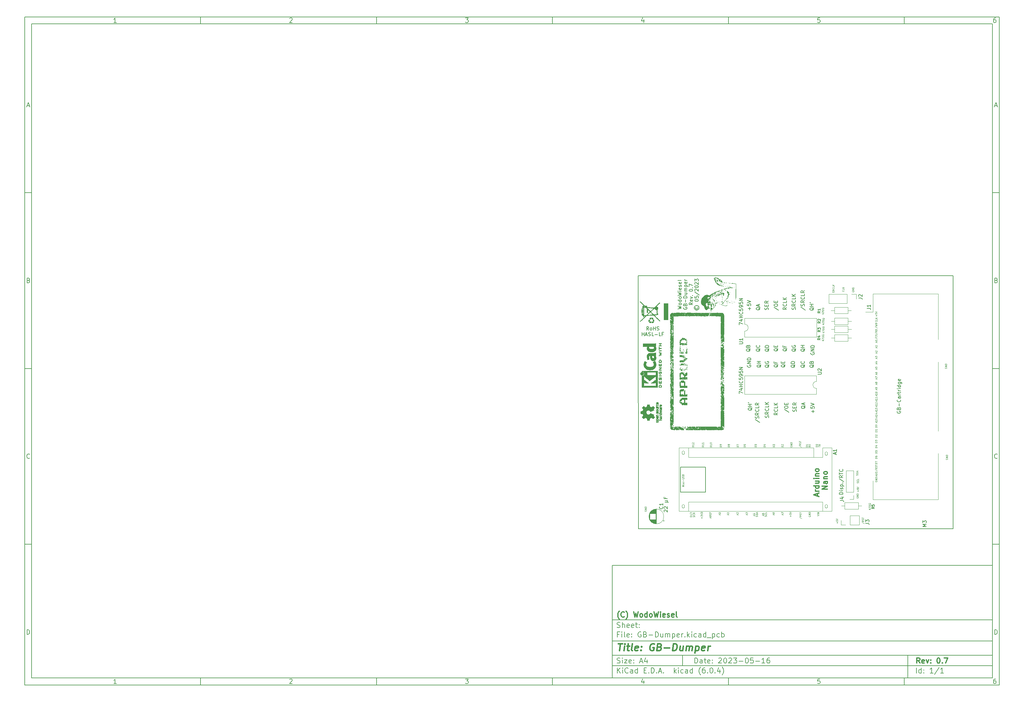
<source format=gbr>
%TF.GenerationSoftware,KiCad,Pcbnew,(6.0.4)*%
%TF.CreationDate,2023-10-22T17:32:39+02:00*%
%TF.ProjectId,GB-Dumper,47422d44-756d-4706-9572-2e6b69636164,0.7*%
%TF.SameCoordinates,Original*%
%TF.FileFunction,Legend,Top*%
%TF.FilePolarity,Positive*%
%FSLAX46Y46*%
G04 Gerber Fmt 4.6, Leading zero omitted, Abs format (unit mm)*
G04 Created by KiCad (PCBNEW (6.0.4)) date 2023-10-22 17:32:39*
%MOMM*%
%LPD*%
G01*
G04 APERTURE LIST*
%ADD10C,0.100000*%
%ADD11C,0.150000*%
%ADD12C,0.300000*%
%ADD13C,0.400000*%
%TA.AperFunction,Profile*%
%ADD14C,0.150000*%
%TD*%
%ADD15C,0.125000*%
%ADD16C,0.120000*%
%ADD17C,0.010000*%
G04 APERTURE END LIST*
D10*
D11*
X177002200Y-166007200D02*
X177002200Y-198007200D01*
X285002200Y-198007200D01*
X285002200Y-166007200D01*
X177002200Y-166007200D01*
D10*
D11*
X10000000Y-10000000D02*
X10000000Y-200007200D01*
X287002200Y-200007200D01*
X287002200Y-10000000D01*
X10000000Y-10000000D01*
D10*
D11*
X12000000Y-12000000D02*
X12000000Y-198007200D01*
X285002200Y-198007200D01*
X285002200Y-12000000D01*
X12000000Y-12000000D01*
D10*
D11*
X60000000Y-12000000D02*
X60000000Y-10000000D01*
D10*
D11*
X110000000Y-12000000D02*
X110000000Y-10000000D01*
D10*
D11*
X160000000Y-12000000D02*
X160000000Y-10000000D01*
D10*
D11*
X210000000Y-12000000D02*
X210000000Y-10000000D01*
D10*
D11*
X260000000Y-12000000D02*
X260000000Y-10000000D01*
D10*
D11*
X36065476Y-11588095D02*
X35322619Y-11588095D01*
X35694047Y-11588095D02*
X35694047Y-10288095D01*
X35570238Y-10473809D01*
X35446428Y-10597619D01*
X35322619Y-10659523D01*
D10*
D11*
X85322619Y-10411904D02*
X85384523Y-10350000D01*
X85508333Y-10288095D01*
X85817857Y-10288095D01*
X85941666Y-10350000D01*
X86003571Y-10411904D01*
X86065476Y-10535714D01*
X86065476Y-10659523D01*
X86003571Y-10845238D01*
X85260714Y-11588095D01*
X86065476Y-11588095D01*
D10*
D11*
X135260714Y-10288095D02*
X136065476Y-10288095D01*
X135632142Y-10783333D01*
X135817857Y-10783333D01*
X135941666Y-10845238D01*
X136003571Y-10907142D01*
X136065476Y-11030952D01*
X136065476Y-11340476D01*
X136003571Y-11464285D01*
X135941666Y-11526190D01*
X135817857Y-11588095D01*
X135446428Y-11588095D01*
X135322619Y-11526190D01*
X135260714Y-11464285D01*
D10*
D11*
X185941666Y-10721428D02*
X185941666Y-11588095D01*
X185632142Y-10226190D02*
X185322619Y-11154761D01*
X186127380Y-11154761D01*
D10*
D11*
X236003571Y-10288095D02*
X235384523Y-10288095D01*
X235322619Y-10907142D01*
X235384523Y-10845238D01*
X235508333Y-10783333D01*
X235817857Y-10783333D01*
X235941666Y-10845238D01*
X236003571Y-10907142D01*
X236065476Y-11030952D01*
X236065476Y-11340476D01*
X236003571Y-11464285D01*
X235941666Y-11526190D01*
X235817857Y-11588095D01*
X235508333Y-11588095D01*
X235384523Y-11526190D01*
X235322619Y-11464285D01*
D10*
D11*
X285941666Y-10288095D02*
X285694047Y-10288095D01*
X285570238Y-10350000D01*
X285508333Y-10411904D01*
X285384523Y-10597619D01*
X285322619Y-10845238D01*
X285322619Y-11340476D01*
X285384523Y-11464285D01*
X285446428Y-11526190D01*
X285570238Y-11588095D01*
X285817857Y-11588095D01*
X285941666Y-11526190D01*
X286003571Y-11464285D01*
X286065476Y-11340476D01*
X286065476Y-11030952D01*
X286003571Y-10907142D01*
X285941666Y-10845238D01*
X285817857Y-10783333D01*
X285570238Y-10783333D01*
X285446428Y-10845238D01*
X285384523Y-10907142D01*
X285322619Y-11030952D01*
D10*
D11*
X60000000Y-198007200D02*
X60000000Y-200007200D01*
D10*
D11*
X110000000Y-198007200D02*
X110000000Y-200007200D01*
D10*
D11*
X160000000Y-198007200D02*
X160000000Y-200007200D01*
D10*
D11*
X210000000Y-198007200D02*
X210000000Y-200007200D01*
D10*
D11*
X260000000Y-198007200D02*
X260000000Y-200007200D01*
D10*
D11*
X36065476Y-199595295D02*
X35322619Y-199595295D01*
X35694047Y-199595295D02*
X35694047Y-198295295D01*
X35570238Y-198481009D01*
X35446428Y-198604819D01*
X35322619Y-198666723D01*
D10*
D11*
X85322619Y-198419104D02*
X85384523Y-198357200D01*
X85508333Y-198295295D01*
X85817857Y-198295295D01*
X85941666Y-198357200D01*
X86003571Y-198419104D01*
X86065476Y-198542914D01*
X86065476Y-198666723D01*
X86003571Y-198852438D01*
X85260714Y-199595295D01*
X86065476Y-199595295D01*
D10*
D11*
X135260714Y-198295295D02*
X136065476Y-198295295D01*
X135632142Y-198790533D01*
X135817857Y-198790533D01*
X135941666Y-198852438D01*
X136003571Y-198914342D01*
X136065476Y-199038152D01*
X136065476Y-199347676D01*
X136003571Y-199471485D01*
X135941666Y-199533390D01*
X135817857Y-199595295D01*
X135446428Y-199595295D01*
X135322619Y-199533390D01*
X135260714Y-199471485D01*
D10*
D11*
X185941666Y-198728628D02*
X185941666Y-199595295D01*
X185632142Y-198233390D02*
X185322619Y-199161961D01*
X186127380Y-199161961D01*
D10*
D11*
X236003571Y-198295295D02*
X235384523Y-198295295D01*
X235322619Y-198914342D01*
X235384523Y-198852438D01*
X235508333Y-198790533D01*
X235817857Y-198790533D01*
X235941666Y-198852438D01*
X236003571Y-198914342D01*
X236065476Y-199038152D01*
X236065476Y-199347676D01*
X236003571Y-199471485D01*
X235941666Y-199533390D01*
X235817857Y-199595295D01*
X235508333Y-199595295D01*
X235384523Y-199533390D01*
X235322619Y-199471485D01*
D10*
D11*
X285941666Y-198295295D02*
X285694047Y-198295295D01*
X285570238Y-198357200D01*
X285508333Y-198419104D01*
X285384523Y-198604819D01*
X285322619Y-198852438D01*
X285322619Y-199347676D01*
X285384523Y-199471485D01*
X285446428Y-199533390D01*
X285570238Y-199595295D01*
X285817857Y-199595295D01*
X285941666Y-199533390D01*
X286003571Y-199471485D01*
X286065476Y-199347676D01*
X286065476Y-199038152D01*
X286003571Y-198914342D01*
X285941666Y-198852438D01*
X285817857Y-198790533D01*
X285570238Y-198790533D01*
X285446428Y-198852438D01*
X285384523Y-198914342D01*
X285322619Y-199038152D01*
D10*
D11*
X10000000Y-60000000D02*
X12000000Y-60000000D01*
D10*
D11*
X10000000Y-110000000D02*
X12000000Y-110000000D01*
D10*
D11*
X10000000Y-160000000D02*
X12000000Y-160000000D01*
D10*
D11*
X10690476Y-35216666D02*
X11309523Y-35216666D01*
X10566666Y-35588095D02*
X11000000Y-34288095D01*
X11433333Y-35588095D01*
D10*
D11*
X11092857Y-84907142D02*
X11278571Y-84969047D01*
X11340476Y-85030952D01*
X11402380Y-85154761D01*
X11402380Y-85340476D01*
X11340476Y-85464285D01*
X11278571Y-85526190D01*
X11154761Y-85588095D01*
X10659523Y-85588095D01*
X10659523Y-84288095D01*
X11092857Y-84288095D01*
X11216666Y-84350000D01*
X11278571Y-84411904D01*
X11340476Y-84535714D01*
X11340476Y-84659523D01*
X11278571Y-84783333D01*
X11216666Y-84845238D01*
X11092857Y-84907142D01*
X10659523Y-84907142D01*
D10*
D11*
X11402380Y-135464285D02*
X11340476Y-135526190D01*
X11154761Y-135588095D01*
X11030952Y-135588095D01*
X10845238Y-135526190D01*
X10721428Y-135402380D01*
X10659523Y-135278571D01*
X10597619Y-135030952D01*
X10597619Y-134845238D01*
X10659523Y-134597619D01*
X10721428Y-134473809D01*
X10845238Y-134350000D01*
X11030952Y-134288095D01*
X11154761Y-134288095D01*
X11340476Y-134350000D01*
X11402380Y-134411904D01*
D10*
D11*
X10659523Y-185588095D02*
X10659523Y-184288095D01*
X10969047Y-184288095D01*
X11154761Y-184350000D01*
X11278571Y-184473809D01*
X11340476Y-184597619D01*
X11402380Y-184845238D01*
X11402380Y-185030952D01*
X11340476Y-185278571D01*
X11278571Y-185402380D01*
X11154761Y-185526190D01*
X10969047Y-185588095D01*
X10659523Y-185588095D01*
D10*
D11*
X287002200Y-60000000D02*
X285002200Y-60000000D01*
D10*
D11*
X287002200Y-110000000D02*
X285002200Y-110000000D01*
D10*
D11*
X287002200Y-160000000D02*
X285002200Y-160000000D01*
D10*
D11*
X285692676Y-35216666D02*
X286311723Y-35216666D01*
X285568866Y-35588095D02*
X286002200Y-34288095D01*
X286435533Y-35588095D01*
D10*
D11*
X286095057Y-84907142D02*
X286280771Y-84969047D01*
X286342676Y-85030952D01*
X286404580Y-85154761D01*
X286404580Y-85340476D01*
X286342676Y-85464285D01*
X286280771Y-85526190D01*
X286156961Y-85588095D01*
X285661723Y-85588095D01*
X285661723Y-84288095D01*
X286095057Y-84288095D01*
X286218866Y-84350000D01*
X286280771Y-84411904D01*
X286342676Y-84535714D01*
X286342676Y-84659523D01*
X286280771Y-84783333D01*
X286218866Y-84845238D01*
X286095057Y-84907142D01*
X285661723Y-84907142D01*
D10*
D11*
X286404580Y-135464285D02*
X286342676Y-135526190D01*
X286156961Y-135588095D01*
X286033152Y-135588095D01*
X285847438Y-135526190D01*
X285723628Y-135402380D01*
X285661723Y-135278571D01*
X285599819Y-135030952D01*
X285599819Y-134845238D01*
X285661723Y-134597619D01*
X285723628Y-134473809D01*
X285847438Y-134350000D01*
X286033152Y-134288095D01*
X286156961Y-134288095D01*
X286342676Y-134350000D01*
X286404580Y-134411904D01*
D10*
D11*
X285661723Y-185588095D02*
X285661723Y-184288095D01*
X285971247Y-184288095D01*
X286156961Y-184350000D01*
X286280771Y-184473809D01*
X286342676Y-184597619D01*
X286404580Y-184845238D01*
X286404580Y-185030952D01*
X286342676Y-185278571D01*
X286280771Y-185402380D01*
X286156961Y-185526190D01*
X285971247Y-185588095D01*
X285661723Y-185588095D01*
D10*
D11*
X200434342Y-193785771D02*
X200434342Y-192285771D01*
X200791485Y-192285771D01*
X201005771Y-192357200D01*
X201148628Y-192500057D01*
X201220057Y-192642914D01*
X201291485Y-192928628D01*
X201291485Y-193142914D01*
X201220057Y-193428628D01*
X201148628Y-193571485D01*
X201005771Y-193714342D01*
X200791485Y-193785771D01*
X200434342Y-193785771D01*
X202577200Y-193785771D02*
X202577200Y-193000057D01*
X202505771Y-192857200D01*
X202362914Y-192785771D01*
X202077200Y-192785771D01*
X201934342Y-192857200D01*
X202577200Y-193714342D02*
X202434342Y-193785771D01*
X202077200Y-193785771D01*
X201934342Y-193714342D01*
X201862914Y-193571485D01*
X201862914Y-193428628D01*
X201934342Y-193285771D01*
X202077200Y-193214342D01*
X202434342Y-193214342D01*
X202577200Y-193142914D01*
X203077200Y-192785771D02*
X203648628Y-192785771D01*
X203291485Y-192285771D02*
X203291485Y-193571485D01*
X203362914Y-193714342D01*
X203505771Y-193785771D01*
X203648628Y-193785771D01*
X204720057Y-193714342D02*
X204577200Y-193785771D01*
X204291485Y-193785771D01*
X204148628Y-193714342D01*
X204077200Y-193571485D01*
X204077200Y-193000057D01*
X204148628Y-192857200D01*
X204291485Y-192785771D01*
X204577200Y-192785771D01*
X204720057Y-192857200D01*
X204791485Y-193000057D01*
X204791485Y-193142914D01*
X204077200Y-193285771D01*
X205434342Y-193642914D02*
X205505771Y-193714342D01*
X205434342Y-193785771D01*
X205362914Y-193714342D01*
X205434342Y-193642914D01*
X205434342Y-193785771D01*
X205434342Y-192857200D02*
X205505771Y-192928628D01*
X205434342Y-193000057D01*
X205362914Y-192928628D01*
X205434342Y-192857200D01*
X205434342Y-193000057D01*
X207220057Y-192428628D02*
X207291485Y-192357200D01*
X207434342Y-192285771D01*
X207791485Y-192285771D01*
X207934342Y-192357200D01*
X208005771Y-192428628D01*
X208077200Y-192571485D01*
X208077200Y-192714342D01*
X208005771Y-192928628D01*
X207148628Y-193785771D01*
X208077200Y-193785771D01*
X209005771Y-192285771D02*
X209148628Y-192285771D01*
X209291485Y-192357200D01*
X209362914Y-192428628D01*
X209434342Y-192571485D01*
X209505771Y-192857200D01*
X209505771Y-193214342D01*
X209434342Y-193500057D01*
X209362914Y-193642914D01*
X209291485Y-193714342D01*
X209148628Y-193785771D01*
X209005771Y-193785771D01*
X208862914Y-193714342D01*
X208791485Y-193642914D01*
X208720057Y-193500057D01*
X208648628Y-193214342D01*
X208648628Y-192857200D01*
X208720057Y-192571485D01*
X208791485Y-192428628D01*
X208862914Y-192357200D01*
X209005771Y-192285771D01*
X210077200Y-192428628D02*
X210148628Y-192357200D01*
X210291485Y-192285771D01*
X210648628Y-192285771D01*
X210791485Y-192357200D01*
X210862914Y-192428628D01*
X210934342Y-192571485D01*
X210934342Y-192714342D01*
X210862914Y-192928628D01*
X210005771Y-193785771D01*
X210934342Y-193785771D01*
X211434342Y-192285771D02*
X212362914Y-192285771D01*
X211862914Y-192857200D01*
X212077200Y-192857200D01*
X212220057Y-192928628D01*
X212291485Y-193000057D01*
X212362914Y-193142914D01*
X212362914Y-193500057D01*
X212291485Y-193642914D01*
X212220057Y-193714342D01*
X212077200Y-193785771D01*
X211648628Y-193785771D01*
X211505771Y-193714342D01*
X211434342Y-193642914D01*
X213005771Y-193214342D02*
X214148628Y-193214342D01*
X215148628Y-192285771D02*
X215291485Y-192285771D01*
X215434342Y-192357200D01*
X215505771Y-192428628D01*
X215577200Y-192571485D01*
X215648628Y-192857200D01*
X215648628Y-193214342D01*
X215577200Y-193500057D01*
X215505771Y-193642914D01*
X215434342Y-193714342D01*
X215291485Y-193785771D01*
X215148628Y-193785771D01*
X215005771Y-193714342D01*
X214934342Y-193642914D01*
X214862914Y-193500057D01*
X214791485Y-193214342D01*
X214791485Y-192857200D01*
X214862914Y-192571485D01*
X214934342Y-192428628D01*
X215005771Y-192357200D01*
X215148628Y-192285771D01*
X217005771Y-192285771D02*
X216291485Y-192285771D01*
X216220057Y-193000057D01*
X216291485Y-192928628D01*
X216434342Y-192857200D01*
X216791485Y-192857200D01*
X216934342Y-192928628D01*
X217005771Y-193000057D01*
X217077200Y-193142914D01*
X217077200Y-193500057D01*
X217005771Y-193642914D01*
X216934342Y-193714342D01*
X216791485Y-193785771D01*
X216434342Y-193785771D01*
X216291485Y-193714342D01*
X216220057Y-193642914D01*
X217720057Y-193214342D02*
X218862914Y-193214342D01*
X220362914Y-193785771D02*
X219505771Y-193785771D01*
X219934342Y-193785771D02*
X219934342Y-192285771D01*
X219791485Y-192500057D01*
X219648628Y-192642914D01*
X219505771Y-192714342D01*
X221648628Y-192285771D02*
X221362914Y-192285771D01*
X221220057Y-192357200D01*
X221148628Y-192428628D01*
X221005771Y-192642914D01*
X220934342Y-192928628D01*
X220934342Y-193500057D01*
X221005771Y-193642914D01*
X221077200Y-193714342D01*
X221220057Y-193785771D01*
X221505771Y-193785771D01*
X221648628Y-193714342D01*
X221720057Y-193642914D01*
X221791485Y-193500057D01*
X221791485Y-193142914D01*
X221720057Y-193000057D01*
X221648628Y-192928628D01*
X221505771Y-192857200D01*
X221220057Y-192857200D01*
X221077200Y-192928628D01*
X221005771Y-193000057D01*
X220934342Y-193142914D01*
D10*
D11*
X177002200Y-194507200D02*
X285002200Y-194507200D01*
D10*
D11*
X178434342Y-196585771D02*
X178434342Y-195085771D01*
X179291485Y-196585771D02*
X178648628Y-195728628D01*
X179291485Y-195085771D02*
X178434342Y-195942914D01*
X179934342Y-196585771D02*
X179934342Y-195585771D01*
X179934342Y-195085771D02*
X179862914Y-195157200D01*
X179934342Y-195228628D01*
X180005771Y-195157200D01*
X179934342Y-195085771D01*
X179934342Y-195228628D01*
X181505771Y-196442914D02*
X181434342Y-196514342D01*
X181220057Y-196585771D01*
X181077200Y-196585771D01*
X180862914Y-196514342D01*
X180720057Y-196371485D01*
X180648628Y-196228628D01*
X180577200Y-195942914D01*
X180577200Y-195728628D01*
X180648628Y-195442914D01*
X180720057Y-195300057D01*
X180862914Y-195157200D01*
X181077200Y-195085771D01*
X181220057Y-195085771D01*
X181434342Y-195157200D01*
X181505771Y-195228628D01*
X182791485Y-196585771D02*
X182791485Y-195800057D01*
X182720057Y-195657200D01*
X182577200Y-195585771D01*
X182291485Y-195585771D01*
X182148628Y-195657200D01*
X182791485Y-196514342D02*
X182648628Y-196585771D01*
X182291485Y-196585771D01*
X182148628Y-196514342D01*
X182077200Y-196371485D01*
X182077200Y-196228628D01*
X182148628Y-196085771D01*
X182291485Y-196014342D01*
X182648628Y-196014342D01*
X182791485Y-195942914D01*
X184148628Y-196585771D02*
X184148628Y-195085771D01*
X184148628Y-196514342D02*
X184005771Y-196585771D01*
X183720057Y-196585771D01*
X183577200Y-196514342D01*
X183505771Y-196442914D01*
X183434342Y-196300057D01*
X183434342Y-195871485D01*
X183505771Y-195728628D01*
X183577200Y-195657200D01*
X183720057Y-195585771D01*
X184005771Y-195585771D01*
X184148628Y-195657200D01*
X186005771Y-195800057D02*
X186505771Y-195800057D01*
X186720057Y-196585771D02*
X186005771Y-196585771D01*
X186005771Y-195085771D01*
X186720057Y-195085771D01*
X187362914Y-196442914D02*
X187434342Y-196514342D01*
X187362914Y-196585771D01*
X187291485Y-196514342D01*
X187362914Y-196442914D01*
X187362914Y-196585771D01*
X188077200Y-196585771D02*
X188077200Y-195085771D01*
X188434342Y-195085771D01*
X188648628Y-195157200D01*
X188791485Y-195300057D01*
X188862914Y-195442914D01*
X188934342Y-195728628D01*
X188934342Y-195942914D01*
X188862914Y-196228628D01*
X188791485Y-196371485D01*
X188648628Y-196514342D01*
X188434342Y-196585771D01*
X188077200Y-196585771D01*
X189577200Y-196442914D02*
X189648628Y-196514342D01*
X189577200Y-196585771D01*
X189505771Y-196514342D01*
X189577200Y-196442914D01*
X189577200Y-196585771D01*
X190220057Y-196157200D02*
X190934342Y-196157200D01*
X190077200Y-196585771D02*
X190577200Y-195085771D01*
X191077200Y-196585771D01*
X191577200Y-196442914D02*
X191648628Y-196514342D01*
X191577200Y-196585771D01*
X191505771Y-196514342D01*
X191577200Y-196442914D01*
X191577200Y-196585771D01*
X194577200Y-196585771D02*
X194577200Y-195085771D01*
X194720057Y-196014342D02*
X195148628Y-196585771D01*
X195148628Y-195585771D02*
X194577200Y-196157200D01*
X195791485Y-196585771D02*
X195791485Y-195585771D01*
X195791485Y-195085771D02*
X195720057Y-195157200D01*
X195791485Y-195228628D01*
X195862914Y-195157200D01*
X195791485Y-195085771D01*
X195791485Y-195228628D01*
X197148628Y-196514342D02*
X197005771Y-196585771D01*
X196720057Y-196585771D01*
X196577200Y-196514342D01*
X196505771Y-196442914D01*
X196434342Y-196300057D01*
X196434342Y-195871485D01*
X196505771Y-195728628D01*
X196577200Y-195657200D01*
X196720057Y-195585771D01*
X197005771Y-195585771D01*
X197148628Y-195657200D01*
X198434342Y-196585771D02*
X198434342Y-195800057D01*
X198362914Y-195657200D01*
X198220057Y-195585771D01*
X197934342Y-195585771D01*
X197791485Y-195657200D01*
X198434342Y-196514342D02*
X198291485Y-196585771D01*
X197934342Y-196585771D01*
X197791485Y-196514342D01*
X197720057Y-196371485D01*
X197720057Y-196228628D01*
X197791485Y-196085771D01*
X197934342Y-196014342D01*
X198291485Y-196014342D01*
X198434342Y-195942914D01*
X199791485Y-196585771D02*
X199791485Y-195085771D01*
X199791485Y-196514342D02*
X199648628Y-196585771D01*
X199362914Y-196585771D01*
X199220057Y-196514342D01*
X199148628Y-196442914D01*
X199077200Y-196300057D01*
X199077200Y-195871485D01*
X199148628Y-195728628D01*
X199220057Y-195657200D01*
X199362914Y-195585771D01*
X199648628Y-195585771D01*
X199791485Y-195657200D01*
X202077200Y-197157200D02*
X202005771Y-197085771D01*
X201862914Y-196871485D01*
X201791485Y-196728628D01*
X201720057Y-196514342D01*
X201648628Y-196157200D01*
X201648628Y-195871485D01*
X201720057Y-195514342D01*
X201791485Y-195300057D01*
X201862914Y-195157200D01*
X202005771Y-194942914D01*
X202077200Y-194871485D01*
X203291485Y-195085771D02*
X203005771Y-195085771D01*
X202862914Y-195157200D01*
X202791485Y-195228628D01*
X202648628Y-195442914D01*
X202577200Y-195728628D01*
X202577200Y-196300057D01*
X202648628Y-196442914D01*
X202720057Y-196514342D01*
X202862914Y-196585771D01*
X203148628Y-196585771D01*
X203291485Y-196514342D01*
X203362914Y-196442914D01*
X203434342Y-196300057D01*
X203434342Y-195942914D01*
X203362914Y-195800057D01*
X203291485Y-195728628D01*
X203148628Y-195657200D01*
X202862914Y-195657200D01*
X202720057Y-195728628D01*
X202648628Y-195800057D01*
X202577200Y-195942914D01*
X204077200Y-196442914D02*
X204148628Y-196514342D01*
X204077200Y-196585771D01*
X204005771Y-196514342D01*
X204077200Y-196442914D01*
X204077200Y-196585771D01*
X205077200Y-195085771D02*
X205220057Y-195085771D01*
X205362914Y-195157200D01*
X205434342Y-195228628D01*
X205505771Y-195371485D01*
X205577200Y-195657200D01*
X205577200Y-196014342D01*
X205505771Y-196300057D01*
X205434342Y-196442914D01*
X205362914Y-196514342D01*
X205220057Y-196585771D01*
X205077200Y-196585771D01*
X204934342Y-196514342D01*
X204862914Y-196442914D01*
X204791485Y-196300057D01*
X204720057Y-196014342D01*
X204720057Y-195657200D01*
X204791485Y-195371485D01*
X204862914Y-195228628D01*
X204934342Y-195157200D01*
X205077200Y-195085771D01*
X206220057Y-196442914D02*
X206291485Y-196514342D01*
X206220057Y-196585771D01*
X206148628Y-196514342D01*
X206220057Y-196442914D01*
X206220057Y-196585771D01*
X207577200Y-195585771D02*
X207577200Y-196585771D01*
X207220057Y-195014342D02*
X206862914Y-196085771D01*
X207791485Y-196085771D01*
X208220057Y-197157200D02*
X208291485Y-197085771D01*
X208434342Y-196871485D01*
X208505771Y-196728628D01*
X208577200Y-196514342D01*
X208648628Y-196157200D01*
X208648628Y-195871485D01*
X208577200Y-195514342D01*
X208505771Y-195300057D01*
X208434342Y-195157200D01*
X208291485Y-194942914D01*
X208220057Y-194871485D01*
D10*
D11*
X177002200Y-191507200D02*
X285002200Y-191507200D01*
D10*
D12*
X264411485Y-193785771D02*
X263911485Y-193071485D01*
X263554342Y-193785771D02*
X263554342Y-192285771D01*
X264125771Y-192285771D01*
X264268628Y-192357200D01*
X264340057Y-192428628D01*
X264411485Y-192571485D01*
X264411485Y-192785771D01*
X264340057Y-192928628D01*
X264268628Y-193000057D01*
X264125771Y-193071485D01*
X263554342Y-193071485D01*
X265625771Y-193714342D02*
X265482914Y-193785771D01*
X265197200Y-193785771D01*
X265054342Y-193714342D01*
X264982914Y-193571485D01*
X264982914Y-193000057D01*
X265054342Y-192857200D01*
X265197200Y-192785771D01*
X265482914Y-192785771D01*
X265625771Y-192857200D01*
X265697200Y-193000057D01*
X265697200Y-193142914D01*
X264982914Y-193285771D01*
X266197200Y-192785771D02*
X266554342Y-193785771D01*
X266911485Y-192785771D01*
X267482914Y-193642914D02*
X267554342Y-193714342D01*
X267482914Y-193785771D01*
X267411485Y-193714342D01*
X267482914Y-193642914D01*
X267482914Y-193785771D01*
X267482914Y-192857200D02*
X267554342Y-192928628D01*
X267482914Y-193000057D01*
X267411485Y-192928628D01*
X267482914Y-192857200D01*
X267482914Y-193000057D01*
X269625771Y-192285771D02*
X269768628Y-192285771D01*
X269911485Y-192357200D01*
X269982914Y-192428628D01*
X270054342Y-192571485D01*
X270125771Y-192857200D01*
X270125771Y-193214342D01*
X270054342Y-193500057D01*
X269982914Y-193642914D01*
X269911485Y-193714342D01*
X269768628Y-193785771D01*
X269625771Y-193785771D01*
X269482914Y-193714342D01*
X269411485Y-193642914D01*
X269340057Y-193500057D01*
X269268628Y-193214342D01*
X269268628Y-192857200D01*
X269340057Y-192571485D01*
X269411485Y-192428628D01*
X269482914Y-192357200D01*
X269625771Y-192285771D01*
X270768628Y-193642914D02*
X270840057Y-193714342D01*
X270768628Y-193785771D01*
X270697200Y-193714342D01*
X270768628Y-193642914D01*
X270768628Y-193785771D01*
X271340057Y-192285771D02*
X272340057Y-192285771D01*
X271697200Y-193785771D01*
D10*
D11*
X178362914Y-193714342D02*
X178577200Y-193785771D01*
X178934342Y-193785771D01*
X179077200Y-193714342D01*
X179148628Y-193642914D01*
X179220057Y-193500057D01*
X179220057Y-193357200D01*
X179148628Y-193214342D01*
X179077200Y-193142914D01*
X178934342Y-193071485D01*
X178648628Y-193000057D01*
X178505771Y-192928628D01*
X178434342Y-192857200D01*
X178362914Y-192714342D01*
X178362914Y-192571485D01*
X178434342Y-192428628D01*
X178505771Y-192357200D01*
X178648628Y-192285771D01*
X179005771Y-192285771D01*
X179220057Y-192357200D01*
X179862914Y-193785771D02*
X179862914Y-192785771D01*
X179862914Y-192285771D02*
X179791485Y-192357200D01*
X179862914Y-192428628D01*
X179934342Y-192357200D01*
X179862914Y-192285771D01*
X179862914Y-192428628D01*
X180434342Y-192785771D02*
X181220057Y-192785771D01*
X180434342Y-193785771D01*
X181220057Y-193785771D01*
X182362914Y-193714342D02*
X182220057Y-193785771D01*
X181934342Y-193785771D01*
X181791485Y-193714342D01*
X181720057Y-193571485D01*
X181720057Y-193000057D01*
X181791485Y-192857200D01*
X181934342Y-192785771D01*
X182220057Y-192785771D01*
X182362914Y-192857200D01*
X182434342Y-193000057D01*
X182434342Y-193142914D01*
X181720057Y-193285771D01*
X183077200Y-193642914D02*
X183148628Y-193714342D01*
X183077200Y-193785771D01*
X183005771Y-193714342D01*
X183077200Y-193642914D01*
X183077200Y-193785771D01*
X183077200Y-192857200D02*
X183148628Y-192928628D01*
X183077200Y-193000057D01*
X183005771Y-192928628D01*
X183077200Y-192857200D01*
X183077200Y-193000057D01*
X184862914Y-193357200D02*
X185577200Y-193357200D01*
X184720057Y-193785771D02*
X185220057Y-192285771D01*
X185720057Y-193785771D01*
X186862914Y-192785771D02*
X186862914Y-193785771D01*
X186505771Y-192214342D02*
X186148628Y-193285771D01*
X187077200Y-193285771D01*
D10*
D11*
X263434342Y-196585771D02*
X263434342Y-195085771D01*
X264791485Y-196585771D02*
X264791485Y-195085771D01*
X264791485Y-196514342D02*
X264648628Y-196585771D01*
X264362914Y-196585771D01*
X264220057Y-196514342D01*
X264148628Y-196442914D01*
X264077200Y-196300057D01*
X264077200Y-195871485D01*
X264148628Y-195728628D01*
X264220057Y-195657200D01*
X264362914Y-195585771D01*
X264648628Y-195585771D01*
X264791485Y-195657200D01*
X265505771Y-196442914D02*
X265577200Y-196514342D01*
X265505771Y-196585771D01*
X265434342Y-196514342D01*
X265505771Y-196442914D01*
X265505771Y-196585771D01*
X265505771Y-195657200D02*
X265577200Y-195728628D01*
X265505771Y-195800057D01*
X265434342Y-195728628D01*
X265505771Y-195657200D01*
X265505771Y-195800057D01*
X268148628Y-196585771D02*
X267291485Y-196585771D01*
X267720057Y-196585771D02*
X267720057Y-195085771D01*
X267577200Y-195300057D01*
X267434342Y-195442914D01*
X267291485Y-195514342D01*
X269862914Y-195014342D02*
X268577200Y-196942914D01*
X271148628Y-196585771D02*
X270291485Y-196585771D01*
X270720057Y-196585771D02*
X270720057Y-195085771D01*
X270577200Y-195300057D01*
X270434342Y-195442914D01*
X270291485Y-195514342D01*
D10*
D11*
X177002200Y-187507200D02*
X285002200Y-187507200D01*
D10*
D13*
X178714580Y-188211961D02*
X179857438Y-188211961D01*
X179036009Y-190211961D02*
X179286009Y-188211961D01*
X180274104Y-190211961D02*
X180440771Y-188878628D01*
X180524104Y-188211961D02*
X180416961Y-188307200D01*
X180500295Y-188402438D01*
X180607438Y-188307200D01*
X180524104Y-188211961D01*
X180500295Y-188402438D01*
X181107438Y-188878628D02*
X181869342Y-188878628D01*
X181476485Y-188211961D02*
X181262200Y-189926247D01*
X181333628Y-190116723D01*
X181512200Y-190211961D01*
X181702676Y-190211961D01*
X182655057Y-190211961D02*
X182476485Y-190116723D01*
X182405057Y-189926247D01*
X182619342Y-188211961D01*
X184190771Y-190116723D02*
X183988390Y-190211961D01*
X183607438Y-190211961D01*
X183428866Y-190116723D01*
X183357438Y-189926247D01*
X183452676Y-189164342D01*
X183571723Y-188973866D01*
X183774104Y-188878628D01*
X184155057Y-188878628D01*
X184333628Y-188973866D01*
X184405057Y-189164342D01*
X184381247Y-189354819D01*
X183405057Y-189545295D01*
X185155057Y-190021485D02*
X185238390Y-190116723D01*
X185131247Y-190211961D01*
X185047914Y-190116723D01*
X185155057Y-190021485D01*
X185131247Y-190211961D01*
X185286009Y-188973866D02*
X185369342Y-189069104D01*
X185262200Y-189164342D01*
X185178866Y-189069104D01*
X185286009Y-188973866D01*
X185262200Y-189164342D01*
X188893152Y-188307200D02*
X188714580Y-188211961D01*
X188428866Y-188211961D01*
X188131247Y-188307200D01*
X187916961Y-188497676D01*
X187797914Y-188688152D01*
X187655057Y-189069104D01*
X187619342Y-189354819D01*
X187666961Y-189735771D01*
X187738390Y-189926247D01*
X187905057Y-190116723D01*
X188178866Y-190211961D01*
X188369342Y-190211961D01*
X188666961Y-190116723D01*
X188774104Y-190021485D01*
X188857438Y-189354819D01*
X188476485Y-189354819D01*
X190405057Y-189164342D02*
X190678866Y-189259580D01*
X190762200Y-189354819D01*
X190833628Y-189545295D01*
X190797914Y-189831009D01*
X190678866Y-190021485D01*
X190571723Y-190116723D01*
X190369342Y-190211961D01*
X189607438Y-190211961D01*
X189857438Y-188211961D01*
X190524104Y-188211961D01*
X190702676Y-188307200D01*
X190786009Y-188402438D01*
X190857438Y-188592914D01*
X190833628Y-188783390D01*
X190714580Y-188973866D01*
X190607438Y-189069104D01*
X190405057Y-189164342D01*
X189738390Y-189164342D01*
X191702676Y-189450057D02*
X193226485Y-189450057D01*
X194083628Y-190211961D02*
X194333628Y-188211961D01*
X194809819Y-188211961D01*
X195083628Y-188307200D01*
X195250295Y-188497676D01*
X195321723Y-188688152D01*
X195369342Y-189069104D01*
X195333628Y-189354819D01*
X195190771Y-189735771D01*
X195071723Y-189926247D01*
X194857438Y-190116723D01*
X194559819Y-190211961D01*
X194083628Y-190211961D01*
X197107438Y-188878628D02*
X196940771Y-190211961D01*
X196250295Y-188878628D02*
X196119342Y-189926247D01*
X196190771Y-190116723D01*
X196369342Y-190211961D01*
X196655057Y-190211961D01*
X196857438Y-190116723D01*
X196964580Y-190021485D01*
X197893152Y-190211961D02*
X198059819Y-188878628D01*
X198036009Y-189069104D02*
X198143152Y-188973866D01*
X198345533Y-188878628D01*
X198631247Y-188878628D01*
X198809819Y-188973866D01*
X198881247Y-189164342D01*
X198750295Y-190211961D01*
X198881247Y-189164342D02*
X199000295Y-188973866D01*
X199202676Y-188878628D01*
X199488390Y-188878628D01*
X199666961Y-188973866D01*
X199738390Y-189164342D01*
X199607438Y-190211961D01*
X200726485Y-188878628D02*
X200476485Y-190878628D01*
X200714580Y-188973866D02*
X200916961Y-188878628D01*
X201297914Y-188878628D01*
X201476485Y-188973866D01*
X201559819Y-189069104D01*
X201631247Y-189259580D01*
X201559819Y-189831009D01*
X201440771Y-190021485D01*
X201333628Y-190116723D01*
X201131247Y-190211961D01*
X200750295Y-190211961D01*
X200571723Y-190116723D01*
X203143152Y-190116723D02*
X202940771Y-190211961D01*
X202559819Y-190211961D01*
X202381247Y-190116723D01*
X202309819Y-189926247D01*
X202405057Y-189164342D01*
X202524104Y-188973866D01*
X202726485Y-188878628D01*
X203107438Y-188878628D01*
X203286009Y-188973866D01*
X203357438Y-189164342D01*
X203333628Y-189354819D01*
X202357438Y-189545295D01*
X204083628Y-190211961D02*
X204250295Y-188878628D01*
X204202676Y-189259580D02*
X204321723Y-189069104D01*
X204428866Y-188973866D01*
X204631247Y-188878628D01*
X204821723Y-188878628D01*
D10*
D11*
X178934342Y-185600057D02*
X178434342Y-185600057D01*
X178434342Y-186385771D02*
X178434342Y-184885771D01*
X179148628Y-184885771D01*
X179720057Y-186385771D02*
X179720057Y-185385771D01*
X179720057Y-184885771D02*
X179648628Y-184957200D01*
X179720057Y-185028628D01*
X179791485Y-184957200D01*
X179720057Y-184885771D01*
X179720057Y-185028628D01*
X180648628Y-186385771D02*
X180505771Y-186314342D01*
X180434342Y-186171485D01*
X180434342Y-184885771D01*
X181791485Y-186314342D02*
X181648628Y-186385771D01*
X181362914Y-186385771D01*
X181220057Y-186314342D01*
X181148628Y-186171485D01*
X181148628Y-185600057D01*
X181220057Y-185457200D01*
X181362914Y-185385771D01*
X181648628Y-185385771D01*
X181791485Y-185457200D01*
X181862914Y-185600057D01*
X181862914Y-185742914D01*
X181148628Y-185885771D01*
X182505771Y-186242914D02*
X182577200Y-186314342D01*
X182505771Y-186385771D01*
X182434342Y-186314342D01*
X182505771Y-186242914D01*
X182505771Y-186385771D01*
X182505771Y-185457200D02*
X182577200Y-185528628D01*
X182505771Y-185600057D01*
X182434342Y-185528628D01*
X182505771Y-185457200D01*
X182505771Y-185600057D01*
X185148628Y-184957200D02*
X185005771Y-184885771D01*
X184791485Y-184885771D01*
X184577200Y-184957200D01*
X184434342Y-185100057D01*
X184362914Y-185242914D01*
X184291485Y-185528628D01*
X184291485Y-185742914D01*
X184362914Y-186028628D01*
X184434342Y-186171485D01*
X184577200Y-186314342D01*
X184791485Y-186385771D01*
X184934342Y-186385771D01*
X185148628Y-186314342D01*
X185220057Y-186242914D01*
X185220057Y-185742914D01*
X184934342Y-185742914D01*
X186362914Y-185600057D02*
X186577200Y-185671485D01*
X186648628Y-185742914D01*
X186720057Y-185885771D01*
X186720057Y-186100057D01*
X186648628Y-186242914D01*
X186577200Y-186314342D01*
X186434342Y-186385771D01*
X185862914Y-186385771D01*
X185862914Y-184885771D01*
X186362914Y-184885771D01*
X186505771Y-184957200D01*
X186577200Y-185028628D01*
X186648628Y-185171485D01*
X186648628Y-185314342D01*
X186577200Y-185457200D01*
X186505771Y-185528628D01*
X186362914Y-185600057D01*
X185862914Y-185600057D01*
X187362914Y-185814342D02*
X188505771Y-185814342D01*
X189220057Y-186385771D02*
X189220057Y-184885771D01*
X189577200Y-184885771D01*
X189791485Y-184957200D01*
X189934342Y-185100057D01*
X190005771Y-185242914D01*
X190077200Y-185528628D01*
X190077200Y-185742914D01*
X190005771Y-186028628D01*
X189934342Y-186171485D01*
X189791485Y-186314342D01*
X189577200Y-186385771D01*
X189220057Y-186385771D01*
X191362914Y-185385771D02*
X191362914Y-186385771D01*
X190720057Y-185385771D02*
X190720057Y-186171485D01*
X190791485Y-186314342D01*
X190934342Y-186385771D01*
X191148628Y-186385771D01*
X191291485Y-186314342D01*
X191362914Y-186242914D01*
X192077200Y-186385771D02*
X192077200Y-185385771D01*
X192077200Y-185528628D02*
X192148628Y-185457200D01*
X192291485Y-185385771D01*
X192505771Y-185385771D01*
X192648628Y-185457200D01*
X192720057Y-185600057D01*
X192720057Y-186385771D01*
X192720057Y-185600057D02*
X192791485Y-185457200D01*
X192934342Y-185385771D01*
X193148628Y-185385771D01*
X193291485Y-185457200D01*
X193362914Y-185600057D01*
X193362914Y-186385771D01*
X194077200Y-185385771D02*
X194077200Y-186885771D01*
X194077200Y-185457200D02*
X194220057Y-185385771D01*
X194505771Y-185385771D01*
X194648628Y-185457200D01*
X194720057Y-185528628D01*
X194791485Y-185671485D01*
X194791485Y-186100057D01*
X194720057Y-186242914D01*
X194648628Y-186314342D01*
X194505771Y-186385771D01*
X194220057Y-186385771D01*
X194077200Y-186314342D01*
X196005771Y-186314342D02*
X195862914Y-186385771D01*
X195577200Y-186385771D01*
X195434342Y-186314342D01*
X195362914Y-186171485D01*
X195362914Y-185600057D01*
X195434342Y-185457200D01*
X195577200Y-185385771D01*
X195862914Y-185385771D01*
X196005771Y-185457200D01*
X196077200Y-185600057D01*
X196077200Y-185742914D01*
X195362914Y-185885771D01*
X196720057Y-186385771D02*
X196720057Y-185385771D01*
X196720057Y-185671485D02*
X196791485Y-185528628D01*
X196862914Y-185457200D01*
X197005771Y-185385771D01*
X197148628Y-185385771D01*
X197648628Y-186242914D02*
X197720057Y-186314342D01*
X197648628Y-186385771D01*
X197577200Y-186314342D01*
X197648628Y-186242914D01*
X197648628Y-186385771D01*
X198362914Y-186385771D02*
X198362914Y-184885771D01*
X198505771Y-185814342D02*
X198934342Y-186385771D01*
X198934342Y-185385771D02*
X198362914Y-185957200D01*
X199577200Y-186385771D02*
X199577200Y-185385771D01*
X199577200Y-184885771D02*
X199505771Y-184957200D01*
X199577200Y-185028628D01*
X199648628Y-184957200D01*
X199577200Y-184885771D01*
X199577200Y-185028628D01*
X200934342Y-186314342D02*
X200791485Y-186385771D01*
X200505771Y-186385771D01*
X200362914Y-186314342D01*
X200291485Y-186242914D01*
X200220057Y-186100057D01*
X200220057Y-185671485D01*
X200291485Y-185528628D01*
X200362914Y-185457200D01*
X200505771Y-185385771D01*
X200791485Y-185385771D01*
X200934342Y-185457200D01*
X202220057Y-186385771D02*
X202220057Y-185600057D01*
X202148628Y-185457200D01*
X202005771Y-185385771D01*
X201720057Y-185385771D01*
X201577200Y-185457200D01*
X202220057Y-186314342D02*
X202077200Y-186385771D01*
X201720057Y-186385771D01*
X201577200Y-186314342D01*
X201505771Y-186171485D01*
X201505771Y-186028628D01*
X201577200Y-185885771D01*
X201720057Y-185814342D01*
X202077200Y-185814342D01*
X202220057Y-185742914D01*
X203577200Y-186385771D02*
X203577200Y-184885771D01*
X203577200Y-186314342D02*
X203434342Y-186385771D01*
X203148628Y-186385771D01*
X203005771Y-186314342D01*
X202934342Y-186242914D01*
X202862914Y-186100057D01*
X202862914Y-185671485D01*
X202934342Y-185528628D01*
X203005771Y-185457200D01*
X203148628Y-185385771D01*
X203434342Y-185385771D01*
X203577200Y-185457200D01*
X203934342Y-186528628D02*
X205077200Y-186528628D01*
X205434342Y-185385771D02*
X205434342Y-186885771D01*
X205434342Y-185457200D02*
X205577200Y-185385771D01*
X205862914Y-185385771D01*
X206005771Y-185457200D01*
X206077200Y-185528628D01*
X206148628Y-185671485D01*
X206148628Y-186100057D01*
X206077200Y-186242914D01*
X206005771Y-186314342D01*
X205862914Y-186385771D01*
X205577200Y-186385771D01*
X205434342Y-186314342D01*
X207434342Y-186314342D02*
X207291485Y-186385771D01*
X207005771Y-186385771D01*
X206862914Y-186314342D01*
X206791485Y-186242914D01*
X206720057Y-186100057D01*
X206720057Y-185671485D01*
X206791485Y-185528628D01*
X206862914Y-185457200D01*
X207005771Y-185385771D01*
X207291485Y-185385771D01*
X207434342Y-185457200D01*
X208077200Y-186385771D02*
X208077200Y-184885771D01*
X208077200Y-185457200D02*
X208220057Y-185385771D01*
X208505771Y-185385771D01*
X208648628Y-185457200D01*
X208720057Y-185528628D01*
X208791485Y-185671485D01*
X208791485Y-186100057D01*
X208720057Y-186242914D01*
X208648628Y-186314342D01*
X208505771Y-186385771D01*
X208220057Y-186385771D01*
X208077200Y-186314342D01*
D10*
D11*
X177002200Y-181507200D02*
X285002200Y-181507200D01*
D10*
D11*
X178362914Y-183614342D02*
X178577200Y-183685771D01*
X178934342Y-183685771D01*
X179077200Y-183614342D01*
X179148628Y-183542914D01*
X179220057Y-183400057D01*
X179220057Y-183257200D01*
X179148628Y-183114342D01*
X179077200Y-183042914D01*
X178934342Y-182971485D01*
X178648628Y-182900057D01*
X178505771Y-182828628D01*
X178434342Y-182757200D01*
X178362914Y-182614342D01*
X178362914Y-182471485D01*
X178434342Y-182328628D01*
X178505771Y-182257200D01*
X178648628Y-182185771D01*
X179005771Y-182185771D01*
X179220057Y-182257200D01*
X179862914Y-183685771D02*
X179862914Y-182185771D01*
X180505771Y-183685771D02*
X180505771Y-182900057D01*
X180434342Y-182757200D01*
X180291485Y-182685771D01*
X180077200Y-182685771D01*
X179934342Y-182757200D01*
X179862914Y-182828628D01*
X181791485Y-183614342D02*
X181648628Y-183685771D01*
X181362914Y-183685771D01*
X181220057Y-183614342D01*
X181148628Y-183471485D01*
X181148628Y-182900057D01*
X181220057Y-182757200D01*
X181362914Y-182685771D01*
X181648628Y-182685771D01*
X181791485Y-182757200D01*
X181862914Y-182900057D01*
X181862914Y-183042914D01*
X181148628Y-183185771D01*
X183077200Y-183614342D02*
X182934342Y-183685771D01*
X182648628Y-183685771D01*
X182505771Y-183614342D01*
X182434342Y-183471485D01*
X182434342Y-182900057D01*
X182505771Y-182757200D01*
X182648628Y-182685771D01*
X182934342Y-182685771D01*
X183077200Y-182757200D01*
X183148628Y-182900057D01*
X183148628Y-183042914D01*
X182434342Y-183185771D01*
X183577200Y-182685771D02*
X184148628Y-182685771D01*
X183791485Y-182185771D02*
X183791485Y-183471485D01*
X183862914Y-183614342D01*
X184005771Y-183685771D01*
X184148628Y-183685771D01*
X184648628Y-183542914D02*
X184720057Y-183614342D01*
X184648628Y-183685771D01*
X184577200Y-183614342D01*
X184648628Y-183542914D01*
X184648628Y-183685771D01*
X184648628Y-182757200D02*
X184720057Y-182828628D01*
X184648628Y-182900057D01*
X184577200Y-182828628D01*
X184648628Y-182757200D01*
X184648628Y-182900057D01*
D10*
D12*
X178982914Y-181257200D02*
X178911485Y-181185771D01*
X178768628Y-180971485D01*
X178697200Y-180828628D01*
X178625771Y-180614342D01*
X178554342Y-180257200D01*
X178554342Y-179971485D01*
X178625771Y-179614342D01*
X178697200Y-179400057D01*
X178768628Y-179257200D01*
X178911485Y-179042914D01*
X178982914Y-178971485D01*
X180411485Y-180542914D02*
X180340057Y-180614342D01*
X180125771Y-180685771D01*
X179982914Y-180685771D01*
X179768628Y-180614342D01*
X179625771Y-180471485D01*
X179554342Y-180328628D01*
X179482914Y-180042914D01*
X179482914Y-179828628D01*
X179554342Y-179542914D01*
X179625771Y-179400057D01*
X179768628Y-179257200D01*
X179982914Y-179185771D01*
X180125771Y-179185771D01*
X180340057Y-179257200D01*
X180411485Y-179328628D01*
X180911485Y-181257200D02*
X180982914Y-181185771D01*
X181125771Y-180971485D01*
X181197200Y-180828628D01*
X181268628Y-180614342D01*
X181340057Y-180257200D01*
X181340057Y-179971485D01*
X181268628Y-179614342D01*
X181197200Y-179400057D01*
X181125771Y-179257200D01*
X180982914Y-179042914D01*
X180911485Y-178971485D01*
X183054342Y-179185771D02*
X183411485Y-180685771D01*
X183697200Y-179614342D01*
X183982914Y-180685771D01*
X184340057Y-179185771D01*
X185125771Y-180685771D02*
X184982914Y-180614342D01*
X184911485Y-180542914D01*
X184840057Y-180400057D01*
X184840057Y-179971485D01*
X184911485Y-179828628D01*
X184982914Y-179757200D01*
X185125771Y-179685771D01*
X185340057Y-179685771D01*
X185482914Y-179757200D01*
X185554342Y-179828628D01*
X185625771Y-179971485D01*
X185625771Y-180400057D01*
X185554342Y-180542914D01*
X185482914Y-180614342D01*
X185340057Y-180685771D01*
X185125771Y-180685771D01*
X186911485Y-180685771D02*
X186911485Y-179185771D01*
X186911485Y-180614342D02*
X186768628Y-180685771D01*
X186482914Y-180685771D01*
X186340057Y-180614342D01*
X186268628Y-180542914D01*
X186197200Y-180400057D01*
X186197200Y-179971485D01*
X186268628Y-179828628D01*
X186340057Y-179757200D01*
X186482914Y-179685771D01*
X186768628Y-179685771D01*
X186911485Y-179757200D01*
X187840057Y-180685771D02*
X187697200Y-180614342D01*
X187625771Y-180542914D01*
X187554342Y-180400057D01*
X187554342Y-179971485D01*
X187625771Y-179828628D01*
X187697200Y-179757200D01*
X187840057Y-179685771D01*
X188054342Y-179685771D01*
X188197200Y-179757200D01*
X188268628Y-179828628D01*
X188340057Y-179971485D01*
X188340057Y-180400057D01*
X188268628Y-180542914D01*
X188197200Y-180614342D01*
X188054342Y-180685771D01*
X187840057Y-180685771D01*
X188840057Y-179185771D02*
X189197200Y-180685771D01*
X189482914Y-179614342D01*
X189768628Y-180685771D01*
X190125771Y-179185771D01*
X190697200Y-180685771D02*
X190697200Y-179685771D01*
X190697200Y-179185771D02*
X190625771Y-179257200D01*
X190697200Y-179328628D01*
X190768628Y-179257200D01*
X190697200Y-179185771D01*
X190697200Y-179328628D01*
X191982914Y-180614342D02*
X191840057Y-180685771D01*
X191554342Y-180685771D01*
X191411485Y-180614342D01*
X191340057Y-180471485D01*
X191340057Y-179900057D01*
X191411485Y-179757200D01*
X191554342Y-179685771D01*
X191840057Y-179685771D01*
X191982914Y-179757200D01*
X192054342Y-179900057D01*
X192054342Y-180042914D01*
X191340057Y-180185771D01*
X192625771Y-180614342D02*
X192768628Y-180685771D01*
X193054342Y-180685771D01*
X193197200Y-180614342D01*
X193268628Y-180471485D01*
X193268628Y-180400057D01*
X193197200Y-180257200D01*
X193054342Y-180185771D01*
X192840057Y-180185771D01*
X192697200Y-180114342D01*
X192625771Y-179971485D01*
X192625771Y-179900057D01*
X192697200Y-179757200D01*
X192840057Y-179685771D01*
X193054342Y-179685771D01*
X193197200Y-179757200D01*
X194482914Y-180614342D02*
X194340057Y-180685771D01*
X194054342Y-180685771D01*
X193911485Y-180614342D01*
X193840057Y-180471485D01*
X193840057Y-179900057D01*
X193911485Y-179757200D01*
X194054342Y-179685771D01*
X194340057Y-179685771D01*
X194482914Y-179757200D01*
X194554342Y-179900057D01*
X194554342Y-180042914D01*
X193840057Y-180185771D01*
X195411485Y-180685771D02*
X195268628Y-180614342D01*
X195197200Y-180471485D01*
X195197200Y-179185771D01*
D10*
D11*
D10*
D11*
D10*
D11*
D10*
D11*
D10*
D11*
X197002200Y-191507200D02*
X197002200Y-194507200D01*
D10*
D11*
X261002200Y-191507200D02*
X261002200Y-198007200D01*
X196364000Y-138014000D02*
X203476000Y-138014000D01*
X203476000Y-138014000D02*
X203476000Y-145126000D01*
X203476000Y-145126000D02*
X196364000Y-145126000D01*
X196364000Y-145126000D02*
X196364000Y-138014000D01*
D14*
X273834000Y-83564000D02*
X273834000Y-155540000D01*
X184378000Y-83564000D02*
X273834000Y-83564000D01*
X184478000Y-155564000D02*
X184378000Y-83564000D01*
X273834000Y-155540000D02*
X184478000Y-155564000D01*
D15*
X252216190Y-137113047D02*
X251716190Y-137113047D01*
X251716190Y-136994000D01*
X251740000Y-136922571D01*
X251787619Y-136874952D01*
X251835238Y-136851142D01*
X251930476Y-136827333D01*
X252001904Y-136827333D01*
X252097142Y-136851142D01*
X252144761Y-136874952D01*
X252192380Y-136922571D01*
X252216190Y-136994000D01*
X252216190Y-137113047D01*
X251716190Y-136660666D02*
X251716190Y-136327333D01*
X252216190Y-136541619D01*
X209909333Y-151579142D02*
X209909333Y-151341047D01*
X210052190Y-151626761D02*
X209552190Y-151460095D01*
X210052190Y-151293428D01*
X210052190Y-150864857D02*
X210052190Y-151150571D01*
X210052190Y-151007714D02*
X209552190Y-151007714D01*
X209623619Y-151055333D01*
X209671238Y-151102952D01*
X209695047Y-151150571D01*
D11*
X216215619Y-104351047D02*
X216168000Y-104446285D01*
X216072761Y-104541523D01*
X215929904Y-104684380D01*
X215882285Y-104779619D01*
X215882285Y-104874857D01*
X216120380Y-104827238D02*
X216072761Y-104922476D01*
X215977523Y-105017714D01*
X215787047Y-105065333D01*
X215453714Y-105065333D01*
X215263238Y-105017714D01*
X215168000Y-104922476D01*
X215120380Y-104827238D01*
X215120380Y-104636761D01*
X215168000Y-104541523D01*
X215263238Y-104446285D01*
X215453714Y-104398666D01*
X215787047Y-104398666D01*
X215977523Y-104446285D01*
X216072761Y-104541523D01*
X216120380Y-104636761D01*
X216120380Y-104827238D01*
X215596571Y-103636761D02*
X215644190Y-103493904D01*
X215691809Y-103446285D01*
X215787047Y-103398666D01*
X215929904Y-103398666D01*
X216025142Y-103446285D01*
X216072761Y-103493904D01*
X216120380Y-103589142D01*
X216120380Y-103970095D01*
X215120380Y-103970095D01*
X215120380Y-103636761D01*
X215168000Y-103541523D01*
X215215619Y-103493904D01*
X215310857Y-103446285D01*
X215406095Y-103446285D01*
X215501333Y-103493904D01*
X215548952Y-103541523D01*
X215596571Y-103636761D01*
X215596571Y-103970095D01*
X224089619Y-104303428D02*
X224042000Y-104398666D01*
X223946761Y-104493904D01*
X223803904Y-104636761D01*
X223756285Y-104732000D01*
X223756285Y-104827238D01*
X223994380Y-104779619D02*
X223946761Y-104874857D01*
X223851523Y-104970095D01*
X223661047Y-105017714D01*
X223327714Y-105017714D01*
X223137238Y-104970095D01*
X223042000Y-104874857D01*
X222994380Y-104779619D01*
X222994380Y-104589142D01*
X223042000Y-104493904D01*
X223137238Y-104398666D01*
X223327714Y-104351047D01*
X223661047Y-104351047D01*
X223851523Y-104398666D01*
X223946761Y-104493904D01*
X223994380Y-104589142D01*
X223994380Y-104779619D01*
X223470571Y-103922476D02*
X223470571Y-103589142D01*
X223994380Y-103446285D02*
X223994380Y-103922476D01*
X222994380Y-103922476D01*
X222994380Y-103446285D01*
D15*
X252216190Y-132541047D02*
X251716190Y-132541047D01*
X251716190Y-132422000D01*
X251740000Y-132350571D01*
X251787619Y-132302952D01*
X251835238Y-132279142D01*
X251930476Y-132255333D01*
X252001904Y-132255333D01*
X252097142Y-132279142D01*
X252144761Y-132302952D01*
X252192380Y-132350571D01*
X252216190Y-132422000D01*
X252216190Y-132541047D01*
X251882857Y-131826761D02*
X252216190Y-131826761D01*
X251692380Y-131945809D02*
X252049523Y-132064857D01*
X252049523Y-131755333D01*
X252073333Y-102557142D02*
X252073333Y-102319047D01*
X252216190Y-102604761D02*
X251716190Y-102438095D01*
X252216190Y-102271428D01*
X251716190Y-102009523D02*
X251716190Y-101961904D01*
X251740000Y-101914285D01*
X251763809Y-101890476D01*
X251811428Y-101866666D01*
X251906666Y-101842857D01*
X252025714Y-101842857D01*
X252120952Y-101866666D01*
X252168571Y-101890476D01*
X252192380Y-101914285D01*
X252216190Y-101961904D01*
X252216190Y-102009523D01*
X252192380Y-102057142D01*
X252168571Y-102080952D01*
X252120952Y-102104761D01*
X252025714Y-102128571D01*
X251906666Y-102128571D01*
X251811428Y-102104761D01*
X251763809Y-102080952D01*
X251740000Y-102057142D01*
X251716190Y-102009523D01*
X252073333Y-140594952D02*
X252073333Y-140356857D01*
X252216190Y-140642571D02*
X251716190Y-140475904D01*
X252216190Y-140309238D01*
X251716190Y-140142571D02*
X252120952Y-140142571D01*
X252168571Y-140118761D01*
X252192380Y-140094952D01*
X252216190Y-140047333D01*
X252216190Y-139952095D01*
X252192380Y-139904476D01*
X252168571Y-139880666D01*
X252120952Y-139856857D01*
X251716190Y-139856857D01*
X252216190Y-139618761D02*
X251716190Y-139618761D01*
X251716190Y-139499714D01*
X251740000Y-139428285D01*
X251787619Y-139380666D01*
X251835238Y-139356857D01*
X251930476Y-139333047D01*
X252001904Y-139333047D01*
X252097142Y-139356857D01*
X252144761Y-139380666D01*
X252192380Y-139428285D01*
X252216190Y-139499714D01*
X252216190Y-139618761D01*
X225546190Y-132287047D02*
X225046190Y-132287047D01*
X225046190Y-132168000D01*
X225070000Y-132096571D01*
X225117619Y-132048952D01*
X225165238Y-132025142D01*
X225260476Y-132001333D01*
X225331904Y-132001333D01*
X225427142Y-132025142D01*
X225474761Y-132048952D01*
X225522380Y-132096571D01*
X225546190Y-132168000D01*
X225546190Y-132287047D01*
X225093809Y-131810857D02*
X225070000Y-131787047D01*
X225046190Y-131739428D01*
X225046190Y-131620380D01*
X225070000Y-131572761D01*
X225093809Y-131548952D01*
X225141428Y-131525142D01*
X225189047Y-131525142D01*
X225260476Y-131548952D01*
X225546190Y-131834666D01*
X225546190Y-131525142D01*
D11*
X216723619Y-121122952D02*
X216676000Y-121218190D01*
X216580761Y-121313428D01*
X216437904Y-121456285D01*
X216390285Y-121551523D01*
X216390285Y-121646761D01*
X216628380Y-121599142D02*
X216580761Y-121694380D01*
X216485523Y-121789619D01*
X216295047Y-121837238D01*
X215961714Y-121837238D01*
X215771238Y-121789619D01*
X215676000Y-121694380D01*
X215628380Y-121599142D01*
X215628380Y-121408666D01*
X215676000Y-121313428D01*
X215771238Y-121218190D01*
X215961714Y-121170571D01*
X216295047Y-121170571D01*
X216485523Y-121218190D01*
X216580761Y-121313428D01*
X216628380Y-121408666D01*
X216628380Y-121599142D01*
X216628380Y-120742000D02*
X215628380Y-120742000D01*
X216104571Y-120742000D02*
X216104571Y-120170571D01*
X216628380Y-120170571D02*
X215628380Y-120170571D01*
X215628380Y-119646761D02*
X215818857Y-119742000D01*
D15*
X252216190Y-131052267D02*
X251716190Y-131052267D01*
X251716190Y-130933220D01*
X251740000Y-130861791D01*
X251787619Y-130814172D01*
X251835238Y-130790362D01*
X251930476Y-130766553D01*
X252001904Y-130766553D01*
X252097142Y-130790362D01*
X252144761Y-130814172D01*
X252192380Y-130861791D01*
X252216190Y-130933220D01*
X252216190Y-131052267D01*
X251716190Y-130599886D02*
X251716190Y-130290362D01*
X251906666Y-130457029D01*
X251906666Y-130385600D01*
X251930476Y-130337981D01*
X251954285Y-130314172D01*
X252001904Y-130290362D01*
X252120952Y-130290362D01*
X252168571Y-130314172D01*
X252192380Y-130337981D01*
X252216190Y-130385600D01*
X252216190Y-130528458D01*
X252192380Y-130576077D01*
X252168571Y-130599886D01*
D11*
X222946761Y-92587619D02*
X224232476Y-93444761D01*
X222994380Y-92063809D02*
X222994380Y-91873333D01*
X223042000Y-91778095D01*
X223137238Y-91682857D01*
X223327714Y-91635238D01*
X223661047Y-91635238D01*
X223851523Y-91682857D01*
X223946761Y-91778095D01*
X223994380Y-91873333D01*
X223994380Y-92063809D01*
X223946761Y-92159047D01*
X223851523Y-92254285D01*
X223661047Y-92301904D01*
X223327714Y-92301904D01*
X223137238Y-92254285D01*
X223042000Y-92159047D01*
X222994380Y-92063809D01*
X223470571Y-91206666D02*
X223470571Y-90873333D01*
X223994380Y-90730476D02*
X223994380Y-91206666D01*
X222994380Y-91206666D01*
X222994380Y-90730476D01*
X221549619Y-104351047D02*
X221502000Y-104446285D01*
X221406761Y-104541523D01*
X221263904Y-104684380D01*
X221216285Y-104779619D01*
X221216285Y-104874857D01*
X221454380Y-104827238D02*
X221406761Y-104922476D01*
X221311523Y-105017714D01*
X221121047Y-105065333D01*
X220787714Y-105065333D01*
X220597238Y-105017714D01*
X220502000Y-104922476D01*
X220454380Y-104827238D01*
X220454380Y-104636761D01*
X220502000Y-104541523D01*
X220597238Y-104446285D01*
X220787714Y-104398666D01*
X221121047Y-104398666D01*
X221311523Y-104446285D01*
X221406761Y-104541523D01*
X221454380Y-104636761D01*
X221454380Y-104827238D01*
X221454380Y-103970095D02*
X220454380Y-103970095D01*
X220454380Y-103732000D01*
X220502000Y-103589142D01*
X220597238Y-103493904D01*
X220692476Y-103446285D01*
X220882952Y-103398666D01*
X221025809Y-103398666D01*
X221216285Y-103446285D01*
X221311523Y-103493904D01*
X221406761Y-103589142D01*
X221454380Y-103732000D01*
X221454380Y-103970095D01*
D15*
X246428000Y-146594952D02*
X246404190Y-146642571D01*
X246404190Y-146714000D01*
X246428000Y-146785428D01*
X246475619Y-146833047D01*
X246523238Y-146856857D01*
X246618476Y-146880666D01*
X246689904Y-146880666D01*
X246785142Y-146856857D01*
X246832761Y-146833047D01*
X246880380Y-146785428D01*
X246904190Y-146714000D01*
X246904190Y-146666380D01*
X246880380Y-146594952D01*
X246856571Y-146571142D01*
X246689904Y-146571142D01*
X246689904Y-146666380D01*
X246904190Y-146356857D02*
X246404190Y-146356857D01*
X246904190Y-146071142D01*
X246404190Y-146071142D01*
X246904190Y-145833047D02*
X246404190Y-145833047D01*
X246404190Y-145714000D01*
X246428000Y-145642571D01*
X246475619Y-145594952D01*
X246523238Y-145571142D01*
X246618476Y-145547333D01*
X246689904Y-145547333D01*
X246785142Y-145571142D01*
X246832761Y-145594952D01*
X246880380Y-145642571D01*
X246904190Y-145714000D01*
X246904190Y-145833047D01*
D11*
X234249619Y-92674952D02*
X234202000Y-92770190D01*
X234106761Y-92865428D01*
X233963904Y-93008285D01*
X233916285Y-93103523D01*
X233916285Y-93198761D01*
X234154380Y-93151142D02*
X234106761Y-93246380D01*
X234011523Y-93341619D01*
X233821047Y-93389238D01*
X233487714Y-93389238D01*
X233297238Y-93341619D01*
X233202000Y-93246380D01*
X233154380Y-93151142D01*
X233154380Y-92960666D01*
X233202000Y-92865428D01*
X233297238Y-92770190D01*
X233487714Y-92722571D01*
X233821047Y-92722571D01*
X234011523Y-92770190D01*
X234106761Y-92865428D01*
X234154380Y-92960666D01*
X234154380Y-93151142D01*
X234154380Y-92294000D02*
X233154380Y-92294000D01*
X233630571Y-92294000D02*
X233630571Y-91722571D01*
X234154380Y-91722571D02*
X233154380Y-91722571D01*
X233154380Y-91198761D02*
X233344857Y-91294000D01*
D15*
X205226190Y-132271142D02*
X204726190Y-132271142D01*
X204726190Y-132152095D01*
X204750000Y-132080666D01*
X204797619Y-132033047D01*
X204845238Y-132009238D01*
X204940476Y-131985428D01*
X205011904Y-131985428D01*
X205107142Y-132009238D01*
X205154761Y-132033047D01*
X205202380Y-132080666D01*
X205226190Y-132152095D01*
X205226190Y-132271142D01*
X205226190Y-131509238D02*
X205226190Y-131794952D01*
X205226190Y-131652095D02*
X204726190Y-131652095D01*
X204797619Y-131699714D01*
X204845238Y-131747333D01*
X204869047Y-131794952D01*
X204726190Y-131199714D02*
X204726190Y-131152095D01*
X204750000Y-131104476D01*
X204773809Y-131080666D01*
X204821428Y-131056857D01*
X204916666Y-131033047D01*
X205035714Y-131033047D01*
X205130952Y-131056857D01*
X205178571Y-131080666D01*
X205202380Y-131104476D01*
X205226190Y-131152095D01*
X205226190Y-131199714D01*
X205202380Y-131247333D01*
X205178571Y-131271142D01*
X205130952Y-131294952D01*
X205035714Y-131318761D01*
X204916666Y-131318761D01*
X204821428Y-131294952D01*
X204773809Y-131271142D01*
X204750000Y-131247333D01*
X204726190Y-131199714D01*
X252073333Y-120829238D02*
X252073333Y-120591142D01*
X252216190Y-120876857D02*
X251716190Y-120710190D01*
X252216190Y-120543523D01*
X252216190Y-120114952D02*
X252216190Y-120400666D01*
X252216190Y-120257809D02*
X251716190Y-120257809D01*
X251787619Y-120305428D01*
X251835238Y-120353047D01*
X251859047Y-120400666D01*
X251763809Y-119924476D02*
X251740000Y-119900666D01*
X251716190Y-119853047D01*
X251716190Y-119734000D01*
X251740000Y-119686380D01*
X251763809Y-119662571D01*
X251811428Y-119638761D01*
X251859047Y-119638761D01*
X251930476Y-119662571D01*
X252216190Y-119948285D01*
X252216190Y-119638761D01*
D11*
X228915619Y-108923047D02*
X228868000Y-109018285D01*
X228772761Y-109113523D01*
X228629904Y-109256380D01*
X228582285Y-109351619D01*
X228582285Y-109446857D01*
X228820380Y-109399238D02*
X228772761Y-109494476D01*
X228677523Y-109589714D01*
X228487047Y-109637333D01*
X228153714Y-109637333D01*
X227963238Y-109589714D01*
X227868000Y-109494476D01*
X227820380Y-109399238D01*
X227820380Y-109208761D01*
X227868000Y-109113523D01*
X227963238Y-109018285D01*
X228153714Y-108970666D01*
X228487047Y-108970666D01*
X228677523Y-109018285D01*
X228772761Y-109113523D01*
X228820380Y-109208761D01*
X228820380Y-109399238D01*
X228820380Y-108542095D02*
X227820380Y-108542095D01*
X227820380Y-108304000D01*
X227868000Y-108161142D01*
X227963238Y-108065904D01*
X228058476Y-108018285D01*
X228248952Y-107970666D01*
X228391809Y-107970666D01*
X228582285Y-108018285D01*
X228677523Y-108065904D01*
X228772761Y-108161142D01*
X228820380Y-108304000D01*
X228820380Y-108542095D01*
X231709619Y-108923047D02*
X231662000Y-109018285D01*
X231566761Y-109113523D01*
X231423904Y-109256380D01*
X231376285Y-109351619D01*
X231376285Y-109446857D01*
X231614380Y-109399238D02*
X231566761Y-109494476D01*
X231471523Y-109589714D01*
X231281047Y-109637333D01*
X230947714Y-109637333D01*
X230757238Y-109589714D01*
X230662000Y-109494476D01*
X230614380Y-109399238D01*
X230614380Y-109208761D01*
X230662000Y-109113523D01*
X230757238Y-109018285D01*
X230947714Y-108970666D01*
X231281047Y-108970666D01*
X231471523Y-109018285D01*
X231566761Y-109113523D01*
X231614380Y-109208761D01*
X231614380Y-109399238D01*
X231519142Y-107970666D02*
X231566761Y-108018285D01*
X231614380Y-108161142D01*
X231614380Y-108256380D01*
X231566761Y-108399238D01*
X231471523Y-108494476D01*
X231376285Y-108542095D01*
X231185809Y-108589714D01*
X231042952Y-108589714D01*
X230852476Y-108542095D01*
X230757238Y-108494476D01*
X230662000Y-108399238D01*
X230614380Y-108256380D01*
X230614380Y-108161142D01*
X230662000Y-108018285D01*
X230709619Y-107970666D01*
D15*
X252168571Y-96401619D02*
X252192380Y-96425428D01*
X252216190Y-96496857D01*
X252216190Y-96544476D01*
X252192380Y-96615904D01*
X252144761Y-96663523D01*
X252097142Y-96687333D01*
X252001904Y-96711142D01*
X251930476Y-96711142D01*
X251835238Y-96687333D01*
X251787619Y-96663523D01*
X251740000Y-96615904D01*
X251716190Y-96544476D01*
X251716190Y-96496857D01*
X251740000Y-96425428D01*
X251763809Y-96401619D01*
X252216190Y-95949238D02*
X252216190Y-96187333D01*
X251716190Y-96187333D01*
X252216190Y-95782571D02*
X251716190Y-95782571D01*
X252216190Y-95496857D02*
X251930476Y-95711142D01*
X251716190Y-95496857D02*
X252001904Y-95782571D01*
X235303690Y-132287047D02*
X234803690Y-132287047D01*
X234803690Y-132168000D01*
X234827500Y-132096571D01*
X234875119Y-132048952D01*
X234922738Y-132025142D01*
X235017976Y-132001333D01*
X235089404Y-132001333D01*
X235184642Y-132025142D01*
X235232261Y-132048952D01*
X235279880Y-132096571D01*
X235303690Y-132168000D01*
X235303690Y-132287047D01*
X234803690Y-131691809D02*
X234803690Y-131644190D01*
X234827500Y-131596571D01*
X234851309Y-131572761D01*
X234898928Y-131548952D01*
X234994166Y-131525142D01*
X235113214Y-131525142D01*
X235208452Y-131548952D01*
X235256071Y-131572761D01*
X235279880Y-131596571D01*
X235303690Y-131644190D01*
X235303690Y-131691809D01*
X235279880Y-131739428D01*
X235256071Y-131763238D01*
X235208452Y-131787047D01*
X235113214Y-131810857D01*
X234994166Y-131810857D01*
X234898928Y-131787047D01*
X234851309Y-131763238D01*
X234827500Y-131739428D01*
X234803690Y-131691809D01*
X235608690Y-132298952D02*
X235608690Y-132013238D01*
X236108690Y-132156095D02*
X235608690Y-132156095D01*
X235608690Y-131894190D02*
X236108690Y-131560857D01*
X235608690Y-131560857D02*
X236108690Y-131894190D01*
X237670761Y-148642380D02*
X237861238Y-148642380D01*
X237956476Y-148690000D01*
X238051714Y-148785238D01*
X238099333Y-148975714D01*
X238099333Y-149309047D01*
X238051714Y-149499523D01*
X237956476Y-149594761D01*
X237861238Y-149642380D01*
X237670761Y-149642380D01*
X237575523Y-149594761D01*
X237480285Y-149499523D01*
X237432666Y-149309047D01*
X237432666Y-148975714D01*
X237480285Y-148785238D01*
X237575523Y-148690000D01*
X237670761Y-148642380D01*
D11*
X225882761Y-121611619D02*
X227168476Y-122468761D01*
X225930380Y-121087809D02*
X225930380Y-120897333D01*
X225978000Y-120802095D01*
X226073238Y-120706857D01*
X226263714Y-120659238D01*
X226597047Y-120659238D01*
X226787523Y-120706857D01*
X226882761Y-120802095D01*
X226930380Y-120897333D01*
X226930380Y-121087809D01*
X226882761Y-121183047D01*
X226787523Y-121278285D01*
X226597047Y-121325904D01*
X226263714Y-121325904D01*
X226073238Y-121278285D01*
X225978000Y-121183047D01*
X225930380Y-121087809D01*
X226406571Y-120230666D02*
X226406571Y-119897333D01*
X226930380Y-119754476D02*
X226930380Y-120230666D01*
X225930380Y-120230666D01*
X225930380Y-119754476D01*
D15*
X219908833Y-151821142D02*
X219908833Y-151583047D01*
X220051690Y-151868761D02*
X219551690Y-151702095D01*
X220051690Y-151535428D01*
X219551690Y-151130666D02*
X219551690Y-151368761D01*
X219789785Y-151392571D01*
X219765976Y-151368761D01*
X219742166Y-151321142D01*
X219742166Y-151202095D01*
X219765976Y-151154476D01*
X219789785Y-151130666D01*
X219837404Y-151106857D01*
X219956452Y-151106857D01*
X220004071Y-151130666D01*
X220027880Y-151154476D01*
X220051690Y-151202095D01*
X220051690Y-151321142D01*
X220027880Y-151368761D01*
X220004071Y-151392571D01*
X220832880Y-152059238D02*
X220856690Y-151987809D01*
X220856690Y-151868761D01*
X220832880Y-151821142D01*
X220809071Y-151797333D01*
X220761452Y-151773523D01*
X220713833Y-151773523D01*
X220666214Y-151797333D01*
X220642404Y-151821142D01*
X220618595Y-151868761D01*
X220594785Y-151964000D01*
X220570976Y-152011619D01*
X220547166Y-152035428D01*
X220499547Y-152059238D01*
X220451928Y-152059238D01*
X220404309Y-152035428D01*
X220380500Y-152011619D01*
X220356690Y-151964000D01*
X220356690Y-151844952D01*
X220380500Y-151773523D01*
X220809071Y-151273523D02*
X220832880Y-151297333D01*
X220856690Y-151368761D01*
X220856690Y-151416380D01*
X220832880Y-151487809D01*
X220785261Y-151535428D01*
X220737642Y-151559238D01*
X220642404Y-151583047D01*
X220570976Y-151583047D01*
X220475738Y-151559238D01*
X220428119Y-151535428D01*
X220380500Y-151487809D01*
X220356690Y-151416380D01*
X220356690Y-151368761D01*
X220380500Y-151297333D01*
X220404309Y-151273523D01*
X220856690Y-150821142D02*
X220856690Y-151059238D01*
X220356690Y-151059238D01*
X245208000Y-87964952D02*
X245184190Y-88012571D01*
X245184190Y-88084000D01*
X245208000Y-88155428D01*
X245255619Y-88203047D01*
X245303238Y-88226857D01*
X245398476Y-88250666D01*
X245469904Y-88250666D01*
X245565142Y-88226857D01*
X245612761Y-88203047D01*
X245660380Y-88155428D01*
X245684190Y-88084000D01*
X245684190Y-88036380D01*
X245660380Y-87964952D01*
X245636571Y-87941142D01*
X245469904Y-87941142D01*
X245469904Y-88036380D01*
X245684190Y-87726857D02*
X245184190Y-87726857D01*
X245684190Y-87441142D01*
X245184190Y-87441142D01*
X245684190Y-87203047D02*
X245184190Y-87203047D01*
X245184190Y-87084000D01*
X245208000Y-87012571D01*
X245255619Y-86964952D01*
X245303238Y-86941142D01*
X245398476Y-86917333D01*
X245469904Y-86917333D01*
X245565142Y-86941142D01*
X245612761Y-86964952D01*
X245660380Y-87012571D01*
X245684190Y-87084000D01*
X245684190Y-87203047D01*
X186208000Y-150314952D02*
X186184190Y-150362571D01*
X186184190Y-150434000D01*
X186208000Y-150505428D01*
X186255619Y-150553047D01*
X186303238Y-150576857D01*
X186398476Y-150600666D01*
X186469904Y-150600666D01*
X186565142Y-150576857D01*
X186612761Y-150553047D01*
X186660380Y-150505428D01*
X186684190Y-150434000D01*
X186684190Y-150386380D01*
X186660380Y-150314952D01*
X186636571Y-150291142D01*
X186469904Y-150291142D01*
X186469904Y-150386380D01*
X186684190Y-150076857D02*
X186184190Y-150076857D01*
X186684190Y-149791142D01*
X186184190Y-149791142D01*
X186684190Y-149553047D02*
X186184190Y-149553047D01*
X186184190Y-149434000D01*
X186208000Y-149362571D01*
X186255619Y-149314952D01*
X186303238Y-149291142D01*
X186398476Y-149267333D01*
X186469904Y-149267333D01*
X186565142Y-149291142D01*
X186612761Y-149314952D01*
X186660380Y-149362571D01*
X186684190Y-149434000D01*
X186684190Y-149553047D01*
D11*
X226629619Y-104279619D02*
X226582000Y-104374857D01*
X226486761Y-104470095D01*
X226343904Y-104612952D01*
X226296285Y-104708190D01*
X226296285Y-104803428D01*
X226534380Y-104755809D02*
X226486761Y-104851047D01*
X226391523Y-104946285D01*
X226201047Y-104993904D01*
X225867714Y-104993904D01*
X225677238Y-104946285D01*
X225582000Y-104851047D01*
X225534380Y-104755809D01*
X225534380Y-104565333D01*
X225582000Y-104470095D01*
X225677238Y-104374857D01*
X225867714Y-104327238D01*
X226201047Y-104327238D01*
X226391523Y-104374857D01*
X226486761Y-104470095D01*
X226534380Y-104565333D01*
X226534380Y-104755809D01*
X226010571Y-103565333D02*
X226010571Y-103898666D01*
X226534380Y-103898666D02*
X225534380Y-103898666D01*
X225534380Y-103422476D01*
X231825619Y-120611619D02*
X231778000Y-120706857D01*
X231682761Y-120802095D01*
X231539904Y-120944952D01*
X231492285Y-121040190D01*
X231492285Y-121135428D01*
X231730380Y-121087809D02*
X231682761Y-121183047D01*
X231587523Y-121278285D01*
X231397047Y-121325904D01*
X231063714Y-121325904D01*
X230873238Y-121278285D01*
X230778000Y-121183047D01*
X230730380Y-121087809D01*
X230730380Y-120897333D01*
X230778000Y-120802095D01*
X230873238Y-120706857D01*
X231063714Y-120659238D01*
X231397047Y-120659238D01*
X231587523Y-120706857D01*
X231682761Y-120802095D01*
X231730380Y-120897333D01*
X231730380Y-121087809D01*
X231444666Y-120278285D02*
X231444666Y-119802095D01*
X231730380Y-120373523D02*
X230730380Y-120040190D01*
X231730380Y-119706857D01*
D15*
X251692380Y-99749714D02*
X252335238Y-100178285D01*
X252216190Y-99297333D02*
X251978095Y-99464000D01*
X252216190Y-99583047D02*
X251716190Y-99583047D01*
X251716190Y-99392571D01*
X251740000Y-99344952D01*
X251763809Y-99321142D01*
X251811428Y-99297333D01*
X251882857Y-99297333D01*
X251930476Y-99321142D01*
X251954285Y-99344952D01*
X251978095Y-99392571D01*
X251978095Y-99583047D01*
X252216190Y-99083047D02*
X251716190Y-99083047D01*
X251716190Y-98964000D01*
X251740000Y-98892571D01*
X251787619Y-98844952D01*
X251835238Y-98821142D01*
X251930476Y-98797333D01*
X252001904Y-98797333D01*
X252097142Y-98821142D01*
X252144761Y-98844952D01*
X252192380Y-98892571D01*
X252216190Y-98964000D01*
X252216190Y-99083047D01*
D11*
X221549619Y-108923047D02*
X221502000Y-109018285D01*
X221406761Y-109113523D01*
X221263904Y-109256380D01*
X221216285Y-109351619D01*
X221216285Y-109446857D01*
X221454380Y-109399238D02*
X221406761Y-109494476D01*
X221311523Y-109589714D01*
X221121047Y-109637333D01*
X220787714Y-109637333D01*
X220597238Y-109589714D01*
X220502000Y-109494476D01*
X220454380Y-109399238D01*
X220454380Y-109208761D01*
X220502000Y-109113523D01*
X220597238Y-109018285D01*
X220787714Y-108970666D01*
X221121047Y-108970666D01*
X221311523Y-109018285D01*
X221406761Y-109113523D01*
X221454380Y-109208761D01*
X221454380Y-109399238D01*
X220502000Y-108018285D02*
X220454380Y-108113523D01*
X220454380Y-108256380D01*
X220502000Y-108399238D01*
X220597238Y-108494476D01*
X220692476Y-108542095D01*
X220882952Y-108589714D01*
X221025809Y-108589714D01*
X221216285Y-108542095D01*
X221311523Y-108494476D01*
X221406761Y-108399238D01*
X221454380Y-108256380D01*
X221454380Y-108161142D01*
X221406761Y-108018285D01*
X221359142Y-107970666D01*
X221025809Y-107970666D01*
X221025809Y-108161142D01*
D15*
X217358833Y-151871142D02*
X217358833Y-151633047D01*
X217501690Y-151918761D02*
X217001690Y-151752095D01*
X217501690Y-151585428D01*
X217168357Y-151204476D02*
X217501690Y-151204476D01*
X216977880Y-151323523D02*
X217335023Y-151442571D01*
X217335023Y-151133047D01*
X218282880Y-152121142D02*
X218306690Y-152049714D01*
X218306690Y-151930666D01*
X218282880Y-151883047D01*
X218259071Y-151859238D01*
X218211452Y-151835428D01*
X218163833Y-151835428D01*
X218116214Y-151859238D01*
X218092404Y-151883047D01*
X218068595Y-151930666D01*
X218044785Y-152025904D01*
X218020976Y-152073523D01*
X217997166Y-152097333D01*
X217949547Y-152121142D01*
X217901928Y-152121142D01*
X217854309Y-152097333D01*
X217830500Y-152073523D01*
X217806690Y-152025904D01*
X217806690Y-151906857D01*
X217830500Y-151835428D01*
X218306690Y-151621142D02*
X217806690Y-151621142D01*
X217806690Y-151502095D01*
X217830500Y-151430666D01*
X217878119Y-151383047D01*
X217925738Y-151359238D01*
X218020976Y-151335428D01*
X218092404Y-151335428D01*
X218187642Y-151359238D01*
X218235261Y-151383047D01*
X218282880Y-151430666D01*
X218306690Y-151502095D01*
X218306690Y-151621142D01*
X218163833Y-151144952D02*
X218163833Y-150906857D01*
X218306690Y-151192571D02*
X217806690Y-151025904D01*
X218306690Y-150859238D01*
X227641714Y-152118857D02*
X227641714Y-151737904D01*
X227832190Y-151928380D02*
X227451238Y-151928380D01*
X227332190Y-151261714D02*
X227332190Y-151499809D01*
X227570285Y-151523619D01*
X227546476Y-151499809D01*
X227522666Y-151452190D01*
X227522666Y-151333142D01*
X227546476Y-151285523D01*
X227570285Y-151261714D01*
X227617904Y-151237904D01*
X227736952Y-151237904D01*
X227784571Y-151261714D01*
X227808380Y-151285523D01*
X227832190Y-151333142D01*
X227832190Y-151452190D01*
X227808380Y-151499809D01*
X227784571Y-151523619D01*
X227332190Y-151095047D02*
X227832190Y-150928380D01*
X227332190Y-150761714D01*
X252216190Y-128004267D02*
X251716190Y-128004267D01*
X251716190Y-127885220D01*
X251740000Y-127813791D01*
X251787619Y-127766172D01*
X251835238Y-127742362D01*
X251930476Y-127718553D01*
X252001904Y-127718553D01*
X252097142Y-127742362D01*
X252144761Y-127766172D01*
X252192380Y-127813791D01*
X252216190Y-127885220D01*
X252216190Y-128004267D01*
X252216190Y-127242362D02*
X252216190Y-127528077D01*
X252216190Y-127385220D02*
X251716190Y-127385220D01*
X251787619Y-127432839D01*
X251835238Y-127480458D01*
X251859047Y-127528077D01*
D11*
X187337142Y-99087380D02*
X187003809Y-98611190D01*
X186765714Y-99087380D02*
X186765714Y-98087380D01*
X187146666Y-98087380D01*
X187241904Y-98135000D01*
X187289523Y-98182619D01*
X187337142Y-98277857D01*
X187337142Y-98420714D01*
X187289523Y-98515952D01*
X187241904Y-98563571D01*
X187146666Y-98611190D01*
X186765714Y-98611190D01*
X187908571Y-99087380D02*
X187813333Y-99039761D01*
X187765714Y-98992142D01*
X187718095Y-98896904D01*
X187718095Y-98611190D01*
X187765714Y-98515952D01*
X187813333Y-98468333D01*
X187908571Y-98420714D01*
X188051428Y-98420714D01*
X188146666Y-98468333D01*
X188194285Y-98515952D01*
X188241904Y-98611190D01*
X188241904Y-98896904D01*
X188194285Y-98992142D01*
X188146666Y-99039761D01*
X188051428Y-99087380D01*
X187908571Y-99087380D01*
X188670476Y-99087380D02*
X188670476Y-98087380D01*
X188670476Y-98563571D02*
X189241904Y-98563571D01*
X189241904Y-99087380D02*
X189241904Y-98087380D01*
X189670476Y-99039761D02*
X189813333Y-99087380D01*
X190051428Y-99087380D01*
X190146666Y-99039761D01*
X190194285Y-98992142D01*
X190241904Y-98896904D01*
X190241904Y-98801666D01*
X190194285Y-98706428D01*
X190146666Y-98658809D01*
X190051428Y-98611190D01*
X189860952Y-98563571D01*
X189765714Y-98515952D01*
X189718095Y-98468333D01*
X189670476Y-98373095D01*
X189670476Y-98277857D01*
X189718095Y-98182619D01*
X189765714Y-98135000D01*
X189860952Y-98087380D01*
X190099047Y-98087380D01*
X190241904Y-98135000D01*
X185432380Y-100697380D02*
X185432380Y-99697380D01*
X185432380Y-100173571D02*
X186003809Y-100173571D01*
X186003809Y-100697380D02*
X186003809Y-99697380D01*
X186432380Y-100411666D02*
X186908571Y-100411666D01*
X186337142Y-100697380D02*
X186670476Y-99697380D01*
X187003809Y-100697380D01*
X187289523Y-100649761D02*
X187432380Y-100697380D01*
X187670476Y-100697380D01*
X187765714Y-100649761D01*
X187813333Y-100602142D01*
X187860952Y-100506904D01*
X187860952Y-100411666D01*
X187813333Y-100316428D01*
X187765714Y-100268809D01*
X187670476Y-100221190D01*
X187480000Y-100173571D01*
X187384761Y-100125952D01*
X187337142Y-100078333D01*
X187289523Y-99983095D01*
X187289523Y-99887857D01*
X187337142Y-99792619D01*
X187384761Y-99745000D01*
X187480000Y-99697380D01*
X187718095Y-99697380D01*
X187860952Y-99745000D01*
X188765714Y-100697380D02*
X188289523Y-100697380D01*
X188289523Y-99697380D01*
X189099047Y-100316428D02*
X189860952Y-100316428D01*
X190813333Y-100697380D02*
X190337142Y-100697380D01*
X190337142Y-99697380D01*
X191480000Y-100173571D02*
X191146666Y-100173571D01*
X191146666Y-100697380D02*
X191146666Y-99697380D01*
X191622857Y-99697380D01*
D15*
X252073333Y-111701142D02*
X252073333Y-111463047D01*
X252216190Y-111748761D02*
X251716190Y-111582095D01*
X252216190Y-111415428D01*
X251716190Y-111034476D02*
X251716190Y-111129714D01*
X251740000Y-111177333D01*
X251763809Y-111201142D01*
X251835238Y-111248761D01*
X251930476Y-111272571D01*
X252120952Y-111272571D01*
X252168571Y-111248761D01*
X252192380Y-111224952D01*
X252216190Y-111177333D01*
X252216190Y-111082095D01*
X252192380Y-111034476D01*
X252168571Y-111010666D01*
X252120952Y-110986857D01*
X252001904Y-110986857D01*
X251954285Y-111010666D01*
X251930476Y-111034476D01*
X251906666Y-111082095D01*
X251906666Y-111177333D01*
X251930476Y-111224952D01*
X251954285Y-111248761D01*
X252001904Y-111272571D01*
X199601690Y-152171142D02*
X199101690Y-152171142D01*
X199101690Y-152052095D01*
X199125500Y-151980666D01*
X199173119Y-151933047D01*
X199220738Y-151909238D01*
X199315976Y-151885428D01*
X199387404Y-151885428D01*
X199482642Y-151909238D01*
X199530261Y-151933047D01*
X199577880Y-151980666D01*
X199601690Y-152052095D01*
X199601690Y-152171142D01*
X199601690Y-151409238D02*
X199601690Y-151694952D01*
X199601690Y-151552095D02*
X199101690Y-151552095D01*
X199173119Y-151599714D01*
X199220738Y-151647333D01*
X199244547Y-151694952D01*
X199101690Y-151242571D02*
X199101690Y-150933047D01*
X199292166Y-151099714D01*
X199292166Y-151028285D01*
X199315976Y-150980666D01*
X199339785Y-150956857D01*
X199387404Y-150933047D01*
X199506452Y-150933047D01*
X199554071Y-150956857D01*
X199577880Y-150980666D01*
X199601690Y-151028285D01*
X199601690Y-151171142D01*
X199577880Y-151218761D01*
X199554071Y-151242571D01*
X200382880Y-152206857D02*
X200406690Y-152135428D01*
X200406690Y-152016380D01*
X200382880Y-151968761D01*
X200359071Y-151944952D01*
X200311452Y-151921142D01*
X200263833Y-151921142D01*
X200216214Y-151944952D01*
X200192404Y-151968761D01*
X200168595Y-152016380D01*
X200144785Y-152111619D01*
X200120976Y-152159238D01*
X200097166Y-152183047D01*
X200049547Y-152206857D01*
X200001928Y-152206857D01*
X199954309Y-152183047D01*
X199930500Y-152159238D01*
X199906690Y-152111619D01*
X199906690Y-151992571D01*
X199930500Y-151921142D01*
X200359071Y-151421142D02*
X200382880Y-151444952D01*
X200406690Y-151516380D01*
X200406690Y-151564000D01*
X200382880Y-151635428D01*
X200335261Y-151683047D01*
X200287642Y-151706857D01*
X200192404Y-151730666D01*
X200120976Y-151730666D01*
X200025738Y-151706857D01*
X199978119Y-151683047D01*
X199930500Y-151635428D01*
X199906690Y-151564000D01*
X199906690Y-151516380D01*
X199930500Y-151444952D01*
X199954309Y-151421142D01*
X200406690Y-151206857D02*
X199906690Y-151206857D01*
X200406690Y-150921142D02*
X200120976Y-151135428D01*
X199906690Y-150921142D02*
X200192404Y-151206857D01*
X271806000Y-135600952D02*
X271782190Y-135648571D01*
X271782190Y-135720000D01*
X271806000Y-135791428D01*
X271853619Y-135839047D01*
X271901238Y-135862857D01*
X271996476Y-135886666D01*
X272067904Y-135886666D01*
X272163142Y-135862857D01*
X272210761Y-135839047D01*
X272258380Y-135791428D01*
X272282190Y-135720000D01*
X272282190Y-135672380D01*
X272258380Y-135600952D01*
X272234571Y-135577142D01*
X272067904Y-135577142D01*
X272067904Y-135672380D01*
X272282190Y-135362857D02*
X271782190Y-135362857D01*
X272282190Y-135077142D01*
X271782190Y-135077142D01*
X272282190Y-134839047D02*
X271782190Y-134839047D01*
X271782190Y-134720000D01*
X271806000Y-134648571D01*
X271853619Y-134600952D01*
X271901238Y-134577142D01*
X271996476Y-134553333D01*
X272067904Y-134553333D01*
X272163142Y-134577142D01*
X272210761Y-134600952D01*
X272258380Y-134648571D01*
X272282190Y-134720000D01*
X272282190Y-134839047D01*
D11*
X257978000Y-122149714D02*
X257930380Y-122244952D01*
X257930380Y-122387809D01*
X257978000Y-122530666D01*
X258073238Y-122625904D01*
X258168476Y-122673523D01*
X258358952Y-122721142D01*
X258501809Y-122721142D01*
X258692285Y-122673523D01*
X258787523Y-122625904D01*
X258882761Y-122530666D01*
X258930380Y-122387809D01*
X258930380Y-122292571D01*
X258882761Y-122149714D01*
X258835142Y-122102095D01*
X258501809Y-122102095D01*
X258501809Y-122292571D01*
X258406571Y-121340190D02*
X258454190Y-121197333D01*
X258501809Y-121149714D01*
X258597047Y-121102095D01*
X258739904Y-121102095D01*
X258835142Y-121149714D01*
X258882761Y-121197333D01*
X258930380Y-121292571D01*
X258930380Y-121673523D01*
X257930380Y-121673523D01*
X257930380Y-121340190D01*
X257978000Y-121244952D01*
X258025619Y-121197333D01*
X258120857Y-121149714D01*
X258216095Y-121149714D01*
X258311333Y-121197333D01*
X258358952Y-121244952D01*
X258406571Y-121340190D01*
X258406571Y-121673523D01*
X258549428Y-120673523D02*
X258549428Y-119911619D01*
X258835142Y-118864000D02*
X258882761Y-118911619D01*
X258930380Y-119054476D01*
X258930380Y-119149714D01*
X258882761Y-119292571D01*
X258787523Y-119387809D01*
X258692285Y-119435428D01*
X258501809Y-119483047D01*
X258358952Y-119483047D01*
X258168476Y-119435428D01*
X258073238Y-119387809D01*
X257978000Y-119292571D01*
X257930380Y-119149714D01*
X257930380Y-119054476D01*
X257978000Y-118911619D01*
X258025619Y-118864000D01*
X258930380Y-118006857D02*
X258406571Y-118006857D01*
X258311333Y-118054476D01*
X258263714Y-118149714D01*
X258263714Y-118340190D01*
X258311333Y-118435428D01*
X258882761Y-118006857D02*
X258930380Y-118102095D01*
X258930380Y-118340190D01*
X258882761Y-118435428D01*
X258787523Y-118483047D01*
X258692285Y-118483047D01*
X258597047Y-118435428D01*
X258549428Y-118340190D01*
X258549428Y-118102095D01*
X258501809Y-118006857D01*
X258930380Y-117530666D02*
X258263714Y-117530666D01*
X258454190Y-117530666D02*
X258358952Y-117483047D01*
X258311333Y-117435428D01*
X258263714Y-117340190D01*
X258263714Y-117244952D01*
X258263714Y-117054476D02*
X258263714Y-116673523D01*
X257930380Y-116911619D02*
X258787523Y-116911619D01*
X258882761Y-116864000D01*
X258930380Y-116768761D01*
X258930380Y-116673523D01*
X258930380Y-116340190D02*
X258263714Y-116340190D01*
X258454190Y-116340190D02*
X258358952Y-116292571D01*
X258311333Y-116244952D01*
X258263714Y-116149714D01*
X258263714Y-116054476D01*
X258930380Y-115721142D02*
X258263714Y-115721142D01*
X257930380Y-115721142D02*
X257978000Y-115768761D01*
X258025619Y-115721142D01*
X257978000Y-115673523D01*
X257930380Y-115721142D01*
X258025619Y-115721142D01*
X258930380Y-114816380D02*
X257930380Y-114816380D01*
X258882761Y-114816380D02*
X258930380Y-114911619D01*
X258930380Y-115102095D01*
X258882761Y-115197333D01*
X258835142Y-115244952D01*
X258739904Y-115292571D01*
X258454190Y-115292571D01*
X258358952Y-115244952D01*
X258311333Y-115197333D01*
X258263714Y-115102095D01*
X258263714Y-114911619D01*
X258311333Y-114816380D01*
X258263714Y-113911619D02*
X259073238Y-113911619D01*
X259168476Y-113959238D01*
X259216095Y-114006857D01*
X259263714Y-114102095D01*
X259263714Y-114244952D01*
X259216095Y-114340190D01*
X258882761Y-113911619D02*
X258930380Y-114006857D01*
X258930380Y-114197333D01*
X258882761Y-114292571D01*
X258835142Y-114340190D01*
X258739904Y-114387809D01*
X258454190Y-114387809D01*
X258358952Y-114340190D01*
X258311333Y-114292571D01*
X258263714Y-114197333D01*
X258263714Y-114006857D01*
X258311333Y-113911619D01*
X258882761Y-113054476D02*
X258930380Y-113149714D01*
X258930380Y-113340190D01*
X258882761Y-113435428D01*
X258787523Y-113483047D01*
X258406571Y-113483047D01*
X258311333Y-113435428D01*
X258263714Y-113340190D01*
X258263714Y-113149714D01*
X258311333Y-113054476D01*
X258406571Y-113006857D01*
X258501809Y-113006857D01*
X258597047Y-113483047D01*
D15*
X252216190Y-129528267D02*
X251716190Y-129528267D01*
X251716190Y-129409220D01*
X251740000Y-129337791D01*
X251787619Y-129290172D01*
X251835238Y-129266362D01*
X251930476Y-129242553D01*
X252001904Y-129242553D01*
X252097142Y-129266362D01*
X252144761Y-129290172D01*
X252192380Y-129337791D01*
X252216190Y-129409220D01*
X252216190Y-129528267D01*
X251763809Y-129052077D02*
X251740000Y-129028267D01*
X251716190Y-128980648D01*
X251716190Y-128861600D01*
X251740000Y-128813981D01*
X251763809Y-128790172D01*
X251811428Y-128766362D01*
X251859047Y-128766362D01*
X251930476Y-128790172D01*
X252216190Y-129075886D01*
X252216190Y-128766362D01*
D11*
X233456000Y-105501904D02*
X233408380Y-105597142D01*
X233408380Y-105740000D01*
X233456000Y-105882857D01*
X233551238Y-105978095D01*
X233646476Y-106025714D01*
X233836952Y-106073333D01*
X233979809Y-106073333D01*
X234170285Y-106025714D01*
X234265523Y-105978095D01*
X234360761Y-105882857D01*
X234408380Y-105740000D01*
X234408380Y-105644761D01*
X234360761Y-105501904D01*
X234313142Y-105454285D01*
X233979809Y-105454285D01*
X233979809Y-105644761D01*
X234408380Y-105025714D02*
X233408380Y-105025714D01*
X234408380Y-104454285D01*
X233408380Y-104454285D01*
X234408380Y-103978095D02*
X233408380Y-103978095D01*
X233408380Y-103740000D01*
X233456000Y-103597142D01*
X233551238Y-103501904D01*
X233646476Y-103454285D01*
X233836952Y-103406666D01*
X233979809Y-103406666D01*
X234170285Y-103454285D01*
X234265523Y-103501904D01*
X234360761Y-103597142D01*
X234408380Y-103740000D01*
X234408380Y-103978095D01*
D15*
X222863333Y-151579142D02*
X222863333Y-151341047D01*
X223006190Y-151626761D02*
X222506190Y-151460095D01*
X223006190Y-151293428D01*
X222506190Y-150912476D02*
X222506190Y-151007714D01*
X222530000Y-151055333D01*
X222553809Y-151079142D01*
X222625238Y-151126761D01*
X222720476Y-151150571D01*
X222910952Y-151150571D01*
X222958571Y-151126761D01*
X222982380Y-151102952D01*
X223006190Y-151055333D01*
X223006190Y-150960095D01*
X222982380Y-150912476D01*
X222958571Y-150888666D01*
X222910952Y-150864857D01*
X222791904Y-150864857D01*
X222744285Y-150888666D01*
X222720476Y-150912476D01*
X222696666Y-150960095D01*
X222696666Y-151055333D01*
X222720476Y-151102952D01*
X222744285Y-151126761D01*
X222791904Y-151150571D01*
X246780380Y-140321142D02*
X246804190Y-140249714D01*
X246804190Y-140130666D01*
X246780380Y-140083047D01*
X246756571Y-140059238D01*
X246708952Y-140035428D01*
X246661333Y-140035428D01*
X246613714Y-140059238D01*
X246589904Y-140083047D01*
X246566095Y-140130666D01*
X246542285Y-140225904D01*
X246518476Y-140273523D01*
X246494666Y-140297333D01*
X246447047Y-140321142D01*
X246399428Y-140321142D01*
X246351809Y-140297333D01*
X246328000Y-140273523D01*
X246304190Y-140225904D01*
X246304190Y-140106857D01*
X246328000Y-140035428D01*
X246804190Y-139821142D02*
X246304190Y-139821142D01*
X246304190Y-139702095D01*
X246328000Y-139630666D01*
X246375619Y-139583047D01*
X246423238Y-139559238D01*
X246518476Y-139535428D01*
X246589904Y-139535428D01*
X246685142Y-139559238D01*
X246732761Y-139583047D01*
X246780380Y-139630666D01*
X246804190Y-139702095D01*
X246804190Y-139821142D01*
X246661333Y-139344952D02*
X246661333Y-139106857D01*
X246804190Y-139392571D02*
X246304190Y-139225904D01*
X246804190Y-139059238D01*
X212846190Y-132287047D02*
X212346190Y-132287047D01*
X212346190Y-132168000D01*
X212370000Y-132096571D01*
X212417619Y-132048952D01*
X212465238Y-132025142D01*
X212560476Y-132001333D01*
X212631904Y-132001333D01*
X212727142Y-132025142D01*
X212774761Y-132048952D01*
X212822380Y-132096571D01*
X212846190Y-132168000D01*
X212846190Y-132287047D01*
X212346190Y-131834666D02*
X212346190Y-131501333D01*
X212846190Y-131715619D01*
X202940190Y-132271142D02*
X202440190Y-132271142D01*
X202440190Y-132152095D01*
X202464000Y-132080666D01*
X202511619Y-132033047D01*
X202559238Y-132009238D01*
X202654476Y-131985428D01*
X202725904Y-131985428D01*
X202821142Y-132009238D01*
X202868761Y-132033047D01*
X202916380Y-132080666D01*
X202940190Y-132152095D01*
X202940190Y-132271142D01*
X202940190Y-131509238D02*
X202940190Y-131794952D01*
X202940190Y-131652095D02*
X202440190Y-131652095D01*
X202511619Y-131699714D01*
X202559238Y-131747333D01*
X202583047Y-131794952D01*
X202940190Y-131033047D02*
X202940190Y-131318761D01*
X202940190Y-131175904D02*
X202440190Y-131175904D01*
X202511619Y-131223523D01*
X202559238Y-131271142D01*
X202583047Y-131318761D01*
X200146190Y-132271142D02*
X199646190Y-132271142D01*
X199646190Y-132152095D01*
X199670000Y-132080666D01*
X199717619Y-132033047D01*
X199765238Y-132009238D01*
X199860476Y-131985428D01*
X199931904Y-131985428D01*
X200027142Y-132009238D01*
X200074761Y-132033047D01*
X200122380Y-132080666D01*
X200146190Y-132152095D01*
X200146190Y-132271142D01*
X200146190Y-131509238D02*
X200146190Y-131794952D01*
X200146190Y-131652095D02*
X199646190Y-131652095D01*
X199717619Y-131699714D01*
X199765238Y-131747333D01*
X199789047Y-131794952D01*
X199693809Y-131318761D02*
X199670000Y-131294952D01*
X199646190Y-131247333D01*
X199646190Y-131128285D01*
X199670000Y-131080666D01*
X199693809Y-131056857D01*
X199741428Y-131033047D01*
X199789047Y-131033047D01*
X199860476Y-131056857D01*
X200146190Y-131342571D01*
X200146190Y-131033047D01*
X204961333Y-152473523D02*
X204961333Y-152235428D01*
X205104190Y-152521142D02*
X204604190Y-152354476D01*
X205104190Y-152187809D01*
X205104190Y-151735428D02*
X204866095Y-151902095D01*
X205104190Y-152021142D02*
X204604190Y-152021142D01*
X204604190Y-151830666D01*
X204628000Y-151783047D01*
X204651809Y-151759238D01*
X204699428Y-151735428D01*
X204770857Y-151735428D01*
X204818476Y-151759238D01*
X204842285Y-151783047D01*
X204866095Y-151830666D01*
X204866095Y-152021142D01*
X204842285Y-151521142D02*
X204842285Y-151354476D01*
X205104190Y-151283047D02*
X205104190Y-151521142D01*
X204604190Y-151521142D01*
X204604190Y-151283047D01*
X204842285Y-150902095D02*
X204842285Y-151068761D01*
X205104190Y-151068761D02*
X204604190Y-151068761D01*
X204604190Y-150830666D01*
D12*
X235284500Y-146288285D02*
X235284500Y-145574000D01*
X235713071Y-146431142D02*
X234213071Y-145931142D01*
X235713071Y-145431142D01*
X235713071Y-144931142D02*
X234713071Y-144931142D01*
X234998785Y-144931142D02*
X234855928Y-144859714D01*
X234784500Y-144788285D01*
X234713071Y-144645428D01*
X234713071Y-144502571D01*
X235713071Y-143359714D02*
X234213071Y-143359714D01*
X235641642Y-143359714D02*
X235713071Y-143502571D01*
X235713071Y-143788285D01*
X235641642Y-143931142D01*
X235570214Y-144002571D01*
X235427357Y-144074000D01*
X234998785Y-144074000D01*
X234855928Y-144002571D01*
X234784500Y-143931142D01*
X234713071Y-143788285D01*
X234713071Y-143502571D01*
X234784500Y-143359714D01*
X234713071Y-142002571D02*
X235713071Y-142002571D01*
X234713071Y-142645428D02*
X235498785Y-142645428D01*
X235641642Y-142574000D01*
X235713071Y-142431142D01*
X235713071Y-142216857D01*
X235641642Y-142074000D01*
X235570214Y-142002571D01*
X235713071Y-141288285D02*
X234713071Y-141288285D01*
X234213071Y-141288285D02*
X234284500Y-141359714D01*
X234355928Y-141288285D01*
X234284500Y-141216857D01*
X234213071Y-141288285D01*
X234355928Y-141288285D01*
X234713071Y-140574000D02*
X235713071Y-140574000D01*
X234855928Y-140574000D02*
X234784500Y-140502571D01*
X234713071Y-140359714D01*
X234713071Y-140145428D01*
X234784500Y-140002571D01*
X234927357Y-139931142D01*
X235713071Y-139931142D01*
X235713071Y-139002571D02*
X235641642Y-139145428D01*
X235570214Y-139216857D01*
X235427357Y-139288285D01*
X234998785Y-139288285D01*
X234855928Y-139216857D01*
X234784500Y-139145428D01*
X234713071Y-139002571D01*
X234713071Y-138788285D01*
X234784500Y-138645428D01*
X234855928Y-138574000D01*
X234998785Y-138502571D01*
X235427357Y-138502571D01*
X235570214Y-138574000D01*
X235641642Y-138645428D01*
X235713071Y-138788285D01*
X235713071Y-139002571D01*
X238128071Y-144288285D02*
X236628071Y-144288285D01*
X238128071Y-143431142D01*
X236628071Y-143431142D01*
X238128071Y-142074000D02*
X237342357Y-142074000D01*
X237199500Y-142145428D01*
X237128071Y-142288285D01*
X237128071Y-142574000D01*
X237199500Y-142716857D01*
X238056642Y-142074000D02*
X238128071Y-142216857D01*
X238128071Y-142574000D01*
X238056642Y-142716857D01*
X237913785Y-142788285D01*
X237770928Y-142788285D01*
X237628071Y-142716857D01*
X237556642Y-142574000D01*
X237556642Y-142216857D01*
X237485214Y-142074000D01*
X237128071Y-141359714D02*
X238128071Y-141359714D01*
X237270928Y-141359714D02*
X237199500Y-141288285D01*
X237128071Y-141145428D01*
X237128071Y-140931142D01*
X237199500Y-140788285D01*
X237342357Y-140716857D01*
X238128071Y-140716857D01*
X238128071Y-139788285D02*
X238056642Y-139931142D01*
X237985214Y-140002571D01*
X237842357Y-140074000D01*
X237413785Y-140074000D01*
X237270928Y-140002571D01*
X237199500Y-139931142D01*
X237128071Y-139788285D01*
X237128071Y-139574000D01*
X237199500Y-139431142D01*
X237270928Y-139359714D01*
X237413785Y-139288285D01*
X237842357Y-139288285D01*
X237985214Y-139359714D01*
X238056642Y-139431142D01*
X238128071Y-139574000D01*
X238128071Y-139788285D01*
D15*
X252073333Y-110177142D02*
X252073333Y-109939047D01*
X252216190Y-110224761D02*
X251716190Y-110058095D01*
X252216190Y-109891428D01*
X251716190Y-109486666D02*
X251716190Y-109724761D01*
X251954285Y-109748571D01*
X251930476Y-109724761D01*
X251906666Y-109677142D01*
X251906666Y-109558095D01*
X251930476Y-109510476D01*
X251954285Y-109486666D01*
X252001904Y-109462857D01*
X252120952Y-109462857D01*
X252168571Y-109486666D01*
X252192380Y-109510476D01*
X252216190Y-109558095D01*
X252216190Y-109677142D01*
X252192380Y-109724761D01*
X252168571Y-109748571D01*
D11*
X219009619Y-104351047D02*
X218962000Y-104446285D01*
X218866761Y-104541523D01*
X218723904Y-104684380D01*
X218676285Y-104779619D01*
X218676285Y-104874857D01*
X218914380Y-104827238D02*
X218866761Y-104922476D01*
X218771523Y-105017714D01*
X218581047Y-105065333D01*
X218247714Y-105065333D01*
X218057238Y-105017714D01*
X217962000Y-104922476D01*
X217914380Y-104827238D01*
X217914380Y-104636761D01*
X217962000Y-104541523D01*
X218057238Y-104446285D01*
X218247714Y-104398666D01*
X218581047Y-104398666D01*
X218771523Y-104446285D01*
X218866761Y-104541523D01*
X218914380Y-104636761D01*
X218914380Y-104827238D01*
X218819142Y-103398666D02*
X218866761Y-103446285D01*
X218914380Y-103589142D01*
X218914380Y-103684380D01*
X218866761Y-103827238D01*
X218771523Y-103922476D01*
X218676285Y-103970095D01*
X218485809Y-104017714D01*
X218342952Y-104017714D01*
X218152476Y-103970095D01*
X218057238Y-103922476D01*
X217962000Y-103827238D01*
X217914380Y-103684380D01*
X217914380Y-103589142D01*
X217962000Y-103446285D01*
X218009619Y-103398666D01*
D15*
X210306190Y-132287047D02*
X209806190Y-132287047D01*
X209806190Y-132168000D01*
X209830000Y-132096571D01*
X209877619Y-132048952D01*
X209925238Y-132025142D01*
X210020476Y-132001333D01*
X210091904Y-132001333D01*
X210187142Y-132025142D01*
X210234761Y-132048952D01*
X210282380Y-132096571D01*
X210306190Y-132168000D01*
X210306190Y-132287047D01*
X210020476Y-131715619D02*
X209996666Y-131763238D01*
X209972857Y-131787047D01*
X209925238Y-131810857D01*
X209901428Y-131810857D01*
X209853809Y-131787047D01*
X209830000Y-131763238D01*
X209806190Y-131715619D01*
X209806190Y-131620380D01*
X209830000Y-131572761D01*
X209853809Y-131548952D01*
X209901428Y-131525142D01*
X209925238Y-131525142D01*
X209972857Y-131548952D01*
X209996666Y-131572761D01*
X210020476Y-131620380D01*
X210020476Y-131715619D01*
X210044285Y-131763238D01*
X210068095Y-131787047D01*
X210115714Y-131810857D01*
X210210952Y-131810857D01*
X210258571Y-131787047D01*
X210282380Y-131763238D01*
X210306190Y-131715619D01*
X210306190Y-131620380D01*
X210282380Y-131572761D01*
X210258571Y-131548952D01*
X210210952Y-131525142D01*
X210115714Y-131525142D01*
X210068095Y-131548952D01*
X210044285Y-131572761D01*
X210020476Y-131620380D01*
X252073333Y-122353238D02*
X252073333Y-122115142D01*
X252216190Y-122400857D02*
X251716190Y-122234190D01*
X252216190Y-122067523D01*
X252216190Y-121638952D02*
X252216190Y-121924666D01*
X252216190Y-121781809D02*
X251716190Y-121781809D01*
X251787619Y-121829428D01*
X251835238Y-121877047D01*
X251859047Y-121924666D01*
X251716190Y-121472285D02*
X251716190Y-121162761D01*
X251906666Y-121329428D01*
X251906666Y-121258000D01*
X251930476Y-121210380D01*
X251954285Y-121186571D01*
X252001904Y-121162761D01*
X252120952Y-121162761D01*
X252168571Y-121186571D01*
X252192380Y-121210380D01*
X252216190Y-121258000D01*
X252216190Y-121400857D01*
X252192380Y-121448476D01*
X252168571Y-121472285D01*
X232509690Y-132287047D02*
X232009690Y-132287047D01*
X232009690Y-132168000D01*
X232033500Y-132096571D01*
X232081119Y-132048952D01*
X232128738Y-132025142D01*
X232223976Y-132001333D01*
X232295404Y-132001333D01*
X232390642Y-132025142D01*
X232438261Y-132048952D01*
X232485880Y-132096571D01*
X232509690Y-132168000D01*
X232509690Y-132287047D01*
X232509690Y-131525142D02*
X232509690Y-131810857D01*
X232509690Y-131668000D02*
X232009690Y-131668000D01*
X232081119Y-131715619D01*
X232128738Y-131763238D01*
X232152547Y-131810857D01*
X233314690Y-132001333D02*
X233076595Y-132168000D01*
X233314690Y-132287047D02*
X232814690Y-132287047D01*
X232814690Y-132096571D01*
X232838500Y-132048952D01*
X232862309Y-132025142D01*
X232909928Y-132001333D01*
X232981357Y-132001333D01*
X233028976Y-132025142D01*
X233052785Y-132048952D01*
X233076595Y-132096571D01*
X233076595Y-132287047D01*
X232814690Y-131834666D02*
X233314690Y-131501333D01*
X232814690Y-131501333D02*
X233314690Y-131834666D01*
D11*
X219009619Y-92595619D02*
X218962000Y-92690857D01*
X218866761Y-92786095D01*
X218723904Y-92928952D01*
X218676285Y-93024190D01*
X218676285Y-93119428D01*
X218914380Y-93071809D02*
X218866761Y-93167047D01*
X218771523Y-93262285D01*
X218581047Y-93309904D01*
X218247714Y-93309904D01*
X218057238Y-93262285D01*
X217962000Y-93167047D01*
X217914380Y-93071809D01*
X217914380Y-92881333D01*
X217962000Y-92786095D01*
X218057238Y-92690857D01*
X218247714Y-92643238D01*
X218581047Y-92643238D01*
X218771523Y-92690857D01*
X218866761Y-92786095D01*
X218914380Y-92881333D01*
X218914380Y-93071809D01*
X218628666Y-92262285D02*
X218628666Y-91786095D01*
X218914380Y-92357523D02*
X217914380Y-92024190D01*
X218914380Y-91690857D01*
D15*
X212661333Y-151579142D02*
X212661333Y-151341047D01*
X212804190Y-151626761D02*
X212304190Y-151460095D01*
X212804190Y-151293428D01*
X212351809Y-151150571D02*
X212328000Y-151126761D01*
X212304190Y-151079142D01*
X212304190Y-150960095D01*
X212328000Y-150912476D01*
X212351809Y-150888666D01*
X212399428Y-150864857D01*
X212447047Y-150864857D01*
X212518476Y-150888666D01*
X212804190Y-151174380D01*
X212804190Y-150864857D01*
X252073333Y-116019142D02*
X252073333Y-115781047D01*
X252216190Y-116066761D02*
X251716190Y-115900095D01*
X252216190Y-115733428D01*
X252216190Y-115542952D02*
X252216190Y-115447714D01*
X252192380Y-115400095D01*
X252168571Y-115376285D01*
X252097142Y-115328666D01*
X252001904Y-115304857D01*
X251811428Y-115304857D01*
X251763809Y-115328666D01*
X251740000Y-115352476D01*
X251716190Y-115400095D01*
X251716190Y-115495333D01*
X251740000Y-115542952D01*
X251763809Y-115566761D01*
X251811428Y-115590571D01*
X251930476Y-115590571D01*
X251978095Y-115566761D01*
X252001904Y-115542952D01*
X252025714Y-115495333D01*
X252025714Y-115400095D01*
X252001904Y-115352476D01*
X251978095Y-115328666D01*
X251930476Y-115304857D01*
X220466190Y-132287047D02*
X219966190Y-132287047D01*
X219966190Y-132168000D01*
X219990000Y-132096571D01*
X220037619Y-132048952D01*
X220085238Y-132025142D01*
X220180476Y-132001333D01*
X220251904Y-132001333D01*
X220347142Y-132025142D01*
X220394761Y-132048952D01*
X220442380Y-132096571D01*
X220466190Y-132168000D01*
X220466190Y-132287047D01*
X220132857Y-131572761D02*
X220466190Y-131572761D01*
X219942380Y-131691809D02*
X220299523Y-131810857D01*
X220299523Y-131501333D01*
X252073333Y-112971142D02*
X252073333Y-112733047D01*
X252216190Y-113018761D02*
X251716190Y-112852095D01*
X252216190Y-112685428D01*
X251716190Y-112566380D02*
X251716190Y-112233047D01*
X252216190Y-112447333D01*
X223104190Y-132274435D02*
X222604190Y-132274435D01*
X222604190Y-132155388D01*
X222628000Y-132083959D01*
X222675619Y-132036340D01*
X222723238Y-132012530D01*
X222818476Y-131988721D01*
X222889904Y-131988721D01*
X222985142Y-132012530D01*
X223032761Y-132036340D01*
X223080380Y-132083959D01*
X223104190Y-132155388D01*
X223104190Y-132274435D01*
X222604190Y-131822054D02*
X222604190Y-131512530D01*
X222794666Y-131679197D01*
X222794666Y-131607768D01*
X222818476Y-131560149D01*
X222842285Y-131536340D01*
X222889904Y-131512530D01*
X223008952Y-131512530D01*
X223056571Y-131536340D01*
X223080380Y-131560149D01*
X223104190Y-131607768D01*
X223104190Y-131750626D01*
X223080380Y-131798245D01*
X223056571Y-131822054D01*
X215243333Y-151579142D02*
X215243333Y-151341047D01*
X215386190Y-151626761D02*
X214886190Y-151460095D01*
X215386190Y-151293428D01*
X214886190Y-151174380D02*
X214886190Y-150864857D01*
X215076666Y-151031523D01*
X215076666Y-150960095D01*
X215100476Y-150912476D01*
X215124285Y-150888666D01*
X215171904Y-150864857D01*
X215290952Y-150864857D01*
X215338571Y-150888666D01*
X215362380Y-150912476D01*
X215386190Y-150960095D01*
X215386190Y-151102952D01*
X215362380Y-151150571D01*
X215338571Y-151174380D01*
X247930380Y-153688285D02*
X248573238Y-154116857D01*
X248454190Y-153235904D02*
X248216095Y-153402571D01*
X248454190Y-153521619D02*
X247954190Y-153521619D01*
X247954190Y-153331142D01*
X247978000Y-153283523D01*
X248001809Y-153259714D01*
X248049428Y-153235904D01*
X248120857Y-153235904D01*
X248168476Y-153259714D01*
X248192285Y-153283523D01*
X248216095Y-153331142D01*
X248216095Y-153521619D01*
X248430380Y-153045428D02*
X248454190Y-152974000D01*
X248454190Y-152854952D01*
X248430380Y-152807333D01*
X248406571Y-152783523D01*
X248358952Y-152759714D01*
X248311333Y-152759714D01*
X248263714Y-152783523D01*
X248239904Y-152807333D01*
X248216095Y-152854952D01*
X248192285Y-152950190D01*
X248168476Y-152997809D01*
X248144666Y-153021619D01*
X248097047Y-153045428D01*
X248049428Y-153045428D01*
X248001809Y-153021619D01*
X247978000Y-152997809D01*
X247954190Y-152950190D01*
X247954190Y-152831142D01*
X247978000Y-152759714D01*
X247954190Y-152616857D02*
X247954190Y-152331142D01*
X248454190Y-152474000D02*
X247954190Y-152474000D01*
X251692380Y-98085428D02*
X252335238Y-98514000D01*
X251716190Y-97966380D02*
X252216190Y-97847333D01*
X251859047Y-97752095D01*
X252216190Y-97656857D01*
X251716190Y-97537809D01*
X252216190Y-97061619D02*
X251978095Y-97228285D01*
X252216190Y-97347333D02*
X251716190Y-97347333D01*
X251716190Y-97156857D01*
X251740000Y-97109238D01*
X251763809Y-97085428D01*
X251811428Y-97061619D01*
X251882857Y-97061619D01*
X251930476Y-97085428D01*
X251954285Y-97109238D01*
X251978095Y-97156857D01*
X251978095Y-97347333D01*
X252073333Y-114495142D02*
X252073333Y-114257047D01*
X252216190Y-114542761D02*
X251716190Y-114376095D01*
X252216190Y-114209428D01*
X251930476Y-113971333D02*
X251906666Y-114018952D01*
X251882857Y-114042761D01*
X251835238Y-114066571D01*
X251811428Y-114066571D01*
X251763809Y-114042761D01*
X251740000Y-114018952D01*
X251716190Y-113971333D01*
X251716190Y-113876095D01*
X251740000Y-113828476D01*
X251763809Y-113804666D01*
X251811428Y-113780857D01*
X251835238Y-113780857D01*
X251882857Y-113804666D01*
X251906666Y-113828476D01*
X251930476Y-113876095D01*
X251930476Y-113971333D01*
X251954285Y-114018952D01*
X251978095Y-114042761D01*
X252025714Y-114066571D01*
X252120952Y-114066571D01*
X252168571Y-114042761D01*
X252192380Y-114018952D01*
X252216190Y-113971333D01*
X252216190Y-113876095D01*
X252192380Y-113828476D01*
X252168571Y-113804666D01*
X252120952Y-113780857D01*
X252025714Y-113780857D01*
X251978095Y-113804666D01*
X251954285Y-113828476D01*
X251930476Y-113876095D01*
X246813714Y-144956857D02*
X246813714Y-144575904D01*
X247004190Y-144766380D02*
X246623238Y-144766380D01*
X246504190Y-144099714D02*
X246504190Y-144337809D01*
X246742285Y-144361619D01*
X246718476Y-144337809D01*
X246694666Y-144290190D01*
X246694666Y-144171142D01*
X246718476Y-144123523D01*
X246742285Y-144099714D01*
X246789904Y-144075904D01*
X246908952Y-144075904D01*
X246956571Y-144099714D01*
X246980380Y-144123523D01*
X247004190Y-144171142D01*
X247004190Y-144290190D01*
X246980380Y-144337809D01*
X246956571Y-144361619D01*
X246504190Y-143933047D02*
X247004190Y-143766380D01*
X246504190Y-143599714D01*
X208020190Y-132287047D02*
X207520190Y-132287047D01*
X207520190Y-132168000D01*
X207544000Y-132096571D01*
X207591619Y-132048952D01*
X207639238Y-132025142D01*
X207734476Y-132001333D01*
X207805904Y-132001333D01*
X207901142Y-132025142D01*
X207948761Y-132048952D01*
X207996380Y-132096571D01*
X208020190Y-132168000D01*
X208020190Y-132287047D01*
X208020190Y-131763238D02*
X208020190Y-131668000D01*
X207996380Y-131620380D01*
X207972571Y-131596571D01*
X207901142Y-131548952D01*
X207805904Y-131525142D01*
X207615428Y-131525142D01*
X207567809Y-131548952D01*
X207544000Y-131572761D01*
X207520190Y-131620380D01*
X207520190Y-131715619D01*
X207544000Y-131763238D01*
X207567809Y-131787047D01*
X207615428Y-131810857D01*
X207734476Y-131810857D01*
X207782095Y-131787047D01*
X207805904Y-131763238D01*
X207829714Y-131715619D01*
X207829714Y-131620380D01*
X207805904Y-131572761D01*
X207782095Y-131548952D01*
X207734476Y-131525142D01*
D11*
X230566761Y-92516380D02*
X231852476Y-93373523D01*
X231566761Y-92230666D02*
X231614380Y-92087809D01*
X231614380Y-91849714D01*
X231566761Y-91754476D01*
X231519142Y-91706857D01*
X231423904Y-91659238D01*
X231328666Y-91659238D01*
X231233428Y-91706857D01*
X231185809Y-91754476D01*
X231138190Y-91849714D01*
X231090571Y-92040190D01*
X231042952Y-92135428D01*
X230995333Y-92183047D01*
X230900095Y-92230666D01*
X230804857Y-92230666D01*
X230709619Y-92183047D01*
X230662000Y-92135428D01*
X230614380Y-92040190D01*
X230614380Y-91802095D01*
X230662000Y-91659238D01*
X231614380Y-90659238D02*
X231138190Y-90992571D01*
X231614380Y-91230666D02*
X230614380Y-91230666D01*
X230614380Y-90849714D01*
X230662000Y-90754476D01*
X230709619Y-90706857D01*
X230804857Y-90659238D01*
X230947714Y-90659238D01*
X231042952Y-90706857D01*
X231090571Y-90754476D01*
X231138190Y-90849714D01*
X231138190Y-91230666D01*
X231519142Y-89659238D02*
X231566761Y-89706857D01*
X231614380Y-89849714D01*
X231614380Y-89944952D01*
X231566761Y-90087809D01*
X231471523Y-90183047D01*
X231376285Y-90230666D01*
X231185809Y-90278285D01*
X231042952Y-90278285D01*
X230852476Y-90230666D01*
X230757238Y-90183047D01*
X230662000Y-90087809D01*
X230614380Y-89944952D01*
X230614380Y-89849714D01*
X230662000Y-89706857D01*
X230709619Y-89659238D01*
X231614380Y-88754476D02*
X231614380Y-89230666D01*
X230614380Y-89230666D01*
X231614380Y-87849714D02*
X231138190Y-88183047D01*
X231614380Y-88421142D02*
X230614380Y-88421142D01*
X230614380Y-88040190D01*
X230662000Y-87944952D01*
X230709619Y-87897333D01*
X230804857Y-87849714D01*
X230947714Y-87849714D01*
X231042952Y-87897333D01*
X231090571Y-87944952D01*
X231138190Y-88040190D01*
X231138190Y-88421142D01*
X195615380Y-93083047D02*
X196615380Y-92844952D01*
X195901095Y-92654476D01*
X196615380Y-92464000D01*
X195615380Y-92225904D01*
X196615380Y-91702095D02*
X196567761Y-91797333D01*
X196520142Y-91844952D01*
X196424904Y-91892571D01*
X196139190Y-91892571D01*
X196043952Y-91844952D01*
X195996333Y-91797333D01*
X195948714Y-91702095D01*
X195948714Y-91559238D01*
X195996333Y-91464000D01*
X196043952Y-91416380D01*
X196139190Y-91368761D01*
X196424904Y-91368761D01*
X196520142Y-91416380D01*
X196567761Y-91464000D01*
X196615380Y-91559238D01*
X196615380Y-91702095D01*
X196615380Y-90511619D02*
X195615380Y-90511619D01*
X196567761Y-90511619D02*
X196615380Y-90606857D01*
X196615380Y-90797333D01*
X196567761Y-90892571D01*
X196520142Y-90940190D01*
X196424904Y-90987809D01*
X196139190Y-90987809D01*
X196043952Y-90940190D01*
X195996333Y-90892571D01*
X195948714Y-90797333D01*
X195948714Y-90606857D01*
X195996333Y-90511619D01*
X196615380Y-89892571D02*
X196567761Y-89987809D01*
X196520142Y-90035428D01*
X196424904Y-90083047D01*
X196139190Y-90083047D01*
X196043952Y-90035428D01*
X195996333Y-89987809D01*
X195948714Y-89892571D01*
X195948714Y-89749714D01*
X195996333Y-89654476D01*
X196043952Y-89606857D01*
X196139190Y-89559238D01*
X196424904Y-89559238D01*
X196520142Y-89606857D01*
X196567761Y-89654476D01*
X196615380Y-89749714D01*
X196615380Y-89892571D01*
X195615380Y-89225904D02*
X196615380Y-88987809D01*
X195901095Y-88797333D01*
X196615380Y-88606857D01*
X195615380Y-88368761D01*
X196615380Y-87987809D02*
X195948714Y-87987809D01*
X195615380Y-87987809D02*
X195663000Y-88035428D01*
X195710619Y-87987809D01*
X195663000Y-87940190D01*
X195615380Y-87987809D01*
X195710619Y-87987809D01*
X196567761Y-87130666D02*
X196615380Y-87225904D01*
X196615380Y-87416380D01*
X196567761Y-87511619D01*
X196472523Y-87559238D01*
X196091571Y-87559238D01*
X195996333Y-87511619D01*
X195948714Y-87416380D01*
X195948714Y-87225904D01*
X195996333Y-87130666D01*
X196091571Y-87083047D01*
X196186809Y-87083047D01*
X196282047Y-87559238D01*
X196567761Y-86702095D02*
X196615380Y-86606857D01*
X196615380Y-86416380D01*
X196567761Y-86321142D01*
X196472523Y-86273523D01*
X196424904Y-86273523D01*
X196329666Y-86321142D01*
X196282047Y-86416380D01*
X196282047Y-86559238D01*
X196234428Y-86654476D01*
X196139190Y-86702095D01*
X196091571Y-86702095D01*
X195996333Y-86654476D01*
X195948714Y-86559238D01*
X195948714Y-86416380D01*
X195996333Y-86321142D01*
X196567761Y-85464000D02*
X196615380Y-85559238D01*
X196615380Y-85749714D01*
X196567761Y-85844952D01*
X196472523Y-85892571D01*
X196091571Y-85892571D01*
X195996333Y-85844952D01*
X195948714Y-85749714D01*
X195948714Y-85559238D01*
X195996333Y-85464000D01*
X196091571Y-85416380D01*
X196186809Y-85416380D01*
X196282047Y-85892571D01*
X196615380Y-84844952D02*
X196567761Y-84940190D01*
X196472523Y-84987809D01*
X195615380Y-84987809D01*
X197273000Y-92630666D02*
X197225380Y-92725904D01*
X197225380Y-92868761D01*
X197273000Y-93011619D01*
X197368238Y-93106857D01*
X197463476Y-93154476D01*
X197653952Y-93202095D01*
X197796809Y-93202095D01*
X197987285Y-93154476D01*
X198082523Y-93106857D01*
X198177761Y-93011619D01*
X198225380Y-92868761D01*
X198225380Y-92773523D01*
X198177761Y-92630666D01*
X198130142Y-92583047D01*
X197796809Y-92583047D01*
X197796809Y-92773523D01*
X197701571Y-91821142D02*
X197749190Y-91678285D01*
X197796809Y-91630666D01*
X197892047Y-91583047D01*
X198034904Y-91583047D01*
X198130142Y-91630666D01*
X198177761Y-91678285D01*
X198225380Y-91773523D01*
X198225380Y-92154476D01*
X197225380Y-92154476D01*
X197225380Y-91821142D01*
X197273000Y-91725904D01*
X197320619Y-91678285D01*
X197415857Y-91630666D01*
X197511095Y-91630666D01*
X197606333Y-91678285D01*
X197653952Y-91725904D01*
X197701571Y-91821142D01*
X197701571Y-92154476D01*
X197844428Y-91154476D02*
X197844428Y-90392571D01*
X198225380Y-89916380D02*
X197225380Y-89916380D01*
X197225380Y-89678285D01*
X197273000Y-89535428D01*
X197368238Y-89440190D01*
X197463476Y-89392571D01*
X197653952Y-89344952D01*
X197796809Y-89344952D01*
X197987285Y-89392571D01*
X198082523Y-89440190D01*
X198177761Y-89535428D01*
X198225380Y-89678285D01*
X198225380Y-89916380D01*
X197558714Y-88487809D02*
X198225380Y-88487809D01*
X197558714Y-88916380D02*
X198082523Y-88916380D01*
X198177761Y-88868761D01*
X198225380Y-88773523D01*
X198225380Y-88630666D01*
X198177761Y-88535428D01*
X198130142Y-88487809D01*
X198225380Y-88011619D02*
X197558714Y-88011619D01*
X197653952Y-88011619D02*
X197606333Y-87964000D01*
X197558714Y-87868761D01*
X197558714Y-87725904D01*
X197606333Y-87630666D01*
X197701571Y-87583047D01*
X198225380Y-87583047D01*
X197701571Y-87583047D02*
X197606333Y-87535428D01*
X197558714Y-87440190D01*
X197558714Y-87297333D01*
X197606333Y-87202095D01*
X197701571Y-87154476D01*
X198225380Y-87154476D01*
X197558714Y-86678285D02*
X198558714Y-86678285D01*
X197606333Y-86678285D02*
X197558714Y-86583047D01*
X197558714Y-86392571D01*
X197606333Y-86297333D01*
X197653952Y-86249714D01*
X197749190Y-86202095D01*
X198034904Y-86202095D01*
X198130142Y-86249714D01*
X198177761Y-86297333D01*
X198225380Y-86392571D01*
X198225380Y-86583047D01*
X198177761Y-86678285D01*
X198177761Y-85392571D02*
X198225380Y-85487809D01*
X198225380Y-85678285D01*
X198177761Y-85773523D01*
X198082523Y-85821142D01*
X197701571Y-85821142D01*
X197606333Y-85773523D01*
X197558714Y-85678285D01*
X197558714Y-85487809D01*
X197606333Y-85392571D01*
X197701571Y-85344952D01*
X197796809Y-85344952D01*
X197892047Y-85821142D01*
X198225380Y-84916380D02*
X197558714Y-84916380D01*
X197749190Y-84916380D02*
X197653952Y-84868761D01*
X197606333Y-84821142D01*
X197558714Y-84725904D01*
X197558714Y-84630666D01*
X199835380Y-91273523D02*
X199359190Y-91606857D01*
X199835380Y-91844952D02*
X198835380Y-91844952D01*
X198835380Y-91464000D01*
X198883000Y-91368761D01*
X198930619Y-91321142D01*
X199025857Y-91273523D01*
X199168714Y-91273523D01*
X199263952Y-91321142D01*
X199311571Y-91368761D01*
X199359190Y-91464000D01*
X199359190Y-91844952D01*
X199787761Y-90464000D02*
X199835380Y-90559238D01*
X199835380Y-90749714D01*
X199787761Y-90844952D01*
X199692523Y-90892571D01*
X199311571Y-90892571D01*
X199216333Y-90844952D01*
X199168714Y-90749714D01*
X199168714Y-90559238D01*
X199216333Y-90464000D01*
X199311571Y-90416380D01*
X199406809Y-90416380D01*
X199502047Y-90892571D01*
X199168714Y-90083047D02*
X199835380Y-89844952D01*
X199168714Y-89606857D01*
X199740142Y-89225904D02*
X199787761Y-89178285D01*
X199835380Y-89225904D01*
X199787761Y-89273523D01*
X199740142Y-89225904D01*
X199835380Y-89225904D01*
X198835380Y-87797333D02*
X198835380Y-87702095D01*
X198883000Y-87606857D01*
X198930619Y-87559238D01*
X199025857Y-87511619D01*
X199216333Y-87464000D01*
X199454428Y-87464000D01*
X199644904Y-87511619D01*
X199740142Y-87559238D01*
X199787761Y-87606857D01*
X199835380Y-87702095D01*
X199835380Y-87797333D01*
X199787761Y-87892571D01*
X199740142Y-87940190D01*
X199644904Y-87987809D01*
X199454428Y-88035428D01*
X199216333Y-88035428D01*
X199025857Y-87987809D01*
X198930619Y-87940190D01*
X198883000Y-87892571D01*
X198835380Y-87797333D01*
X199740142Y-87035428D02*
X199787761Y-86987809D01*
X199835380Y-87035428D01*
X199787761Y-87083047D01*
X199740142Y-87035428D01*
X199835380Y-87035428D01*
X198835380Y-86654476D02*
X198835380Y-85987809D01*
X199835380Y-86416380D01*
X200683476Y-92535428D02*
X200635857Y-92630666D01*
X200635857Y-92821142D01*
X200683476Y-92916380D01*
X200778714Y-93011619D01*
X200873952Y-93059238D01*
X201064428Y-93059238D01*
X201159666Y-93011619D01*
X201254904Y-92916380D01*
X201302523Y-92821142D01*
X201302523Y-92630666D01*
X201254904Y-92535428D01*
X200302523Y-92725904D02*
X200350142Y-92964000D01*
X200493000Y-93202095D01*
X200731095Y-93344952D01*
X200969190Y-93392571D01*
X201207285Y-93344952D01*
X201445380Y-93202095D01*
X201588238Y-92964000D01*
X201635857Y-92725904D01*
X201588238Y-92487809D01*
X201445380Y-92249714D01*
X201207285Y-92106857D01*
X200969190Y-92059238D01*
X200731095Y-92106857D01*
X200493000Y-92249714D01*
X200350142Y-92487809D01*
X200302523Y-92725904D01*
X200445380Y-90678285D02*
X200445380Y-90583047D01*
X200493000Y-90487809D01*
X200540619Y-90440190D01*
X200635857Y-90392571D01*
X200826333Y-90344952D01*
X201064428Y-90344952D01*
X201254904Y-90392571D01*
X201350142Y-90440190D01*
X201397761Y-90487809D01*
X201445380Y-90583047D01*
X201445380Y-90678285D01*
X201397761Y-90773523D01*
X201350142Y-90821142D01*
X201254904Y-90868761D01*
X201064428Y-90916380D01*
X200826333Y-90916380D01*
X200635857Y-90868761D01*
X200540619Y-90821142D01*
X200493000Y-90773523D01*
X200445380Y-90678285D01*
X200445380Y-89440190D02*
X200445380Y-89916380D01*
X200921571Y-89964000D01*
X200873952Y-89916380D01*
X200826333Y-89821142D01*
X200826333Y-89583047D01*
X200873952Y-89487809D01*
X200921571Y-89440190D01*
X201016809Y-89392571D01*
X201254904Y-89392571D01*
X201350142Y-89440190D01*
X201397761Y-89487809D01*
X201445380Y-89583047D01*
X201445380Y-89821142D01*
X201397761Y-89916380D01*
X201350142Y-89964000D01*
X200397761Y-88249714D02*
X201683476Y-89106857D01*
X200540619Y-87964000D02*
X200493000Y-87916380D01*
X200445380Y-87821142D01*
X200445380Y-87583047D01*
X200493000Y-87487809D01*
X200540619Y-87440190D01*
X200635857Y-87392571D01*
X200731095Y-87392571D01*
X200873952Y-87440190D01*
X201445380Y-88011619D01*
X201445380Y-87392571D01*
X200445380Y-86773523D02*
X200445380Y-86678285D01*
X200493000Y-86583047D01*
X200540619Y-86535428D01*
X200635857Y-86487809D01*
X200826333Y-86440190D01*
X201064428Y-86440190D01*
X201254904Y-86487809D01*
X201350142Y-86535428D01*
X201397761Y-86583047D01*
X201445380Y-86678285D01*
X201445380Y-86773523D01*
X201397761Y-86868761D01*
X201350142Y-86916380D01*
X201254904Y-86964000D01*
X201064428Y-87011619D01*
X200826333Y-87011619D01*
X200635857Y-86964000D01*
X200540619Y-86916380D01*
X200493000Y-86868761D01*
X200445380Y-86773523D01*
X200540619Y-86059238D02*
X200493000Y-86011619D01*
X200445380Y-85916380D01*
X200445380Y-85678285D01*
X200493000Y-85583047D01*
X200540619Y-85535428D01*
X200635857Y-85487809D01*
X200731095Y-85487809D01*
X200873952Y-85535428D01*
X201445380Y-86106857D01*
X201445380Y-85487809D01*
X200445380Y-85154476D02*
X200445380Y-84535428D01*
X200826333Y-84868761D01*
X200826333Y-84725904D01*
X200873952Y-84630666D01*
X200921571Y-84583047D01*
X201016809Y-84535428D01*
X201254904Y-84535428D01*
X201350142Y-84583047D01*
X201397761Y-84630666D01*
X201445380Y-84725904D01*
X201445380Y-85011619D01*
X201397761Y-85106857D01*
X201350142Y-85154476D01*
X217612761Y-124472380D02*
X218898476Y-125329523D01*
X218612761Y-124186666D02*
X218660380Y-124043809D01*
X218660380Y-123805714D01*
X218612761Y-123710476D01*
X218565142Y-123662857D01*
X218469904Y-123615238D01*
X218374666Y-123615238D01*
X218279428Y-123662857D01*
X218231809Y-123710476D01*
X218184190Y-123805714D01*
X218136571Y-123996190D01*
X218088952Y-124091428D01*
X218041333Y-124139047D01*
X217946095Y-124186666D01*
X217850857Y-124186666D01*
X217755619Y-124139047D01*
X217708000Y-124091428D01*
X217660380Y-123996190D01*
X217660380Y-123758095D01*
X217708000Y-123615238D01*
X218660380Y-122615238D02*
X218184190Y-122948571D01*
X218660380Y-123186666D02*
X217660380Y-123186666D01*
X217660380Y-122805714D01*
X217708000Y-122710476D01*
X217755619Y-122662857D01*
X217850857Y-122615238D01*
X217993714Y-122615238D01*
X218088952Y-122662857D01*
X218136571Y-122710476D01*
X218184190Y-122805714D01*
X218184190Y-123186666D01*
X218565142Y-121615238D02*
X218612761Y-121662857D01*
X218660380Y-121805714D01*
X218660380Y-121900952D01*
X218612761Y-122043809D01*
X218517523Y-122139047D01*
X218422285Y-122186666D01*
X218231809Y-122234285D01*
X218088952Y-122234285D01*
X217898476Y-122186666D01*
X217803238Y-122139047D01*
X217708000Y-122043809D01*
X217660380Y-121900952D01*
X217660380Y-121805714D01*
X217708000Y-121662857D01*
X217755619Y-121615238D01*
X218660380Y-120710476D02*
X218660380Y-121186666D01*
X217660380Y-121186666D01*
X218660380Y-119805714D02*
X218184190Y-120139047D01*
X218660380Y-120377142D02*
X217660380Y-120377142D01*
X217660380Y-119996190D01*
X217708000Y-119900952D01*
X217755619Y-119853333D01*
X217850857Y-119805714D01*
X217993714Y-119805714D01*
X218088952Y-119853333D01*
X218136571Y-119900952D01*
X218184190Y-119996190D01*
X218184190Y-120377142D01*
D15*
X240060380Y-88329238D02*
X240084190Y-88257809D01*
X240084190Y-88138761D01*
X240060380Y-88091142D01*
X240036571Y-88067333D01*
X239988952Y-88043523D01*
X239941333Y-88043523D01*
X239893714Y-88067333D01*
X239869904Y-88091142D01*
X239846095Y-88138761D01*
X239822285Y-88234000D01*
X239798476Y-88281619D01*
X239774666Y-88305428D01*
X239727047Y-88329238D01*
X239679428Y-88329238D01*
X239631809Y-88305428D01*
X239608000Y-88281619D01*
X239584190Y-88234000D01*
X239584190Y-88114952D01*
X239608000Y-88043523D01*
X240084190Y-87543523D02*
X239846095Y-87710190D01*
X240084190Y-87829238D02*
X239584190Y-87829238D01*
X239584190Y-87638761D01*
X239608000Y-87591142D01*
X239631809Y-87567333D01*
X239679428Y-87543523D01*
X239750857Y-87543523D01*
X239798476Y-87567333D01*
X239822285Y-87591142D01*
X239846095Y-87638761D01*
X239846095Y-87829238D01*
X240036571Y-87043523D02*
X240060380Y-87067333D01*
X240084190Y-87138761D01*
X240084190Y-87186380D01*
X240060380Y-87257809D01*
X240012761Y-87305428D01*
X239965142Y-87329238D01*
X239869904Y-87353047D01*
X239798476Y-87353047D01*
X239703238Y-87329238D01*
X239655619Y-87305428D01*
X239608000Y-87257809D01*
X239584190Y-87186380D01*
X239584190Y-87138761D01*
X239608000Y-87067333D01*
X239631809Y-87043523D01*
X240084190Y-86591142D02*
X240084190Y-86829238D01*
X239584190Y-86829238D01*
X240084190Y-86424476D02*
X239584190Y-86424476D01*
X240084190Y-86138761D02*
X239798476Y-86353047D01*
X239584190Y-86138761D02*
X239869904Y-86424476D01*
X251740000Y-141950952D02*
X251716190Y-141998571D01*
X251716190Y-142070000D01*
X251740000Y-142141428D01*
X251787619Y-142189047D01*
X251835238Y-142212857D01*
X251930476Y-142236666D01*
X252001904Y-142236666D01*
X252097142Y-142212857D01*
X252144761Y-142189047D01*
X252192380Y-142141428D01*
X252216190Y-142070000D01*
X252216190Y-142022380D01*
X252192380Y-141950952D01*
X252168571Y-141927142D01*
X252001904Y-141927142D01*
X252001904Y-142022380D01*
X252216190Y-141712857D02*
X251716190Y-141712857D01*
X252216190Y-141427142D01*
X251716190Y-141427142D01*
X252216190Y-141189047D02*
X251716190Y-141189047D01*
X251716190Y-141070000D01*
X251740000Y-140998571D01*
X251787619Y-140950952D01*
X251835238Y-140927142D01*
X251930476Y-140903333D01*
X252001904Y-140903333D01*
X252097142Y-140927142D01*
X252144761Y-140950952D01*
X252192380Y-140998571D01*
X252216190Y-141070000D01*
X252216190Y-141189047D01*
X230180380Y-152228285D02*
X230823238Y-152656857D01*
X230704190Y-151775904D02*
X230466095Y-151942571D01*
X230704190Y-152061619D02*
X230204190Y-152061619D01*
X230204190Y-151871142D01*
X230228000Y-151823523D01*
X230251809Y-151799714D01*
X230299428Y-151775904D01*
X230370857Y-151775904D01*
X230418476Y-151799714D01*
X230442285Y-151823523D01*
X230466095Y-151871142D01*
X230466095Y-152061619D01*
X230680380Y-151585428D02*
X230704190Y-151514000D01*
X230704190Y-151394952D01*
X230680380Y-151347333D01*
X230656571Y-151323523D01*
X230608952Y-151299714D01*
X230561333Y-151299714D01*
X230513714Y-151323523D01*
X230489904Y-151347333D01*
X230466095Y-151394952D01*
X230442285Y-151490190D01*
X230418476Y-151537809D01*
X230394666Y-151561619D01*
X230347047Y-151585428D01*
X230299428Y-151585428D01*
X230251809Y-151561619D01*
X230228000Y-151537809D01*
X230204190Y-151490190D01*
X230204190Y-151371142D01*
X230228000Y-151299714D01*
X230204190Y-151156857D02*
X230204190Y-150871142D01*
X230704190Y-151014000D02*
X230204190Y-151014000D01*
D11*
X242530380Y-145714000D02*
X241530380Y-145714000D01*
X241530380Y-145475904D01*
X241578000Y-145333047D01*
X241673238Y-145237809D01*
X241768476Y-145190190D01*
X241958952Y-145142571D01*
X242101809Y-145142571D01*
X242292285Y-145190190D01*
X242387523Y-145237809D01*
X242482761Y-145333047D01*
X242530380Y-145475904D01*
X242530380Y-145714000D01*
X242530380Y-144714000D02*
X241863714Y-144714000D01*
X241530380Y-144714000D02*
X241578000Y-144761619D01*
X241625619Y-144714000D01*
X241578000Y-144666380D01*
X241530380Y-144714000D01*
X241625619Y-144714000D01*
X242482761Y-144285428D02*
X242530380Y-144190190D01*
X242530380Y-143999714D01*
X242482761Y-143904476D01*
X242387523Y-143856857D01*
X242339904Y-143856857D01*
X242244666Y-143904476D01*
X242197047Y-143999714D01*
X242197047Y-144142571D01*
X242149428Y-144237809D01*
X242054190Y-144285428D01*
X242006571Y-144285428D01*
X241911333Y-144237809D01*
X241863714Y-144142571D01*
X241863714Y-143999714D01*
X241911333Y-143904476D01*
X241863714Y-143428285D02*
X242863714Y-143428285D01*
X241911333Y-143428285D02*
X241863714Y-143333047D01*
X241863714Y-143142571D01*
X241911333Y-143047333D01*
X241958952Y-142999714D01*
X242054190Y-142952095D01*
X242339904Y-142952095D01*
X242435142Y-142999714D01*
X242482761Y-143047333D01*
X242530380Y-143142571D01*
X242530380Y-143333047D01*
X242482761Y-143428285D01*
X242435142Y-142523523D02*
X242482761Y-142475904D01*
X242530380Y-142523523D01*
X242482761Y-142571142D01*
X242435142Y-142523523D01*
X242530380Y-142523523D01*
X241482761Y-141333047D02*
X242768476Y-142190190D01*
X242530380Y-140428285D02*
X242054190Y-140761619D01*
X242530380Y-140999714D02*
X241530380Y-140999714D01*
X241530380Y-140618761D01*
X241578000Y-140523523D01*
X241625619Y-140475904D01*
X241720857Y-140428285D01*
X241863714Y-140428285D01*
X241958952Y-140475904D01*
X242006571Y-140523523D01*
X242054190Y-140618761D01*
X242054190Y-140999714D01*
X241530380Y-140142571D02*
X241530380Y-139571142D01*
X242530380Y-139856857D02*
X241530380Y-139856857D01*
X242435142Y-138666380D02*
X242482761Y-138714000D01*
X242530380Y-138856857D01*
X242530380Y-138952095D01*
X242482761Y-139094952D01*
X242387523Y-139190190D01*
X242292285Y-139237809D01*
X242101809Y-139285428D01*
X241958952Y-139285428D01*
X241768476Y-139237809D01*
X241673238Y-139190190D01*
X241578000Y-139094952D01*
X241530380Y-138952095D01*
X241530380Y-138856857D01*
X241578000Y-138714000D01*
X241625619Y-138666380D01*
D15*
X271552000Y-109692952D02*
X271528190Y-109740571D01*
X271528190Y-109812000D01*
X271552000Y-109883428D01*
X271599619Y-109931047D01*
X271647238Y-109954857D01*
X271742476Y-109978666D01*
X271813904Y-109978666D01*
X271909142Y-109954857D01*
X271956761Y-109931047D01*
X272004380Y-109883428D01*
X272028190Y-109812000D01*
X272028190Y-109764380D01*
X272004380Y-109692952D01*
X271980571Y-109669142D01*
X271813904Y-109669142D01*
X271813904Y-109764380D01*
X272028190Y-109454857D02*
X271528190Y-109454857D01*
X272028190Y-109169142D01*
X271528190Y-109169142D01*
X272028190Y-108931047D02*
X271528190Y-108931047D01*
X271528190Y-108812000D01*
X271552000Y-108740571D01*
X271599619Y-108692952D01*
X271647238Y-108669142D01*
X271742476Y-108645333D01*
X271813904Y-108645333D01*
X271909142Y-108669142D01*
X271956761Y-108692952D01*
X272004380Y-108740571D01*
X272028190Y-108812000D01*
X272028190Y-108931047D01*
X197030761Y-148642380D02*
X197221238Y-148642380D01*
X197316476Y-148690000D01*
X197411714Y-148785238D01*
X197459333Y-148975714D01*
X197459333Y-149309047D01*
X197411714Y-149499523D01*
X197316476Y-149594761D01*
X197221238Y-149642380D01*
X197030761Y-149642380D01*
X196935523Y-149594761D01*
X196840285Y-149499523D01*
X196792666Y-149309047D01*
X196792666Y-148975714D01*
X196840285Y-148785238D01*
X196935523Y-148690000D01*
X197030761Y-148642380D01*
D11*
X215422000Y-109057904D02*
X215374380Y-109153142D01*
X215374380Y-109296000D01*
X215422000Y-109438857D01*
X215517238Y-109534095D01*
X215612476Y-109581714D01*
X215802952Y-109629333D01*
X215945809Y-109629333D01*
X216136285Y-109581714D01*
X216231523Y-109534095D01*
X216326761Y-109438857D01*
X216374380Y-109296000D01*
X216374380Y-109200761D01*
X216326761Y-109057904D01*
X216279142Y-109010285D01*
X215945809Y-109010285D01*
X215945809Y-109200761D01*
X216374380Y-108581714D02*
X215374380Y-108581714D01*
X216374380Y-108010285D01*
X215374380Y-108010285D01*
X216374380Y-107534095D02*
X215374380Y-107534095D01*
X215374380Y-107296000D01*
X215422000Y-107153142D01*
X215517238Y-107057904D01*
X215612476Y-107010285D01*
X215802952Y-106962666D01*
X215945809Y-106962666D01*
X216136285Y-107010285D01*
X216231523Y-107057904D01*
X216326761Y-107153142D01*
X216374380Y-107296000D01*
X216374380Y-107534095D01*
D15*
X240913714Y-154006857D02*
X240913714Y-153625904D01*
X241104190Y-153816380D02*
X240723238Y-153816380D01*
X240604190Y-153149714D02*
X240604190Y-153387809D01*
X240842285Y-153411619D01*
X240818476Y-153387809D01*
X240794666Y-153340190D01*
X240794666Y-153221142D01*
X240818476Y-153173523D01*
X240842285Y-153149714D01*
X240889904Y-153125904D01*
X241008952Y-153125904D01*
X241056571Y-153149714D01*
X241080380Y-153173523D01*
X241104190Y-153221142D01*
X241104190Y-153340190D01*
X241080380Y-153387809D01*
X241056571Y-153411619D01*
X240604190Y-152983047D02*
X241104190Y-152816380D01*
X240604190Y-152649714D01*
X207561333Y-151621142D02*
X207561333Y-151383047D01*
X207704190Y-151668761D02*
X207204190Y-151502095D01*
X207704190Y-151335428D01*
X207204190Y-151073523D02*
X207204190Y-151025904D01*
X207228000Y-150978285D01*
X207251809Y-150954476D01*
X207299428Y-150930666D01*
X207394666Y-150906857D01*
X207513714Y-150906857D01*
X207608952Y-150930666D01*
X207656571Y-150954476D01*
X207680380Y-150978285D01*
X207704190Y-151025904D01*
X207704190Y-151073523D01*
X207680380Y-151121142D01*
X207656571Y-151144952D01*
X207608952Y-151168761D01*
X207513714Y-151192571D01*
X207394666Y-151192571D01*
X207299428Y-151168761D01*
X207251809Y-151144952D01*
X207228000Y-151121142D01*
X207204190Y-151073523D01*
X252073333Y-105605142D02*
X252073333Y-105367047D01*
X252216190Y-105652761D02*
X251716190Y-105486095D01*
X252216190Y-105319428D01*
X251763809Y-105176571D02*
X251740000Y-105152761D01*
X251716190Y-105105142D01*
X251716190Y-104986095D01*
X251740000Y-104938476D01*
X251763809Y-104914666D01*
X251811428Y-104890857D01*
X251859047Y-104890857D01*
X251930476Y-104914666D01*
X252216190Y-105200380D01*
X252216190Y-104890857D01*
D11*
X224089619Y-108851619D02*
X224042000Y-108946857D01*
X223946761Y-109042095D01*
X223803904Y-109184952D01*
X223756285Y-109280190D01*
X223756285Y-109375428D01*
X223994380Y-109327809D02*
X223946761Y-109423047D01*
X223851523Y-109518285D01*
X223661047Y-109565904D01*
X223327714Y-109565904D01*
X223137238Y-109518285D01*
X223042000Y-109423047D01*
X222994380Y-109327809D01*
X222994380Y-109137333D01*
X223042000Y-109042095D01*
X223137238Y-108946857D01*
X223327714Y-108899238D01*
X223661047Y-108899238D01*
X223851523Y-108946857D01*
X223946761Y-109042095D01*
X223994380Y-109137333D01*
X223994380Y-109327809D01*
X223470571Y-108137333D02*
X223470571Y-108470666D01*
X223994380Y-108470666D02*
X222994380Y-108470666D01*
X222994380Y-107994476D01*
X234249619Y-108923047D02*
X234202000Y-109018285D01*
X234106761Y-109113523D01*
X233963904Y-109256380D01*
X233916285Y-109351619D01*
X233916285Y-109446857D01*
X234154380Y-109399238D02*
X234106761Y-109494476D01*
X234011523Y-109589714D01*
X233821047Y-109637333D01*
X233487714Y-109637333D01*
X233297238Y-109589714D01*
X233202000Y-109494476D01*
X233154380Y-109399238D01*
X233154380Y-109208761D01*
X233202000Y-109113523D01*
X233297238Y-109018285D01*
X233487714Y-108970666D01*
X233821047Y-108970666D01*
X234011523Y-109018285D01*
X234106761Y-109113523D01*
X234154380Y-109208761D01*
X234154380Y-109399238D01*
X233630571Y-108208761D02*
X233678190Y-108065904D01*
X233725809Y-108018285D01*
X233821047Y-107970666D01*
X233963904Y-107970666D01*
X234059142Y-108018285D01*
X234106761Y-108065904D01*
X234154380Y-108161142D01*
X234154380Y-108542095D01*
X233154380Y-108542095D01*
X233154380Y-108208761D01*
X233202000Y-108113523D01*
X233249619Y-108065904D01*
X233344857Y-108018285D01*
X233440095Y-108018285D01*
X233535333Y-108065904D01*
X233582952Y-108113523D01*
X233630571Y-108208761D01*
X233630571Y-108542095D01*
X229026761Y-93214476D02*
X229074380Y-93071619D01*
X229074380Y-92833523D01*
X229026761Y-92738285D01*
X228979142Y-92690666D01*
X228883904Y-92643047D01*
X228788666Y-92643047D01*
X228693428Y-92690666D01*
X228645809Y-92738285D01*
X228598190Y-92833523D01*
X228550571Y-93024000D01*
X228502952Y-93119238D01*
X228455333Y-93166857D01*
X228360095Y-93214476D01*
X228264857Y-93214476D01*
X228169619Y-93166857D01*
X228122000Y-93119238D01*
X228074380Y-93024000D01*
X228074380Y-92785904D01*
X228122000Y-92643047D01*
X229074380Y-91643047D02*
X228598190Y-91976380D01*
X229074380Y-92214476D02*
X228074380Y-92214476D01*
X228074380Y-91833523D01*
X228122000Y-91738285D01*
X228169619Y-91690666D01*
X228264857Y-91643047D01*
X228407714Y-91643047D01*
X228502952Y-91690666D01*
X228550571Y-91738285D01*
X228598190Y-91833523D01*
X228598190Y-92214476D01*
X228979142Y-90643047D02*
X229026761Y-90690666D01*
X229074380Y-90833523D01*
X229074380Y-90928761D01*
X229026761Y-91071619D01*
X228931523Y-91166857D01*
X228836285Y-91214476D01*
X228645809Y-91262095D01*
X228502952Y-91262095D01*
X228312476Y-91214476D01*
X228217238Y-91166857D01*
X228122000Y-91071619D01*
X228074380Y-90928761D01*
X228074380Y-90833523D01*
X228122000Y-90690666D01*
X228169619Y-90643047D01*
X229074380Y-89738285D02*
X229074380Y-90214476D01*
X228074380Y-90214476D01*
X229074380Y-89404952D02*
X228074380Y-89404952D01*
X229074380Y-88833523D02*
X228502952Y-89262095D01*
X228074380Y-88833523D02*
X228645809Y-89404952D01*
X229280761Y-122234095D02*
X229328380Y-122091238D01*
X229328380Y-121853142D01*
X229280761Y-121757904D01*
X229233142Y-121710285D01*
X229137904Y-121662666D01*
X229042666Y-121662666D01*
X228947428Y-121710285D01*
X228899809Y-121757904D01*
X228852190Y-121853142D01*
X228804571Y-122043619D01*
X228756952Y-122138857D01*
X228709333Y-122186476D01*
X228614095Y-122234095D01*
X228518857Y-122234095D01*
X228423619Y-122186476D01*
X228376000Y-122138857D01*
X228328380Y-122043619D01*
X228328380Y-121805523D01*
X228376000Y-121662666D01*
X228804571Y-121234095D02*
X228804571Y-120900761D01*
X229328380Y-120757904D02*
X229328380Y-121234095D01*
X228328380Y-121234095D01*
X228328380Y-120757904D01*
X229328380Y-119757904D02*
X228852190Y-120091238D01*
X229328380Y-120329333D02*
X228328380Y-120329333D01*
X228328380Y-119948380D01*
X228376000Y-119853142D01*
X228423619Y-119805523D01*
X228518857Y-119757904D01*
X228661714Y-119757904D01*
X228756952Y-119805523D01*
X228804571Y-119853142D01*
X228852190Y-119948380D01*
X228852190Y-120329333D01*
D15*
X246980380Y-142559238D02*
X247004190Y-142487809D01*
X247004190Y-142368761D01*
X246980380Y-142321142D01*
X246956571Y-142297333D01*
X246908952Y-142273523D01*
X246861333Y-142273523D01*
X246813714Y-142297333D01*
X246789904Y-142321142D01*
X246766095Y-142368761D01*
X246742285Y-142464000D01*
X246718476Y-142511619D01*
X246694666Y-142535428D01*
X246647047Y-142559238D01*
X246599428Y-142559238D01*
X246551809Y-142535428D01*
X246528000Y-142511619D01*
X246504190Y-142464000D01*
X246504190Y-142344952D01*
X246528000Y-142273523D01*
X246956571Y-141773523D02*
X246980380Y-141797333D01*
X247004190Y-141868761D01*
X247004190Y-141916380D01*
X246980380Y-141987809D01*
X246932761Y-142035428D01*
X246885142Y-142059238D01*
X246789904Y-142083047D01*
X246718476Y-142083047D01*
X246623238Y-142059238D01*
X246575619Y-142035428D01*
X246528000Y-141987809D01*
X246504190Y-141916380D01*
X246504190Y-141868761D01*
X246528000Y-141797333D01*
X246551809Y-141773523D01*
X247004190Y-141321142D02*
X247004190Y-141559238D01*
X246504190Y-141559238D01*
D11*
X223994380Y-122599238D02*
X223518190Y-122932571D01*
X223994380Y-123170666D02*
X222994380Y-123170666D01*
X222994380Y-122789714D01*
X223042000Y-122694476D01*
X223089619Y-122646857D01*
X223184857Y-122599238D01*
X223327714Y-122599238D01*
X223422952Y-122646857D01*
X223470571Y-122694476D01*
X223518190Y-122789714D01*
X223518190Y-123170666D01*
X223899142Y-121599238D02*
X223946761Y-121646857D01*
X223994380Y-121789714D01*
X223994380Y-121884952D01*
X223946761Y-122027809D01*
X223851523Y-122123047D01*
X223756285Y-122170666D01*
X223565809Y-122218285D01*
X223422952Y-122218285D01*
X223232476Y-122170666D01*
X223137238Y-122123047D01*
X223042000Y-122027809D01*
X222994380Y-121884952D01*
X222994380Y-121789714D01*
X223042000Y-121646857D01*
X223089619Y-121599238D01*
X223994380Y-120694476D02*
X223994380Y-121170666D01*
X222994380Y-121170666D01*
X223994380Y-120361142D02*
X222994380Y-120361142D01*
X223994380Y-119789714D02*
X223422952Y-120218285D01*
X222994380Y-119789714D02*
X223565809Y-120361142D01*
D15*
X251680380Y-101237809D02*
X252323238Y-101666380D01*
X252156571Y-100785428D02*
X252180380Y-100809238D01*
X252204190Y-100880666D01*
X252204190Y-100928285D01*
X252180380Y-100999714D01*
X252132761Y-101047333D01*
X252085142Y-101071142D01*
X251989904Y-101094952D01*
X251918476Y-101094952D01*
X251823238Y-101071142D01*
X251775619Y-101047333D01*
X251728000Y-100999714D01*
X251704190Y-100928285D01*
X251704190Y-100880666D01*
X251728000Y-100809238D01*
X251751809Y-100785428D01*
X252180380Y-100594952D02*
X252204190Y-100523523D01*
X252204190Y-100404476D01*
X252180380Y-100356857D01*
X252156571Y-100333047D01*
X252108952Y-100309238D01*
X252061333Y-100309238D01*
X252013714Y-100333047D01*
X251989904Y-100356857D01*
X251966095Y-100404476D01*
X251942285Y-100499714D01*
X251918476Y-100547333D01*
X251894666Y-100571142D01*
X251847047Y-100594952D01*
X251799428Y-100594952D01*
X251751809Y-100571142D01*
X251728000Y-100547333D01*
X251704190Y-100499714D01*
X251704190Y-100380666D01*
X251728000Y-100309238D01*
X237670761Y-133656380D02*
X237861238Y-133656380D01*
X237956476Y-133704000D01*
X238051714Y-133799238D01*
X238099333Y-133989714D01*
X238099333Y-134323047D01*
X238051714Y-134513523D01*
X237956476Y-134608761D01*
X237861238Y-134656380D01*
X237670761Y-134656380D01*
X237575523Y-134608761D01*
X237480285Y-134513523D01*
X237432666Y-134323047D01*
X237432666Y-133989714D01*
X237480285Y-133799238D01*
X237575523Y-133704000D01*
X237670761Y-133656380D01*
X225403333Y-151579142D02*
X225403333Y-151341047D01*
X225546190Y-151626761D02*
X225046190Y-151460095D01*
X225546190Y-151293428D01*
X225046190Y-151174380D02*
X225046190Y-150841047D01*
X225546190Y-151055333D01*
X252216190Y-126699047D02*
X251716190Y-126699047D01*
X251716190Y-126580000D01*
X251740000Y-126508571D01*
X251787619Y-126460952D01*
X251835238Y-126437142D01*
X251930476Y-126413333D01*
X252001904Y-126413333D01*
X252097142Y-126437142D01*
X252144761Y-126460952D01*
X252192380Y-126508571D01*
X252216190Y-126580000D01*
X252216190Y-126699047D01*
X251716190Y-126103809D02*
X251716190Y-126056190D01*
X251740000Y-126008571D01*
X251763809Y-125984761D01*
X251811428Y-125960952D01*
X251906666Y-125937142D01*
X252025714Y-125937142D01*
X252120952Y-125960952D01*
X252168571Y-125984761D01*
X252192380Y-126008571D01*
X252216190Y-126056190D01*
X252216190Y-126103809D01*
X252192380Y-126151428D01*
X252168571Y-126175238D01*
X252120952Y-126199047D01*
X252025714Y-126222857D01*
X251906666Y-126222857D01*
X251811428Y-126199047D01*
X251763809Y-126175238D01*
X251740000Y-126151428D01*
X251716190Y-126103809D01*
X242776571Y-87791619D02*
X242800380Y-87815428D01*
X242824190Y-87886857D01*
X242824190Y-87934476D01*
X242800380Y-88005904D01*
X242752761Y-88053523D01*
X242705142Y-88077333D01*
X242609904Y-88101142D01*
X242538476Y-88101142D01*
X242443238Y-88077333D01*
X242395619Y-88053523D01*
X242348000Y-88005904D01*
X242324190Y-87934476D01*
X242324190Y-87886857D01*
X242348000Y-87815428D01*
X242371809Y-87791619D01*
X242824190Y-87339238D02*
X242824190Y-87577333D01*
X242324190Y-87577333D01*
X242824190Y-87172571D02*
X242324190Y-87172571D01*
X242824190Y-86886857D02*
X242538476Y-87101142D01*
X242324190Y-86886857D02*
X242609904Y-87172571D01*
X252073333Y-119305238D02*
X252073333Y-119067142D01*
X252216190Y-119352857D02*
X251716190Y-119186190D01*
X252216190Y-119019523D01*
X252216190Y-118590952D02*
X252216190Y-118876666D01*
X252216190Y-118733809D02*
X251716190Y-118733809D01*
X251787619Y-118781428D01*
X251835238Y-118829047D01*
X251859047Y-118876666D01*
X252216190Y-118114761D02*
X252216190Y-118400476D01*
X252216190Y-118257619D02*
X251716190Y-118257619D01*
X251787619Y-118305238D01*
X251835238Y-118352857D01*
X251859047Y-118400476D01*
X252073333Y-104081142D02*
X252073333Y-103843047D01*
X252216190Y-104128761D02*
X251716190Y-103962095D01*
X252216190Y-103795428D01*
X252216190Y-103366857D02*
X252216190Y-103652571D01*
X252216190Y-103509714D02*
X251716190Y-103509714D01*
X251787619Y-103557333D01*
X251835238Y-103604952D01*
X251859047Y-103652571D01*
X252073333Y-125401238D02*
X252073333Y-125163142D01*
X252216190Y-125448857D02*
X251716190Y-125282190D01*
X252216190Y-125115523D01*
X252216190Y-124686952D02*
X252216190Y-124972666D01*
X252216190Y-124829809D02*
X251716190Y-124829809D01*
X251787619Y-124877428D01*
X251835238Y-124925047D01*
X251859047Y-124972666D01*
X251716190Y-124234571D02*
X251716190Y-124472666D01*
X251954285Y-124496476D01*
X251930476Y-124472666D01*
X251906666Y-124425047D01*
X251906666Y-124306000D01*
X251930476Y-124258380D01*
X251954285Y-124234571D01*
X252001904Y-124210761D01*
X252120952Y-124210761D01*
X252168571Y-124234571D01*
X252192380Y-124258380D01*
X252216190Y-124306000D01*
X252216190Y-124425047D01*
X252192380Y-124472666D01*
X252168571Y-124496476D01*
D11*
X213080380Y-97559714D02*
X213080380Y-96893047D01*
X214080380Y-97321619D01*
X213413714Y-96083523D02*
X214080380Y-96083523D01*
X213032761Y-96321619D02*
X213747047Y-96559714D01*
X213747047Y-95940666D01*
X214080380Y-95559714D02*
X213080380Y-95559714D01*
X213556571Y-95559714D02*
X213556571Y-94988285D01*
X214080380Y-94988285D02*
X213080380Y-94988285D01*
X213985142Y-93940666D02*
X214032761Y-93988285D01*
X214080380Y-94131142D01*
X214080380Y-94226380D01*
X214032761Y-94369238D01*
X213937523Y-94464476D01*
X213842285Y-94512095D01*
X213651809Y-94559714D01*
X213508952Y-94559714D01*
X213318476Y-94512095D01*
X213223238Y-94464476D01*
X213128000Y-94369238D01*
X213080380Y-94226380D01*
X213080380Y-94131142D01*
X213128000Y-93988285D01*
X213175619Y-93940666D01*
X213080380Y-93035904D02*
X213080380Y-93512095D01*
X213556571Y-93559714D01*
X213508952Y-93512095D01*
X213461333Y-93416857D01*
X213461333Y-93178761D01*
X213508952Y-93083523D01*
X213556571Y-93035904D01*
X213651809Y-92988285D01*
X213889904Y-92988285D01*
X213985142Y-93035904D01*
X214032761Y-93083523D01*
X214080380Y-93178761D01*
X214080380Y-93416857D01*
X214032761Y-93512095D01*
X213985142Y-93559714D01*
X214080380Y-92512095D02*
X214080380Y-92321619D01*
X214032761Y-92226380D01*
X213985142Y-92178761D01*
X213842285Y-92083523D01*
X213651809Y-92035904D01*
X213270857Y-92035904D01*
X213175619Y-92083523D01*
X213128000Y-92131142D01*
X213080380Y-92226380D01*
X213080380Y-92416857D01*
X213128000Y-92512095D01*
X213175619Y-92559714D01*
X213270857Y-92607333D01*
X213508952Y-92607333D01*
X213604190Y-92559714D01*
X213651809Y-92512095D01*
X213699428Y-92416857D01*
X213699428Y-92226380D01*
X213651809Y-92131142D01*
X213604190Y-92083523D01*
X213508952Y-92035904D01*
X213080380Y-91131142D02*
X213080380Y-91607333D01*
X213556571Y-91654952D01*
X213508952Y-91607333D01*
X213461333Y-91512095D01*
X213461333Y-91274000D01*
X213508952Y-91178761D01*
X213556571Y-91131142D01*
X213651809Y-91083523D01*
X213889904Y-91083523D01*
X213985142Y-91131142D01*
X214032761Y-91178761D01*
X214080380Y-91274000D01*
X214080380Y-91512095D01*
X214032761Y-91607333D01*
X213985142Y-91654952D01*
X214080380Y-90654952D02*
X213080380Y-90654952D01*
X214080380Y-90083523D01*
X213080380Y-90083523D01*
X219263619Y-108906857D02*
X219216000Y-109002095D01*
X219120761Y-109097333D01*
X218977904Y-109240190D01*
X218930285Y-109335428D01*
X218930285Y-109430666D01*
X219168380Y-109383047D02*
X219120761Y-109478285D01*
X219025523Y-109573523D01*
X218835047Y-109621142D01*
X218501714Y-109621142D01*
X218311238Y-109573523D01*
X218216000Y-109478285D01*
X218168380Y-109383047D01*
X218168380Y-109192571D01*
X218216000Y-109097333D01*
X218311238Y-109002095D01*
X218501714Y-108954476D01*
X218835047Y-108954476D01*
X219025523Y-109002095D01*
X219120761Y-109097333D01*
X219168380Y-109192571D01*
X219168380Y-109383047D01*
X219168380Y-108525904D02*
X218168380Y-108525904D01*
X218644571Y-108525904D02*
X218644571Y-107954476D01*
X219168380Y-107954476D02*
X218168380Y-107954476D01*
X226534380Y-92627238D02*
X226058190Y-92960571D01*
X226534380Y-93198666D02*
X225534380Y-93198666D01*
X225534380Y-92817714D01*
X225582000Y-92722476D01*
X225629619Y-92674857D01*
X225724857Y-92627238D01*
X225867714Y-92627238D01*
X225962952Y-92674857D01*
X226010571Y-92722476D01*
X226058190Y-92817714D01*
X226058190Y-93198666D01*
X226439142Y-91627238D02*
X226486761Y-91674857D01*
X226534380Y-91817714D01*
X226534380Y-91912952D01*
X226486761Y-92055809D01*
X226391523Y-92151047D01*
X226296285Y-92198666D01*
X226105809Y-92246285D01*
X225962952Y-92246285D01*
X225772476Y-92198666D01*
X225677238Y-92151047D01*
X225582000Y-92055809D01*
X225534380Y-91912952D01*
X225534380Y-91817714D01*
X225582000Y-91674857D01*
X225629619Y-91627238D01*
X226534380Y-90722476D02*
X226534380Y-91198666D01*
X225534380Y-91198666D01*
X226534380Y-90389142D02*
X225534380Y-90389142D01*
X226534380Y-89817714D02*
X225962952Y-90246285D01*
X225534380Y-89817714D02*
X226105809Y-90389142D01*
D15*
X252073333Y-117781238D02*
X252073333Y-117543142D01*
X252216190Y-117828857D02*
X251716190Y-117662190D01*
X252216190Y-117495523D01*
X252216190Y-117066952D02*
X252216190Y-117352666D01*
X252216190Y-117209809D02*
X251716190Y-117209809D01*
X251787619Y-117257428D01*
X251835238Y-117305047D01*
X251859047Y-117352666D01*
X251716190Y-116757428D02*
X251716190Y-116709809D01*
X251740000Y-116662190D01*
X251763809Y-116638380D01*
X251811428Y-116614571D01*
X251906666Y-116590761D01*
X252025714Y-116590761D01*
X252120952Y-116614571D01*
X252168571Y-116638380D01*
X252192380Y-116662190D01*
X252216190Y-116709809D01*
X252216190Y-116757428D01*
X252192380Y-116805047D01*
X252168571Y-116828857D01*
X252120952Y-116852666D01*
X252025714Y-116876476D01*
X251906666Y-116876476D01*
X251811428Y-116852666D01*
X251763809Y-116828857D01*
X251740000Y-116805047D01*
X251716190Y-116757428D01*
X230080380Y-131928285D02*
X230723238Y-132356857D01*
X230604190Y-131475904D02*
X230366095Y-131642571D01*
X230604190Y-131761619D02*
X230104190Y-131761619D01*
X230104190Y-131571142D01*
X230128000Y-131523523D01*
X230151809Y-131499714D01*
X230199428Y-131475904D01*
X230270857Y-131475904D01*
X230318476Y-131499714D01*
X230342285Y-131523523D01*
X230366095Y-131571142D01*
X230366095Y-131761619D01*
X230580380Y-131285428D02*
X230604190Y-131214000D01*
X230604190Y-131094952D01*
X230580380Y-131047333D01*
X230556571Y-131023523D01*
X230508952Y-130999714D01*
X230461333Y-130999714D01*
X230413714Y-131023523D01*
X230389904Y-131047333D01*
X230366095Y-131094952D01*
X230342285Y-131190190D01*
X230318476Y-131237809D01*
X230294666Y-131261619D01*
X230247047Y-131285428D01*
X230199428Y-131285428D01*
X230151809Y-131261619D01*
X230128000Y-131237809D01*
X230104190Y-131190190D01*
X230104190Y-131071142D01*
X230128000Y-130999714D01*
X230104190Y-130856857D02*
X230104190Y-130571142D01*
X230604190Y-130714000D02*
X230104190Y-130714000D01*
D11*
X229169619Y-104351047D02*
X229122000Y-104446285D01*
X229026761Y-104541523D01*
X228883904Y-104684380D01*
X228836285Y-104779619D01*
X228836285Y-104874857D01*
X229074380Y-104827238D02*
X229026761Y-104922476D01*
X228931523Y-105017714D01*
X228741047Y-105065333D01*
X228407714Y-105065333D01*
X228217238Y-105017714D01*
X228122000Y-104922476D01*
X228074380Y-104827238D01*
X228074380Y-104636761D01*
X228122000Y-104541523D01*
X228217238Y-104446285D01*
X228407714Y-104398666D01*
X228741047Y-104398666D01*
X228931523Y-104446285D01*
X229026761Y-104541523D01*
X229074380Y-104636761D01*
X229074380Y-104827238D01*
X228122000Y-103446285D02*
X228074380Y-103541523D01*
X228074380Y-103684380D01*
X228122000Y-103827238D01*
X228217238Y-103922476D01*
X228312476Y-103970095D01*
X228502952Y-104017714D01*
X228645809Y-104017714D01*
X228836285Y-103970095D01*
X228931523Y-103922476D01*
X229026761Y-103827238D01*
X229074380Y-103684380D01*
X229074380Y-103589142D01*
X229026761Y-103446285D01*
X228979142Y-103398666D01*
X228645809Y-103398666D01*
X228645809Y-103589142D01*
X215993428Y-93325714D02*
X215993428Y-92563809D01*
X216374380Y-92944761D02*
X215612476Y-92944761D01*
X215374380Y-91611428D02*
X215374380Y-92087619D01*
X215850571Y-92135238D01*
X215802952Y-92087619D01*
X215755333Y-91992380D01*
X215755333Y-91754285D01*
X215802952Y-91659047D01*
X215850571Y-91611428D01*
X215945809Y-91563809D01*
X216183904Y-91563809D01*
X216279142Y-91611428D01*
X216326761Y-91659047D01*
X216374380Y-91754285D01*
X216374380Y-91992380D01*
X216326761Y-92087619D01*
X216279142Y-92135238D01*
X215374380Y-91278095D02*
X216374380Y-90944761D01*
X215374380Y-90611428D01*
D15*
X252025714Y-95095857D02*
X252025714Y-94714904D01*
X252216190Y-94905380D02*
X251835238Y-94905380D01*
X251716190Y-94238714D02*
X251716190Y-94476809D01*
X251954285Y-94500619D01*
X251930476Y-94476809D01*
X251906666Y-94429190D01*
X251906666Y-94310142D01*
X251930476Y-94262523D01*
X251954285Y-94238714D01*
X252001904Y-94214904D01*
X252120952Y-94214904D01*
X252168571Y-94238714D01*
X252192380Y-94262523D01*
X252216190Y-94310142D01*
X252216190Y-94429190D01*
X252192380Y-94476809D01*
X252168571Y-94500619D01*
X251716190Y-94072047D02*
X252216190Y-93905380D01*
X251716190Y-93738714D01*
D11*
X226121619Y-108875428D02*
X226074000Y-108970666D01*
X225978761Y-109065904D01*
X225835904Y-109208761D01*
X225788285Y-109304000D01*
X225788285Y-109399238D01*
X226026380Y-109351619D02*
X225978761Y-109446857D01*
X225883523Y-109542095D01*
X225693047Y-109589714D01*
X225359714Y-109589714D01*
X225169238Y-109542095D01*
X225074000Y-109446857D01*
X225026380Y-109351619D01*
X225026380Y-109161142D01*
X225074000Y-109065904D01*
X225169238Y-108970666D01*
X225359714Y-108923047D01*
X225693047Y-108923047D01*
X225883523Y-108970666D01*
X225978761Y-109065904D01*
X226026380Y-109161142D01*
X226026380Y-109351619D01*
X225502571Y-108494476D02*
X225502571Y-108161142D01*
X226026380Y-108018285D02*
X226026380Y-108494476D01*
X225026380Y-108494476D01*
X225026380Y-108018285D01*
D15*
X235204190Y-151911619D02*
X235704190Y-151744952D01*
X235204190Y-151578285D01*
X235704190Y-151411619D02*
X235204190Y-151411619D01*
X235704190Y-151173523D02*
X235204190Y-151173523D01*
X235704190Y-150887809D01*
X235204190Y-150887809D01*
D11*
X234027428Y-122549714D02*
X234027428Y-121787809D01*
X234408380Y-122168761D02*
X233646476Y-122168761D01*
X233408380Y-120835428D02*
X233408380Y-121311619D01*
X233884571Y-121359238D01*
X233836952Y-121311619D01*
X233789333Y-121216380D01*
X233789333Y-120978285D01*
X233836952Y-120883047D01*
X233884571Y-120835428D01*
X233979809Y-120787809D01*
X234217904Y-120787809D01*
X234313142Y-120835428D01*
X234360761Y-120883047D01*
X234408380Y-120978285D01*
X234408380Y-121216380D01*
X234360761Y-121311619D01*
X234313142Y-121359238D01*
X233408380Y-120502095D02*
X234408380Y-120168761D01*
X233408380Y-119835428D01*
D15*
X252073333Y-123877238D02*
X252073333Y-123639142D01*
X252216190Y-123924857D02*
X251716190Y-123758190D01*
X252216190Y-123591523D01*
X252216190Y-123162952D02*
X252216190Y-123448666D01*
X252216190Y-123305809D02*
X251716190Y-123305809D01*
X251787619Y-123353428D01*
X251835238Y-123401047D01*
X251859047Y-123448666D01*
X251882857Y-122734380D02*
X252216190Y-122734380D01*
X251692380Y-122853428D02*
X252049523Y-122972476D01*
X252049523Y-122662952D01*
X197352190Y-143514476D02*
X196852190Y-143514476D01*
X197209333Y-143347809D01*
X196852190Y-143181142D01*
X197352190Y-143181142D01*
X197352190Y-142943047D02*
X197018857Y-142943047D01*
X196852190Y-142943047D02*
X196876000Y-142966857D01*
X196899809Y-142943047D01*
X196876000Y-142919238D01*
X196852190Y-142943047D01*
X196899809Y-142943047D01*
X197018857Y-142704952D02*
X197352190Y-142704952D01*
X197066476Y-142704952D02*
X197042666Y-142681142D01*
X197018857Y-142633523D01*
X197018857Y-142562095D01*
X197042666Y-142514476D01*
X197090285Y-142490666D01*
X197352190Y-142490666D01*
X197352190Y-142252571D02*
X197018857Y-142252571D01*
X196852190Y-142252571D02*
X196876000Y-142276380D01*
X196899809Y-142252571D01*
X196876000Y-142228761D01*
X196852190Y-142252571D01*
X196899809Y-142252571D01*
X197161714Y-142014476D02*
X197161714Y-141633523D01*
X196852190Y-141395428D02*
X197256952Y-141395428D01*
X197304571Y-141371619D01*
X197328380Y-141347809D01*
X197352190Y-141300190D01*
X197352190Y-141204952D01*
X197328380Y-141157333D01*
X197304571Y-141133523D01*
X197256952Y-141109714D01*
X196852190Y-141109714D01*
X197328380Y-140895428D02*
X197352190Y-140824000D01*
X197352190Y-140704952D01*
X197328380Y-140657333D01*
X197304571Y-140633523D01*
X197256952Y-140609714D01*
X197209333Y-140609714D01*
X197161714Y-140633523D01*
X197137904Y-140657333D01*
X197114095Y-140704952D01*
X197090285Y-140800190D01*
X197066476Y-140847809D01*
X197042666Y-140871619D01*
X196995047Y-140895428D01*
X196947428Y-140895428D01*
X196899809Y-140871619D01*
X196876000Y-140847809D01*
X196852190Y-140800190D01*
X196852190Y-140681142D01*
X196876000Y-140609714D01*
X197090285Y-140228761D02*
X197114095Y-140157333D01*
X197137904Y-140133523D01*
X197185523Y-140109714D01*
X197256952Y-140109714D01*
X197304571Y-140133523D01*
X197328380Y-140157333D01*
X197352190Y-140204952D01*
X197352190Y-140395428D01*
X196852190Y-140395428D01*
X196852190Y-140228761D01*
X196876000Y-140181142D01*
X196899809Y-140157333D01*
X196947428Y-140133523D01*
X196995047Y-140133523D01*
X197042666Y-140157333D01*
X197066476Y-140181142D01*
X197090285Y-140228761D01*
X197090285Y-140395428D01*
D11*
X221406761Y-123948476D02*
X221454380Y-123805619D01*
X221454380Y-123567523D01*
X221406761Y-123472285D01*
X221359142Y-123424666D01*
X221263904Y-123377047D01*
X221168666Y-123377047D01*
X221073428Y-123424666D01*
X221025809Y-123472285D01*
X220978190Y-123567523D01*
X220930571Y-123758000D01*
X220882952Y-123853238D01*
X220835333Y-123900857D01*
X220740095Y-123948476D01*
X220644857Y-123948476D01*
X220549619Y-123900857D01*
X220502000Y-123853238D01*
X220454380Y-123758000D01*
X220454380Y-123519904D01*
X220502000Y-123377047D01*
X221454380Y-122377047D02*
X220978190Y-122710380D01*
X221454380Y-122948476D02*
X220454380Y-122948476D01*
X220454380Y-122567523D01*
X220502000Y-122472285D01*
X220549619Y-122424666D01*
X220644857Y-122377047D01*
X220787714Y-122377047D01*
X220882952Y-122424666D01*
X220930571Y-122472285D01*
X220978190Y-122567523D01*
X220978190Y-122948476D01*
X221359142Y-121377047D02*
X221406761Y-121424666D01*
X221454380Y-121567523D01*
X221454380Y-121662761D01*
X221406761Y-121805619D01*
X221311523Y-121900857D01*
X221216285Y-121948476D01*
X221025809Y-121996095D01*
X220882952Y-121996095D01*
X220692476Y-121948476D01*
X220597238Y-121900857D01*
X220502000Y-121805619D01*
X220454380Y-121662761D01*
X220454380Y-121567523D01*
X220502000Y-121424666D01*
X220549619Y-121377047D01*
X221454380Y-120472285D02*
X221454380Y-120948476D01*
X220454380Y-120948476D01*
X221454380Y-120138952D02*
X220454380Y-120138952D01*
X221454380Y-119567523D02*
X220882952Y-119996095D01*
X220454380Y-119567523D02*
X221025809Y-120138952D01*
D15*
X227610000Y-132044952D02*
X227586190Y-132092571D01*
X227586190Y-132164000D01*
X227610000Y-132235428D01*
X227657619Y-132283047D01*
X227705238Y-132306857D01*
X227800476Y-132330666D01*
X227871904Y-132330666D01*
X227967142Y-132306857D01*
X228014761Y-132283047D01*
X228062380Y-132235428D01*
X228086190Y-132164000D01*
X228086190Y-132116380D01*
X228062380Y-132044952D01*
X228038571Y-132021142D01*
X227871904Y-132021142D01*
X227871904Y-132116380D01*
X228086190Y-131806857D02*
X227586190Y-131806857D01*
X228086190Y-131521142D01*
X227586190Y-131521142D01*
X228086190Y-131283047D02*
X227586190Y-131283047D01*
X227586190Y-131164000D01*
X227610000Y-131092571D01*
X227657619Y-131044952D01*
X227705238Y-131021142D01*
X227800476Y-130997333D01*
X227871904Y-130997333D01*
X227967142Y-131021142D01*
X228014761Y-131044952D01*
X228062380Y-131092571D01*
X228086190Y-131164000D01*
X228086190Y-131283047D01*
D11*
X221282761Y-93278095D02*
X221330380Y-93135238D01*
X221330380Y-92897142D01*
X221282761Y-92801904D01*
X221235142Y-92754285D01*
X221139904Y-92706666D01*
X221044666Y-92706666D01*
X220949428Y-92754285D01*
X220901809Y-92801904D01*
X220854190Y-92897142D01*
X220806571Y-93087619D01*
X220758952Y-93182857D01*
X220711333Y-93230476D01*
X220616095Y-93278095D01*
X220520857Y-93278095D01*
X220425619Y-93230476D01*
X220378000Y-93182857D01*
X220330380Y-93087619D01*
X220330380Y-92849523D01*
X220378000Y-92706666D01*
X220806571Y-92278095D02*
X220806571Y-91944761D01*
X221330380Y-91801904D02*
X221330380Y-92278095D01*
X220330380Y-92278095D01*
X220330380Y-91801904D01*
X221330380Y-90801904D02*
X220854190Y-91135238D01*
X221330380Y-91373333D02*
X220330380Y-91373333D01*
X220330380Y-90992380D01*
X220378000Y-90897142D01*
X220425619Y-90849523D01*
X220520857Y-90801904D01*
X220663714Y-90801904D01*
X220758952Y-90849523D01*
X220806571Y-90897142D01*
X220854190Y-90992380D01*
X220854190Y-91373333D01*
D15*
X197030761Y-133402380D02*
X197221238Y-133402380D01*
X197316476Y-133450000D01*
X197411714Y-133545238D01*
X197459333Y-133735714D01*
X197459333Y-134069047D01*
X197411714Y-134259523D01*
X197316476Y-134354761D01*
X197221238Y-134402380D01*
X197030761Y-134402380D01*
X196935523Y-134354761D01*
X196840285Y-134259523D01*
X196792666Y-134069047D01*
X196792666Y-133735714D01*
X196840285Y-133545238D01*
X196935523Y-133450000D01*
X197030761Y-133402380D01*
X214804190Y-132287047D02*
X214304190Y-132287047D01*
X214304190Y-132168000D01*
X214328000Y-132096571D01*
X214375619Y-132048952D01*
X214423238Y-132025142D01*
X214518476Y-132001333D01*
X214589904Y-132001333D01*
X214685142Y-132025142D01*
X214732761Y-132048952D01*
X214780380Y-132096571D01*
X214804190Y-132168000D01*
X214804190Y-132287047D01*
X214304190Y-131572761D02*
X214304190Y-131668000D01*
X214328000Y-131715619D01*
X214351809Y-131739428D01*
X214423238Y-131787047D01*
X214518476Y-131810857D01*
X214708952Y-131810857D01*
X214756571Y-131787047D01*
X214780380Y-131763238D01*
X214804190Y-131715619D01*
X214804190Y-131620380D01*
X214780380Y-131572761D01*
X214756571Y-131548952D01*
X214708952Y-131525142D01*
X214589904Y-131525142D01*
X214542285Y-131548952D01*
X214518476Y-131572761D01*
X214494666Y-131620380D01*
X214494666Y-131715619D01*
X214518476Y-131763238D01*
X214542285Y-131787047D01*
X214589904Y-131810857D01*
X217926190Y-132287047D02*
X217426190Y-132287047D01*
X217426190Y-132168000D01*
X217450000Y-132096571D01*
X217497619Y-132048952D01*
X217545238Y-132025142D01*
X217640476Y-132001333D01*
X217711904Y-132001333D01*
X217807142Y-132025142D01*
X217854761Y-132048952D01*
X217902380Y-132096571D01*
X217926190Y-132168000D01*
X217926190Y-132287047D01*
X217426190Y-131548952D02*
X217426190Y-131787047D01*
X217664285Y-131810857D01*
X217640476Y-131787047D01*
X217616666Y-131739428D01*
X217616666Y-131620380D01*
X217640476Y-131572761D01*
X217664285Y-131548952D01*
X217711904Y-131525142D01*
X217830952Y-131525142D01*
X217878571Y-131548952D01*
X217902380Y-131572761D01*
X217926190Y-131620380D01*
X217926190Y-131739428D01*
X217902380Y-131787047D01*
X217878571Y-131810857D01*
X202413714Y-152610952D02*
X202413714Y-152230000D01*
X202604190Y-152420476D02*
X202223238Y-152420476D01*
X202104190Y-152039523D02*
X202104190Y-151730000D01*
X202294666Y-151896666D01*
X202294666Y-151825238D01*
X202318476Y-151777619D01*
X202342285Y-151753809D01*
X202389904Y-151730000D01*
X202508952Y-151730000D01*
X202556571Y-151753809D01*
X202580380Y-151777619D01*
X202604190Y-151825238D01*
X202604190Y-151968095D01*
X202580380Y-152015714D01*
X202556571Y-152039523D01*
X202104190Y-151587142D02*
X202604190Y-151420476D01*
X202104190Y-151253809D01*
X202104190Y-151134761D02*
X202104190Y-150825238D01*
X202294666Y-150991904D01*
X202294666Y-150920476D01*
X202318476Y-150872857D01*
X202342285Y-150849047D01*
X202389904Y-150825238D01*
X202508952Y-150825238D01*
X202556571Y-150849047D01*
X202580380Y-150872857D01*
X202604190Y-150920476D01*
X202604190Y-151063333D01*
X202580380Y-151110952D01*
X202556571Y-151134761D01*
X252073333Y-108653142D02*
X252073333Y-108415047D01*
X252216190Y-108700761D02*
X251716190Y-108534095D01*
X252216190Y-108367428D01*
X251882857Y-107986476D02*
X252216190Y-107986476D01*
X251692380Y-108105523D02*
X252049523Y-108224571D01*
X252049523Y-107915047D01*
D11*
X231709619Y-104374857D02*
X231662000Y-104470095D01*
X231566761Y-104565333D01*
X231423904Y-104708190D01*
X231376285Y-104803428D01*
X231376285Y-104898666D01*
X231614380Y-104851047D02*
X231566761Y-104946285D01*
X231471523Y-105041523D01*
X231281047Y-105089142D01*
X230947714Y-105089142D01*
X230757238Y-105041523D01*
X230662000Y-104946285D01*
X230614380Y-104851047D01*
X230614380Y-104660571D01*
X230662000Y-104565333D01*
X230757238Y-104470095D01*
X230947714Y-104422476D01*
X231281047Y-104422476D01*
X231471523Y-104470095D01*
X231566761Y-104565333D01*
X231614380Y-104660571D01*
X231614380Y-104851047D01*
X231614380Y-103993904D02*
X230614380Y-103993904D01*
X231090571Y-103993904D02*
X231090571Y-103422476D01*
X231614380Y-103422476D02*
X230614380Y-103422476D01*
X213060380Y-117149714D02*
X213060380Y-116483047D01*
X214060380Y-116911619D01*
X213393714Y-115673523D02*
X214060380Y-115673523D01*
X213012761Y-115911619D02*
X213727047Y-116149714D01*
X213727047Y-115530666D01*
X214060380Y-115149714D02*
X213060380Y-115149714D01*
X213536571Y-115149714D02*
X213536571Y-114578285D01*
X214060380Y-114578285D02*
X213060380Y-114578285D01*
X213965142Y-113530666D02*
X214012761Y-113578285D01*
X214060380Y-113721142D01*
X214060380Y-113816380D01*
X214012761Y-113959238D01*
X213917523Y-114054476D01*
X213822285Y-114102095D01*
X213631809Y-114149714D01*
X213488952Y-114149714D01*
X213298476Y-114102095D01*
X213203238Y-114054476D01*
X213108000Y-113959238D01*
X213060380Y-113816380D01*
X213060380Y-113721142D01*
X213108000Y-113578285D01*
X213155619Y-113530666D01*
X213060380Y-112625904D02*
X213060380Y-113102095D01*
X213536571Y-113149714D01*
X213488952Y-113102095D01*
X213441333Y-113006857D01*
X213441333Y-112768761D01*
X213488952Y-112673523D01*
X213536571Y-112625904D01*
X213631809Y-112578285D01*
X213869904Y-112578285D01*
X213965142Y-112625904D01*
X214012761Y-112673523D01*
X214060380Y-112768761D01*
X214060380Y-113006857D01*
X214012761Y-113102095D01*
X213965142Y-113149714D01*
X214060380Y-112102095D02*
X214060380Y-111911619D01*
X214012761Y-111816380D01*
X213965142Y-111768761D01*
X213822285Y-111673523D01*
X213631809Y-111625904D01*
X213250857Y-111625904D01*
X213155619Y-111673523D01*
X213108000Y-111721142D01*
X213060380Y-111816380D01*
X213060380Y-112006857D01*
X213108000Y-112102095D01*
X213155619Y-112149714D01*
X213250857Y-112197333D01*
X213488952Y-112197333D01*
X213584190Y-112149714D01*
X213631809Y-112102095D01*
X213679428Y-112006857D01*
X213679428Y-111816380D01*
X213631809Y-111721142D01*
X213584190Y-111673523D01*
X213488952Y-111625904D01*
X213060380Y-110721142D02*
X213060380Y-111197333D01*
X213536571Y-111244952D01*
X213488952Y-111197333D01*
X213441333Y-111102095D01*
X213441333Y-110864000D01*
X213488952Y-110768761D01*
X213536571Y-110721142D01*
X213631809Y-110673523D01*
X213869904Y-110673523D01*
X213965142Y-110721142D01*
X214012761Y-110768761D01*
X214060380Y-110864000D01*
X214060380Y-111102095D01*
X214012761Y-111197333D01*
X213965142Y-111244952D01*
X214060380Y-110244952D02*
X213060380Y-110244952D01*
X214060380Y-109673523D01*
X213060380Y-109673523D01*
D15*
X251692380Y-138732285D02*
X252335238Y-139160857D01*
X252216190Y-138279904D02*
X251978095Y-138446571D01*
X252216190Y-138565619D02*
X251716190Y-138565619D01*
X251716190Y-138375142D01*
X251740000Y-138327523D01*
X251763809Y-138303714D01*
X251811428Y-138279904D01*
X251882857Y-138279904D01*
X251930476Y-138303714D01*
X251954285Y-138327523D01*
X251978095Y-138375142D01*
X251978095Y-138565619D01*
X252192380Y-138089428D02*
X252216190Y-138018000D01*
X252216190Y-137898952D01*
X252192380Y-137851333D01*
X252168571Y-137827523D01*
X252120952Y-137803714D01*
X252073333Y-137803714D01*
X252025714Y-137827523D01*
X252001904Y-137851333D01*
X251978095Y-137898952D01*
X251954285Y-137994190D01*
X251930476Y-138041809D01*
X251906666Y-138065619D01*
X251859047Y-138089428D01*
X251811428Y-138089428D01*
X251763809Y-138065619D01*
X251740000Y-138041809D01*
X251716190Y-137994190D01*
X251716190Y-137875142D01*
X251740000Y-137803714D01*
X251716190Y-137660857D02*
X251716190Y-137375142D01*
X252216190Y-137518000D02*
X251716190Y-137518000D01*
X252073333Y-107129142D02*
X252073333Y-106891047D01*
X252216190Y-107176761D02*
X251716190Y-107010095D01*
X252216190Y-106843428D01*
X251716190Y-106724380D02*
X251716190Y-106414857D01*
X251906666Y-106581523D01*
X251906666Y-106510095D01*
X251930476Y-106462476D01*
X251954285Y-106438666D01*
X252001904Y-106414857D01*
X252120952Y-106414857D01*
X252168571Y-106438666D01*
X252192380Y-106462476D01*
X252216190Y-106510095D01*
X252216190Y-106652952D01*
X252192380Y-106700571D01*
X252168571Y-106724380D01*
D11*
X266222380Y-154939523D02*
X265222380Y-154939523D01*
X265936666Y-154606190D01*
X265222380Y-154272857D01*
X266222380Y-154272857D01*
X265222380Y-153891904D02*
X265222380Y-153272857D01*
X265603333Y-153606190D01*
X265603333Y-153463333D01*
X265650952Y-153368095D01*
X265698571Y-153320476D01*
X265793809Y-153272857D01*
X266031904Y-153272857D01*
X266127142Y-153320476D01*
X266174761Y-153368095D01*
X266222380Y-153463333D01*
X266222380Y-153749047D01*
X266174761Y-153844285D01*
X266127142Y-153891904D01*
D15*
X252216190Y-135589047D02*
X251716190Y-135589047D01*
X251716190Y-135470000D01*
X251740000Y-135398571D01*
X251787619Y-135350952D01*
X251835238Y-135327142D01*
X251930476Y-135303333D01*
X252001904Y-135303333D01*
X252097142Y-135327142D01*
X252144761Y-135350952D01*
X252192380Y-135398571D01*
X252216190Y-135470000D01*
X252216190Y-135589047D01*
X251716190Y-134874761D02*
X251716190Y-134970000D01*
X251740000Y-135017619D01*
X251763809Y-135041428D01*
X251835238Y-135089047D01*
X251930476Y-135112857D01*
X252120952Y-135112857D01*
X252168571Y-135089047D01*
X252192380Y-135065238D01*
X252216190Y-135017619D01*
X252216190Y-134922380D01*
X252192380Y-134874761D01*
X252168571Y-134850952D01*
X252120952Y-134827142D01*
X252001904Y-134827142D01*
X251954285Y-134850952D01*
X251930476Y-134874761D01*
X251906666Y-134922380D01*
X251906666Y-135017619D01*
X251930476Y-135065238D01*
X251954285Y-135089047D01*
X252001904Y-135112857D01*
X252216190Y-134065047D02*
X251716190Y-134065047D01*
X251716190Y-133946000D01*
X251740000Y-133874571D01*
X251787619Y-133826952D01*
X251835238Y-133803142D01*
X251930476Y-133779333D01*
X252001904Y-133779333D01*
X252097142Y-133803142D01*
X252144761Y-133826952D01*
X252192380Y-133874571D01*
X252216190Y-133946000D01*
X252216190Y-134065047D01*
X251716190Y-133326952D02*
X251716190Y-133565047D01*
X251954285Y-133588857D01*
X251930476Y-133565047D01*
X251906666Y-133517428D01*
X251906666Y-133398380D01*
X251930476Y-133350761D01*
X251954285Y-133326952D01*
X252001904Y-133303142D01*
X252120952Y-133303142D01*
X252168571Y-133326952D01*
X252192380Y-133350761D01*
X252216190Y-133398380D01*
X252216190Y-133517428D01*
X252192380Y-133565047D01*
X252168571Y-133588857D01*
X232828000Y-151856952D02*
X232804190Y-151904571D01*
X232804190Y-151976000D01*
X232828000Y-152047428D01*
X232875619Y-152095047D01*
X232923238Y-152118857D01*
X233018476Y-152142666D01*
X233089904Y-152142666D01*
X233185142Y-152118857D01*
X233232761Y-152095047D01*
X233280380Y-152047428D01*
X233304190Y-151976000D01*
X233304190Y-151928380D01*
X233280380Y-151856952D01*
X233256571Y-151833142D01*
X233089904Y-151833142D01*
X233089904Y-151928380D01*
X233304190Y-151618857D02*
X232804190Y-151618857D01*
X233304190Y-151333142D01*
X232804190Y-151333142D01*
X233304190Y-151095047D02*
X232804190Y-151095047D01*
X232804190Y-150976000D01*
X232828000Y-150904571D01*
X232875619Y-150856952D01*
X232923238Y-150833142D01*
X233018476Y-150809333D01*
X233089904Y-150809333D01*
X233185142Y-150833142D01*
X233232761Y-150856952D01*
X233280380Y-150904571D01*
X233304190Y-150976000D01*
X233304190Y-151095047D01*
D11*
%TO.C,J1*%
X249410380Y-92881333D02*
X250124666Y-92881333D01*
X250267523Y-92928952D01*
X250362761Y-93024190D01*
X250410380Y-93167047D01*
X250410380Y-93262285D01*
X250410380Y-91881333D02*
X250410380Y-92452761D01*
X250410380Y-92167047D02*
X249410380Y-92167047D01*
X249553238Y-92262285D01*
X249648476Y-92357523D01*
X249696095Y-92452761D01*
%TO.C,J3*%
X248960380Y-154007333D02*
X249674666Y-154007333D01*
X249817523Y-154054952D01*
X249912761Y-154150190D01*
X249960380Y-154293047D01*
X249960380Y-154388285D01*
X248960380Y-153626380D02*
X248960380Y-153007333D01*
X249341333Y-153340666D01*
X249341333Y-153197809D01*
X249388952Y-153102571D01*
X249436571Y-153054952D01*
X249531809Y-153007333D01*
X249769904Y-153007333D01*
X249865142Y-153054952D01*
X249912761Y-153102571D01*
X249960380Y-153197809D01*
X249960380Y-153483523D01*
X249912761Y-153578761D01*
X249865142Y-153626380D01*
%TO.C,U2*%
X235440380Y-111597904D02*
X236249904Y-111597904D01*
X236345142Y-111550285D01*
X236392761Y-111502666D01*
X236440380Y-111407428D01*
X236440380Y-111216952D01*
X236392761Y-111121714D01*
X236345142Y-111074095D01*
X236249904Y-111026476D01*
X235440380Y-111026476D01*
X235535619Y-110597904D02*
X235488000Y-110550285D01*
X235440380Y-110455047D01*
X235440380Y-110216952D01*
X235488000Y-110121714D01*
X235535619Y-110074095D01*
X235630857Y-110026476D01*
X235726095Y-110026476D01*
X235868952Y-110074095D01*
X236440380Y-110645523D01*
X236440380Y-110026476D01*
%TO.C,R1*%
X236117285Y-93739000D02*
X235760142Y-93989000D01*
X236117285Y-94167571D02*
X235367285Y-94167571D01*
X235367285Y-93881857D01*
X235403000Y-93810428D01*
X235438714Y-93774714D01*
X235510142Y-93739000D01*
X235617285Y-93739000D01*
X235688714Y-93774714D01*
X235724428Y-93810428D01*
X235760142Y-93881857D01*
X235760142Y-94167571D01*
X236117285Y-93024714D02*
X236117285Y-93453285D01*
X236117285Y-93239000D02*
X235367285Y-93239000D01*
X235474428Y-93310428D01*
X235545857Y-93381857D01*
X235581571Y-93453285D01*
D15*
X236740857Y-94300666D02*
X237074190Y-94300666D01*
X236550380Y-94419714D02*
X236907523Y-94538761D01*
X236907523Y-94229238D01*
X236574190Y-94086380D02*
X236574190Y-93753047D01*
X237074190Y-93967333D01*
X236574190Y-93467333D02*
X236574190Y-93419714D01*
X236598000Y-93372095D01*
X236621809Y-93348285D01*
X236669428Y-93324476D01*
X236764666Y-93300666D01*
X236883714Y-93300666D01*
X236978952Y-93324476D01*
X237026571Y-93348285D01*
X237050380Y-93372095D01*
X237074190Y-93419714D01*
X237074190Y-93467333D01*
X237050380Y-93514952D01*
X237026571Y-93538761D01*
X236978952Y-93562571D01*
X236883714Y-93586380D01*
X236764666Y-93586380D01*
X236669428Y-93562571D01*
X236621809Y-93538761D01*
X236598000Y-93514952D01*
X236574190Y-93467333D01*
X237074190Y-93110190D02*
X237074190Y-92991142D01*
X236978952Y-92991142D01*
X236955142Y-93038761D01*
X236907523Y-93086380D01*
X236836095Y-93110190D01*
X236717047Y-93110190D01*
X236645619Y-93086380D01*
X236598000Y-93038761D01*
X236574190Y-92967333D01*
X236574190Y-92872095D01*
X236598000Y-92800666D01*
X236645619Y-92753047D01*
X236717047Y-92729238D01*
X236836095Y-92729238D01*
X236907523Y-92753047D01*
X236955142Y-92800666D01*
X236978952Y-92848285D01*
X237074190Y-92848285D01*
X237074190Y-92729238D01*
D11*
%TO.C,J4*%
X241730380Y-147517333D02*
X242444666Y-147517333D01*
X242587523Y-147564952D01*
X242682761Y-147660190D01*
X242730380Y-147803047D01*
X242730380Y-147898285D01*
X242063714Y-146612571D02*
X242730380Y-146612571D01*
X241682761Y-146850666D02*
X242397047Y-147088761D01*
X242397047Y-146469714D01*
%TO.C,A1*%
X240472666Y-134410285D02*
X240472666Y-133934095D01*
X240758380Y-134505523D02*
X239758380Y-134172190D01*
X240758380Y-133838857D01*
X240758380Y-132981714D02*
X240758380Y-133553142D01*
X240758380Y-133267428D02*
X239758380Y-133267428D01*
X239901238Y-133362666D01*
X239996476Y-133457904D01*
X240044095Y-133553142D01*
%TO.C,R3*%
X236127285Y-99109000D02*
X235770142Y-99359000D01*
X236127285Y-99537571D02*
X235377285Y-99537571D01*
X235377285Y-99251857D01*
X235413000Y-99180428D01*
X235448714Y-99144714D01*
X235520142Y-99109000D01*
X235627285Y-99109000D01*
X235698714Y-99144714D01*
X235734428Y-99180428D01*
X235770142Y-99251857D01*
X235770142Y-99537571D01*
X235377285Y-98859000D02*
X235377285Y-98394714D01*
X235663000Y-98644714D01*
X235663000Y-98537571D01*
X235698714Y-98466142D01*
X235734428Y-98430428D01*
X235805857Y-98394714D01*
X235984428Y-98394714D01*
X236055857Y-98430428D01*
X236091571Y-98466142D01*
X236127285Y-98537571D01*
X236127285Y-98751857D01*
X236091571Y-98823285D01*
X236055857Y-98859000D01*
D15*
X236790857Y-101880666D02*
X237124190Y-101880666D01*
X236600380Y-101999714D02*
X236957523Y-102118761D01*
X236957523Y-101809238D01*
X236624190Y-101666380D02*
X236624190Y-101333047D01*
X237124190Y-101547333D01*
X236624190Y-101047333D02*
X236624190Y-100999714D01*
X236648000Y-100952095D01*
X236671809Y-100928285D01*
X236719428Y-100904476D01*
X236814666Y-100880666D01*
X236933714Y-100880666D01*
X237028952Y-100904476D01*
X237076571Y-100928285D01*
X237100380Y-100952095D01*
X237124190Y-100999714D01*
X237124190Y-101047333D01*
X237100380Y-101094952D01*
X237076571Y-101118761D01*
X237028952Y-101142571D01*
X236933714Y-101166380D01*
X236814666Y-101166380D01*
X236719428Y-101142571D01*
X236671809Y-101118761D01*
X236648000Y-101094952D01*
X236624190Y-101047333D01*
X237124190Y-100690190D02*
X237124190Y-100571142D01*
X237028952Y-100571142D01*
X237005142Y-100618761D01*
X236957523Y-100666380D01*
X236886095Y-100690190D01*
X236767047Y-100690190D01*
X236695619Y-100666380D01*
X236648000Y-100618761D01*
X236624190Y-100547333D01*
X236624190Y-100452095D01*
X236648000Y-100380666D01*
X236695619Y-100333047D01*
X236767047Y-100309238D01*
X236886095Y-100309238D01*
X236957523Y-100333047D01*
X237005142Y-100380666D01*
X237028952Y-100428285D01*
X237124190Y-100428285D01*
X237124190Y-100309238D01*
D11*
%TO.C,C1*%
X191275142Y-149290666D02*
X191322761Y-149338285D01*
X191370380Y-149481142D01*
X191370380Y-149576380D01*
X191322761Y-149719238D01*
X191227523Y-149814476D01*
X191132285Y-149862095D01*
X190941809Y-149909714D01*
X190798952Y-149909714D01*
X190608476Y-149862095D01*
X190513238Y-149814476D01*
X190418000Y-149719238D01*
X190370380Y-149576380D01*
X190370380Y-149481142D01*
X190418000Y-149338285D01*
X190465619Y-149290666D01*
X191370380Y-148338285D02*
X191370380Y-148909714D01*
X191370380Y-148624000D02*
X190370380Y-148624000D01*
X190513238Y-148719238D01*
X190608476Y-148814476D01*
X190656095Y-148909714D01*
X191775619Y-150769238D02*
X191728000Y-150721619D01*
X191680380Y-150626380D01*
X191680380Y-150388285D01*
X191728000Y-150293047D01*
X191775619Y-150245428D01*
X191870857Y-150197809D01*
X191966095Y-150197809D01*
X192108952Y-150245428D01*
X192680380Y-150816857D01*
X192680380Y-150197809D01*
X191775619Y-149816857D02*
X191728000Y-149769238D01*
X191680380Y-149674000D01*
X191680380Y-149435904D01*
X191728000Y-149340666D01*
X191775619Y-149293047D01*
X191870857Y-149245428D01*
X191966095Y-149245428D01*
X192108952Y-149293047D01*
X192680380Y-149864476D01*
X192680380Y-149245428D01*
X192013714Y-148054952D02*
X193013714Y-148054952D01*
X192537523Y-147578761D02*
X192632761Y-147531142D01*
X192680380Y-147435904D01*
X192537523Y-148054952D02*
X192632761Y-148007333D01*
X192680380Y-147912095D01*
X192680380Y-147721619D01*
X192632761Y-147626380D01*
X192537523Y-147578761D01*
X192013714Y-147578761D01*
X192156571Y-146674000D02*
X192156571Y-147007333D01*
X192680380Y-147007333D02*
X191680380Y-147007333D01*
X191680380Y-146531142D01*
%TO.C,R5*%
X251457285Y-149409000D02*
X251100142Y-149659000D01*
X251457285Y-149837571D02*
X250707285Y-149837571D01*
X250707285Y-149551857D01*
X250743000Y-149480428D01*
X250778714Y-149444714D01*
X250850142Y-149409000D01*
X250957285Y-149409000D01*
X251028714Y-149444714D01*
X251064428Y-149480428D01*
X251100142Y-149551857D01*
X251100142Y-149837571D01*
X250707285Y-148730428D02*
X250707285Y-149087571D01*
X251064428Y-149123285D01*
X251028714Y-149087571D01*
X250993000Y-149016142D01*
X250993000Y-148837571D01*
X251028714Y-148766142D01*
X251064428Y-148730428D01*
X251135857Y-148694714D01*
X251314428Y-148694714D01*
X251385857Y-148730428D01*
X251421571Y-148766142D01*
X251457285Y-148837571D01*
X251457285Y-149016142D01*
X251421571Y-149087571D01*
X251385857Y-149123285D01*
D15*
X250050857Y-149890666D02*
X250384190Y-149890666D01*
X249860380Y-150009714D02*
X250217523Y-150128761D01*
X250217523Y-149819238D01*
X249884190Y-149676380D02*
X249884190Y-149343047D01*
X250384190Y-149557333D01*
X249884190Y-149057333D02*
X249884190Y-149009714D01*
X249908000Y-148962095D01*
X249931809Y-148938285D01*
X249979428Y-148914476D01*
X250074666Y-148890666D01*
X250193714Y-148890666D01*
X250288952Y-148914476D01*
X250336571Y-148938285D01*
X250360380Y-148962095D01*
X250384190Y-149009714D01*
X250384190Y-149057333D01*
X250360380Y-149104952D01*
X250336571Y-149128761D01*
X250288952Y-149152571D01*
X250193714Y-149176380D01*
X250074666Y-149176380D01*
X249979428Y-149152571D01*
X249931809Y-149128761D01*
X249908000Y-149104952D01*
X249884190Y-149057333D01*
X250384190Y-148700190D02*
X250384190Y-148581142D01*
X250288952Y-148581142D01*
X250265142Y-148628761D01*
X250217523Y-148676380D01*
X250146095Y-148700190D01*
X250027047Y-148700190D01*
X249955619Y-148676380D01*
X249908000Y-148628761D01*
X249884190Y-148557333D01*
X249884190Y-148462095D01*
X249908000Y-148390666D01*
X249955619Y-148343047D01*
X250027047Y-148319238D01*
X250146095Y-148319238D01*
X250217523Y-148343047D01*
X250265142Y-148390666D01*
X250288952Y-148438285D01*
X250384190Y-148438285D01*
X250384190Y-148319238D01*
D11*
%TO.C,R4*%
X236067285Y-101399000D02*
X235710142Y-101649000D01*
X236067285Y-101827571D02*
X235317285Y-101827571D01*
X235317285Y-101541857D01*
X235353000Y-101470428D01*
X235388714Y-101434714D01*
X235460142Y-101399000D01*
X235567285Y-101399000D01*
X235638714Y-101434714D01*
X235674428Y-101470428D01*
X235710142Y-101541857D01*
X235710142Y-101827571D01*
X235567285Y-100756142D02*
X236067285Y-100756142D01*
X235281571Y-100934714D02*
X235817285Y-101113285D01*
X235817285Y-100649000D01*
D15*
X236890857Y-99640666D02*
X237224190Y-99640666D01*
X236700380Y-99759714D02*
X237057523Y-99878761D01*
X237057523Y-99569238D01*
X236724190Y-99426380D02*
X236724190Y-99093047D01*
X237224190Y-99307333D01*
X236724190Y-98807333D02*
X236724190Y-98759714D01*
X236748000Y-98712095D01*
X236771809Y-98688285D01*
X236819428Y-98664476D01*
X236914666Y-98640666D01*
X237033714Y-98640666D01*
X237128952Y-98664476D01*
X237176571Y-98688285D01*
X237200380Y-98712095D01*
X237224190Y-98759714D01*
X237224190Y-98807333D01*
X237200380Y-98854952D01*
X237176571Y-98878761D01*
X237128952Y-98902571D01*
X237033714Y-98926380D01*
X236914666Y-98926380D01*
X236819428Y-98902571D01*
X236771809Y-98878761D01*
X236748000Y-98854952D01*
X236724190Y-98807333D01*
X237224190Y-98450190D02*
X237224190Y-98331142D01*
X237128952Y-98331142D01*
X237105142Y-98378761D01*
X237057523Y-98426380D01*
X236986095Y-98450190D01*
X236867047Y-98450190D01*
X236795619Y-98426380D01*
X236748000Y-98378761D01*
X236724190Y-98307333D01*
X236724190Y-98212095D01*
X236748000Y-98140666D01*
X236795619Y-98093047D01*
X236867047Y-98069238D01*
X236986095Y-98069238D01*
X237057523Y-98093047D01*
X237105142Y-98140666D01*
X237128952Y-98188285D01*
X237224190Y-98188285D01*
X237224190Y-98069238D01*
D11*
%TO.C,J2*%
X246985380Y-89941333D02*
X247699666Y-89941333D01*
X247842523Y-89988952D01*
X247937761Y-90084190D01*
X247985380Y-90227047D01*
X247985380Y-90322285D01*
X247080619Y-89512761D02*
X247033000Y-89465142D01*
X246985380Y-89369904D01*
X246985380Y-89131809D01*
X247033000Y-89036571D01*
X247080619Y-88988952D01*
X247175857Y-88941333D01*
X247271095Y-88941333D01*
X247413952Y-88988952D01*
X247985380Y-89560380D01*
X247985380Y-88941333D01*
%TO.C,R2*%
X236167285Y-96639000D02*
X235810142Y-96889000D01*
X236167285Y-97067571D02*
X235417285Y-97067571D01*
X235417285Y-96781857D01*
X235453000Y-96710428D01*
X235488714Y-96674714D01*
X235560142Y-96639000D01*
X235667285Y-96639000D01*
X235738714Y-96674714D01*
X235774428Y-96710428D01*
X235810142Y-96781857D01*
X235810142Y-97067571D01*
X235488714Y-96353285D02*
X235453000Y-96317571D01*
X235417285Y-96246142D01*
X235417285Y-96067571D01*
X235453000Y-95996142D01*
X235488714Y-95960428D01*
X235560142Y-95924714D01*
X235631571Y-95924714D01*
X235738714Y-95960428D01*
X236167285Y-96389000D01*
X236167285Y-95924714D01*
D15*
X236860857Y-97210666D02*
X237194190Y-97210666D01*
X236670380Y-97329714D02*
X237027523Y-97448761D01*
X237027523Y-97139238D01*
X236694190Y-96996380D02*
X236694190Y-96663047D01*
X237194190Y-96877333D01*
X236694190Y-96377333D02*
X236694190Y-96329714D01*
X236718000Y-96282095D01*
X236741809Y-96258285D01*
X236789428Y-96234476D01*
X236884666Y-96210666D01*
X237003714Y-96210666D01*
X237098952Y-96234476D01*
X237146571Y-96258285D01*
X237170380Y-96282095D01*
X237194190Y-96329714D01*
X237194190Y-96377333D01*
X237170380Y-96424952D01*
X237146571Y-96448761D01*
X237098952Y-96472571D01*
X237003714Y-96496380D01*
X236884666Y-96496380D01*
X236789428Y-96472571D01*
X236741809Y-96448761D01*
X236718000Y-96424952D01*
X236694190Y-96377333D01*
X237194190Y-96020190D02*
X237194190Y-95901142D01*
X237098952Y-95901142D01*
X237075142Y-95948761D01*
X237027523Y-95996380D01*
X236956095Y-96020190D01*
X236837047Y-96020190D01*
X236765619Y-95996380D01*
X236718000Y-95948761D01*
X236694190Y-95877333D01*
X236694190Y-95782095D01*
X236718000Y-95710666D01*
X236765619Y-95663047D01*
X236837047Y-95639238D01*
X236956095Y-95639238D01*
X237027523Y-95663047D01*
X237075142Y-95710666D01*
X237098952Y-95758285D01*
X237194190Y-95758285D01*
X237194190Y-95639238D01*
D11*
%TO.C,U1*%
X213088380Y-102961904D02*
X213897904Y-102961904D01*
X213993142Y-102914285D01*
X214040761Y-102866666D01*
X214088380Y-102771428D01*
X214088380Y-102580952D01*
X214040761Y-102485714D01*
X213993142Y-102438095D01*
X213897904Y-102390476D01*
X213088380Y-102390476D01*
X214088380Y-101390476D02*
X214088380Y-101961904D01*
X214088380Y-101676190D02*
X213088380Y-101676190D01*
X213231238Y-101771428D01*
X213326476Y-101866666D01*
X213374095Y-101961904D01*
D16*
%TO.C,J1*%
X269572000Y-101748000D02*
X269572000Y-88748000D01*
X251072000Y-93948000D02*
X248972000Y-93948000D01*
X251072000Y-88748000D02*
X251072000Y-93948000D01*
X269572000Y-127748000D02*
X269572000Y-108148000D01*
X269572000Y-147248000D02*
X269572000Y-134148000D01*
X251072000Y-147248000D02*
X269572000Y-147248000D01*
X251072000Y-88748000D02*
X269572000Y-88748000D01*
X251072000Y-147248000D02*
X251072000Y-141948000D01*
%TO.C,J3*%
X244573000Y-151834000D02*
X247173000Y-151834000D01*
X247173000Y-154494000D02*
X247173000Y-151834000D01*
X244573000Y-154494000D02*
X244573000Y-151834000D01*
X244573000Y-154494000D02*
X247173000Y-154494000D01*
X241973000Y-154494000D02*
X241973000Y-153164000D01*
X243303000Y-154494000D02*
X241973000Y-154494000D01*
%TO.C,G2*%
G36*
X207975831Y-88126933D02*
G01*
X207977916Y-88216119D01*
X208044171Y-88355820D01*
X208098310Y-88384595D01*
X208249054Y-88429811D01*
X208298317Y-88456950D01*
X208396241Y-88465338D01*
X208411482Y-88410863D01*
X208431071Y-88343694D01*
X208490920Y-88417043D01*
X208603200Y-88496123D01*
X208658196Y-88485162D01*
X208738218Y-88516969D01*
X208789431Y-88649871D01*
X208795901Y-88796582D01*
X208756159Y-88823177D01*
X208713125Y-88865528D01*
X208710653Y-89031458D01*
X208712382Y-89047350D01*
X208714825Y-89221530D01*
X208677970Y-89276914D01*
X208674082Y-89274909D01*
X208584620Y-89300781D01*
X208558967Y-89344112D01*
X208520777Y-89355754D01*
X208496294Y-89232873D01*
X208475015Y-89025535D01*
X208458137Y-88919845D01*
X208428373Y-88749630D01*
X208423735Y-88713334D01*
X208361183Y-88639225D01*
X208320676Y-88651535D01*
X208238678Y-88749152D01*
X208250319Y-88829724D01*
X208343035Y-88821348D01*
X208405095Y-88803466D01*
X208385449Y-88833280D01*
X208209627Y-88934402D01*
X208082179Y-88914506D01*
X208036542Y-88907381D01*
X207984414Y-88832206D01*
X208071475Y-88832206D01*
X208082179Y-88845314D01*
X208135349Y-88833037D01*
X208141803Y-88785690D01*
X208109080Y-88712073D01*
X208082179Y-88726066D01*
X208071475Y-88832206D01*
X207984414Y-88832206D01*
X207936729Y-88763438D01*
X207936417Y-88761850D01*
X207906386Y-88626678D01*
X207891997Y-88663548D01*
X207885673Y-88748218D01*
X207800535Y-88923756D01*
X207627542Y-89061246D01*
X207417362Y-89193443D01*
X207282923Y-89314217D01*
X207188211Y-89389816D01*
X207062950Y-89351532D01*
X206974912Y-89293649D01*
X206836387Y-89210941D01*
X206730270Y-89219790D01*
X206596550Y-89338498D01*
X206508477Y-89435897D01*
X206371245Y-89579629D01*
X206313081Y-89618394D01*
X206322071Y-89590620D01*
X206398048Y-89391104D01*
X206412763Y-89323933D01*
X206485757Y-89185545D01*
X206527631Y-89159780D01*
X206579001Y-89073004D01*
X206563401Y-89032542D01*
X206561214Y-88979108D01*
X206601382Y-88996922D01*
X206725705Y-88996214D01*
X206754634Y-88966022D01*
X206877235Y-88878728D01*
X206905920Y-88875127D01*
X206937433Y-88929152D01*
X206878282Y-89026450D01*
X206821649Y-89119229D01*
X206859692Y-89115329D01*
X206980206Y-89122741D01*
X207011016Y-89165238D01*
X207073767Y-89217250D01*
X207152598Y-89129395D01*
X207314238Y-89022245D01*
X207426099Y-89028030D01*
X207569277Y-89026210D01*
X207605183Y-88975555D01*
X207535350Y-88912962D01*
X207381592Y-88910111D01*
X207381308Y-88910106D01*
X207226242Y-88963678D01*
X207190117Y-88992071D01*
X207066556Y-89051575D01*
X207013169Y-88956598D01*
X207016647Y-88906197D01*
X207077609Y-88830408D01*
X207336873Y-88830408D01*
X207381592Y-88875127D01*
X207426310Y-88830408D01*
X207381592Y-88785690D01*
X207336873Y-88830408D01*
X207077609Y-88830408D01*
X207110128Y-88789980D01*
X207357146Y-88737121D01*
X207366088Y-88736499D01*
X207591446Y-88742901D01*
X207650169Y-88804285D01*
X207645367Y-88817224D01*
X207653798Y-88831925D01*
X207741247Y-88725356D01*
X207744786Y-88720598D01*
X207885487Y-88585109D01*
X208029170Y-88595440D01*
X208056529Y-88609044D01*
X208224229Y-88647439D01*
X208275808Y-88607059D01*
X208300931Y-88527801D01*
X208204228Y-88491968D01*
X208149256Y-88483841D01*
X208011583Y-88416094D01*
X208000000Y-88405389D01*
X207891471Y-88404734D01*
X207777834Y-88478293D01*
X207641249Y-88564934D01*
X207555525Y-88509388D01*
X207538385Y-88443045D01*
X207606563Y-88473515D01*
X207687206Y-88493465D01*
X207669655Y-88402452D01*
X207662090Y-88300316D01*
X207758565Y-88313542D01*
X207855652Y-88322829D01*
X207844431Y-88274403D01*
X207854494Y-88147988D01*
X207919196Y-88069380D01*
X207951600Y-88025479D01*
X208052366Y-88025479D01*
X208097085Y-88070197D01*
X208141803Y-88025479D01*
X208097085Y-87980760D01*
X208052366Y-88025479D01*
X207951600Y-88025479D01*
X208030245Y-87918930D01*
X208040303Y-87777239D01*
X207945477Y-87709808D01*
X207940571Y-87709606D01*
X207914786Y-87667732D01*
X208052366Y-87667732D01*
X208097085Y-87712450D01*
X208141803Y-87667732D01*
X208097085Y-87623014D01*
X208052366Y-87667732D01*
X207914786Y-87667732D01*
X207913331Y-87665369D01*
X208002383Y-87575451D01*
X208215842Y-87472112D01*
X208360129Y-87448832D01*
X208482324Y-87459459D01*
X208464182Y-87505518D01*
X208343035Y-87593895D01*
X208215997Y-87719005D01*
X208146283Y-87850517D01*
X208147213Y-87939250D01*
X208232104Y-87936025D01*
X208253599Y-87924152D01*
X208308586Y-87911037D01*
X208243465Y-88007326D01*
X208111848Y-88105359D01*
X208097085Y-88104978D01*
X208033635Y-88103339D01*
X207975831Y-88126933D01*
G37*
G36*
X209488098Y-85608181D02*
G01*
X209516226Y-85636243D01*
X209480133Y-85693057D01*
X209387349Y-85706515D01*
X209245504Y-85676017D01*
X209215042Y-85636243D01*
X209287386Y-85573138D01*
X209343919Y-85565972D01*
X209488098Y-85608181D01*
G37*
G36*
X207055179Y-91251375D02*
G01*
X207061503Y-91342087D01*
X207039661Y-91437519D01*
X207007468Y-91396121D01*
X206996806Y-91256343D01*
X207014529Y-91224701D01*
X207055179Y-91251375D01*
G37*
G36*
X207867039Y-86055244D02*
G01*
X207873493Y-86102591D01*
X207840770Y-86176208D01*
X207813869Y-86162216D01*
X207803165Y-86056075D01*
X207813869Y-86042967D01*
X207867039Y-86055244D01*
G37*
G36*
X207247437Y-90976887D02*
G01*
X207202719Y-91021605D01*
X207158000Y-90976887D01*
X207202719Y-90932169D01*
X207247437Y-90976887D01*
G37*
G36*
X205558078Y-89475345D02*
G01*
X205589865Y-89575732D01*
X205460646Y-89679017D01*
X205281445Y-89753893D01*
X205238157Y-89712705D01*
X205329540Y-89554210D01*
X205332197Y-89550567D01*
X205456813Y-89437199D01*
X205558078Y-89475345D01*
G37*
G36*
X207509292Y-88201723D02*
G01*
X207515747Y-88249070D01*
X207483023Y-88322687D01*
X207456122Y-88308695D01*
X207445418Y-88202554D01*
X207456122Y-88189446D01*
X207509292Y-88201723D01*
G37*
G36*
X206708137Y-89722501D02*
G01*
X206625768Y-89810870D01*
X206607562Y-89822752D01*
X206546361Y-89833293D01*
X206568122Y-89783311D01*
X206651260Y-89688051D01*
X206671377Y-89680056D01*
X206708137Y-89722501D01*
G37*
G36*
X207336873Y-85700127D02*
G01*
X207292155Y-85744845D01*
X207247437Y-85700127D01*
X207292155Y-85655408D01*
X207336873Y-85700127D01*
G37*
G36*
X207515747Y-91066324D02*
G01*
X207471028Y-91111042D01*
X207426310Y-91066324D01*
X207471028Y-91021605D01*
X207515747Y-91066324D01*
G37*
G36*
X205995324Y-90261394D02*
G01*
X206080736Y-90345663D01*
X206084761Y-90361387D01*
X206026989Y-90367489D01*
X205995324Y-90350831D01*
X205909912Y-90266562D01*
X205905888Y-90250838D01*
X205963659Y-90244736D01*
X205995324Y-90261394D01*
G37*
G36*
X211669904Y-86783959D02*
G01*
X211795792Y-86856131D01*
X211774703Y-86902798D01*
X211724546Y-86907521D01*
X211603268Y-86842565D01*
X211585746Y-86819109D01*
X211600142Y-86768286D01*
X211669904Y-86783959D01*
G37*
G36*
X207962930Y-85610690D02*
G01*
X207918211Y-85655408D01*
X207873493Y-85610690D01*
X207918211Y-85565972D01*
X207962930Y-85610690D01*
G37*
G36*
X208499550Y-87936042D02*
G01*
X208454831Y-87980760D01*
X208410113Y-87936042D01*
X208454831Y-87891324D01*
X208499550Y-87936042D01*
G37*
G36*
X206621380Y-88740972D02*
G01*
X206706793Y-88825240D01*
X206710817Y-88840965D01*
X206653046Y-88847067D01*
X206621380Y-88830408D01*
X206535968Y-88746140D01*
X206531944Y-88730415D01*
X206589715Y-88724313D01*
X206621380Y-88740972D01*
G37*
G36*
X206621380Y-88562098D02*
G01*
X206576662Y-88606817D01*
X206531944Y-88562098D01*
X206576662Y-88517380D01*
X206621380Y-88562098D01*
G37*
G36*
X206878996Y-91235987D02*
G01*
X206857395Y-91322621D01*
X206705171Y-91430542D01*
X206626779Y-91466553D01*
X206425727Y-91520189D01*
X206270920Y-91515400D01*
X206203404Y-91465203D01*
X206264223Y-91382618D01*
X206297576Y-91362135D01*
X206463533Y-91318547D01*
X206532652Y-91335071D01*
X206614556Y-91327305D01*
X206621380Y-91295194D01*
X206693736Y-91211195D01*
X206755535Y-91200479D01*
X206878996Y-91235987D01*
G37*
G36*
X206498366Y-90609579D02*
G01*
X206621380Y-90708577D01*
X206753652Y-90842975D01*
X206800254Y-90915174D01*
X206744395Y-90897013D01*
X206621380Y-90798014D01*
X206489109Y-90663616D01*
X206442507Y-90591418D01*
X206498366Y-90609579D01*
G37*
G36*
X209677132Y-91267899D02*
G01*
X209813359Y-91314143D01*
X209841099Y-91334634D01*
X209768106Y-91373542D01*
X209677132Y-91401368D01*
X209541619Y-91390355D01*
X209513165Y-91334634D01*
X209582649Y-91262213D01*
X209677132Y-91267899D01*
G37*
G36*
X207212526Y-88363220D02*
G01*
X207182348Y-88425219D01*
X207117139Y-88458806D01*
X206995766Y-88577347D01*
X206979127Y-88648728D01*
X206930061Y-88769512D01*
X206886544Y-88785690D01*
X206839932Y-88730411D01*
X206887025Y-88611798D01*
X207020420Y-88428859D01*
X207152020Y-88346770D01*
X207212526Y-88363220D01*
G37*
G36*
X210578951Y-90783500D02*
G01*
X210590186Y-90816144D01*
X210467155Y-90828611D01*
X210340188Y-90814556D01*
X210355359Y-90783500D01*
X210538467Y-90771687D01*
X210578951Y-90783500D01*
G37*
G36*
X204355653Y-89799305D02*
G01*
X204343376Y-89852475D01*
X204296028Y-89858929D01*
X204222412Y-89826206D01*
X204236404Y-89799305D01*
X204342544Y-89788601D01*
X204355653Y-89799305D01*
G37*
G36*
X209793119Y-89615976D02*
G01*
X209792415Y-89545901D01*
X209841099Y-89545901D01*
X209885817Y-89590620D01*
X209930535Y-89545901D01*
X209885817Y-89501183D01*
X209841099Y-89545901D01*
X209792415Y-89545901D01*
X209791720Y-89476802D01*
X209853202Y-89226008D01*
X209868746Y-89173022D01*
X209941364Y-88911730D01*
X209954549Y-88769232D01*
X209902407Y-88693648D01*
X209808881Y-88646139D01*
X209796380Y-88634910D01*
X209706944Y-88554577D01*
X209659538Y-88511996D01*
X209625879Y-88383225D01*
X209751662Y-88383225D01*
X209796380Y-88427943D01*
X209841099Y-88383225D01*
X209796380Y-88338507D01*
X209751662Y-88383225D01*
X209625879Y-88383225D01*
X209592329Y-88254870D01*
X209589749Y-88226711D01*
X209590604Y-88204352D01*
X209662226Y-88204352D01*
X209706944Y-88249070D01*
X209751662Y-88204352D01*
X209706944Y-88159634D01*
X209662226Y-88204352D01*
X209590604Y-88204352D01*
X209598587Y-87995683D01*
X209656765Y-87896272D01*
X209739488Y-87945533D01*
X209800131Y-88082014D01*
X209860179Y-88205738D01*
X209927240Y-88166750D01*
X209938943Y-88149092D01*
X210001789Y-88082290D01*
X210018603Y-88181993D01*
X210069383Y-88320075D01*
X210173054Y-88311944D01*
X210234533Y-88226711D01*
X210264073Y-88206107D01*
X210259034Y-88293789D01*
X210197864Y-88430294D01*
X210135629Y-88453360D01*
X210075658Y-88506884D01*
X210085617Y-88614933D01*
X210172535Y-88744490D01*
X210255317Y-88748837D01*
X210366995Y-88729494D01*
X210332937Y-88811339D01*
X210258736Y-88891896D01*
X210175766Y-89046268D01*
X210177684Y-89124671D01*
X210147323Y-89211734D01*
X210095434Y-89213309D01*
X210009871Y-89257753D01*
X210002266Y-89442193D01*
X209969923Y-89655309D01*
X209909795Y-89757548D01*
X209909283Y-89728606D01*
X209885817Y-89712104D01*
X209856245Y-89691309D01*
X209793119Y-89615976D01*
G37*
G36*
X209910070Y-89773105D02*
G01*
X209899429Y-89775174D01*
X209909795Y-89757548D01*
X209910070Y-89773105D01*
G37*
G36*
X206531944Y-84716324D02*
G01*
X206617356Y-84800592D01*
X206621380Y-84816317D01*
X206563609Y-84822419D01*
X206531944Y-84805760D01*
X206446532Y-84721492D01*
X206442507Y-84705767D01*
X206500279Y-84699665D01*
X206531944Y-84716324D01*
G37*
G36*
X205224474Y-91547012D02*
G01*
X205246600Y-91737534D01*
X205246669Y-91759458D01*
X205266796Y-92013859D01*
X205315807Y-92204562D01*
X205325460Y-92340463D01*
X205186981Y-92449446D01*
X205154447Y-92464868D01*
X204985183Y-92585339D01*
X204922085Y-92707633D01*
X204944112Y-92780417D01*
X205026123Y-92706095D01*
X205053395Y-92670918D01*
X205151722Y-92577991D01*
X205187550Y-92609105D01*
X205262420Y-92708248D01*
X205324550Y-92720901D01*
X205433534Y-92796468D01*
X205458704Y-92910725D01*
X205477697Y-93040343D01*
X205561098Y-93014348D01*
X205596930Y-92985833D01*
X205690052Y-92837105D01*
X205687391Y-92746645D01*
X205686707Y-92664602D01*
X205721919Y-92673034D01*
X205826587Y-92646931D01*
X205942429Y-92526561D01*
X206057303Y-92396788D01*
X206125080Y-92373661D01*
X206093849Y-92457702D01*
X205968807Y-92634023D01*
X205788534Y-92851047D01*
X205519943Y-93123320D01*
X205299127Y-93264339D01*
X205142461Y-93299605D01*
X204974039Y-93296986D01*
X204899495Y-93229967D01*
X204882797Y-93049954D01*
X204883957Y-92950978D01*
X204911168Y-92656059D01*
X204969626Y-92400436D01*
X204982151Y-92367175D01*
X205023828Y-92165476D01*
X204928272Y-91991995D01*
X204908356Y-91970068D01*
X204804856Y-91820264D01*
X204844945Y-91729633D01*
X204850609Y-91725998D01*
X204992558Y-91691575D01*
X205029610Y-91703560D01*
X205091055Y-91672752D01*
X205100958Y-91608222D01*
X205139592Y-91485740D01*
X205174745Y-91468789D01*
X205224474Y-91547012D01*
G37*
G36*
X206078306Y-91242568D02*
G01*
X206084761Y-91289915D01*
X206052037Y-91363532D01*
X206025136Y-91349540D01*
X206014433Y-91243399D01*
X206025136Y-91230291D01*
X206078306Y-91242568D01*
G37*
G36*
X209273022Y-87512120D02*
G01*
X209284051Y-87620124D01*
X209326043Y-87645108D01*
X209353877Y-87704914D01*
X209243043Y-87786902D01*
X209070756Y-87864282D01*
X208969528Y-87886086D01*
X208975800Y-87850962D01*
X209060409Y-87793671D01*
X209168290Y-87687664D01*
X209170746Y-87623697D01*
X209188011Y-87515493D01*
X209227402Y-87481220D01*
X209290714Y-87469217D01*
X209273022Y-87512120D01*
G37*
G36*
X210973963Y-91319727D02*
G01*
X210961686Y-91372897D01*
X210914338Y-91379352D01*
X210840722Y-91346628D01*
X210854714Y-91319727D01*
X210960854Y-91309024D01*
X210973963Y-91319727D01*
G37*
G36*
X204570518Y-90444087D02*
G01*
X204648623Y-90517501D01*
X204556601Y-90544078D01*
X204523554Y-90544610D01*
X204433858Y-90505142D01*
X204440297Y-90468621D01*
X204544001Y-90432343D01*
X204570518Y-90444087D01*
G37*
G36*
X206785077Y-85372643D02*
G01*
X206800254Y-85476535D01*
X206785827Y-85622122D01*
X206765967Y-85655408D01*
X206718986Y-85581665D01*
X206684903Y-85476535D01*
X206679887Y-85333921D01*
X206719190Y-85297662D01*
X206785077Y-85372643D01*
G37*
G36*
X211361521Y-86862803D02*
G01*
X211316803Y-86907521D01*
X211272085Y-86862803D01*
X211316803Y-86818084D01*
X211361521Y-86862803D01*
G37*
G36*
X208132044Y-89126482D02*
G01*
X208141803Y-89188155D01*
X208122668Y-89307482D01*
X208106653Y-89322310D01*
X208048984Y-89252374D01*
X208020024Y-89188155D01*
X208018165Y-89072991D01*
X208055173Y-89054000D01*
X208132044Y-89126482D01*
G37*
G36*
X209811287Y-86579587D02*
G01*
X209799010Y-86632757D01*
X209751662Y-86639211D01*
X209678046Y-86606488D01*
X209692038Y-86579587D01*
X209798178Y-86568883D01*
X209811287Y-86579587D01*
G37*
G36*
X208408363Y-89863770D02*
G01*
X208410113Y-89908926D01*
X208366110Y-90001041D01*
X208319217Y-89992183D01*
X208267624Y-89884998D01*
X208279777Y-89852749D01*
X208366116Y-89773446D01*
X208408363Y-89863770D01*
G37*
G36*
X205110768Y-93449205D02*
G01*
X205184494Y-93625465D01*
X205119138Y-93737367D01*
X205100326Y-93749813D01*
X205004638Y-93736842D01*
X204945225Y-93618642D01*
X204952147Y-93468749D01*
X204970057Y-93431129D01*
X205049063Y-93382258D01*
X205110768Y-93449205D01*
G37*
G36*
X205346909Y-90073460D02*
G01*
X205444342Y-90146509D01*
X205414837Y-90222840D01*
X205302190Y-90317521D01*
X205196523Y-90394521D01*
X205215613Y-90351611D01*
X205256696Y-90297883D01*
X205319185Y-90150852D01*
X205301414Y-90082312D01*
X205299476Y-90051023D01*
X205346909Y-90073460D01*
G37*
G36*
X205548141Y-90976887D02*
G01*
X205503423Y-91021605D01*
X205458704Y-90976887D01*
X205503423Y-90932169D01*
X205548141Y-90976887D01*
G37*
G36*
X207326575Y-86351569D02*
G01*
X207202719Y-86284578D01*
X206898755Y-86120170D01*
X206824334Y-86057873D01*
X207158000Y-86057873D01*
X207202719Y-86102591D01*
X207247437Y-86057873D01*
X207202719Y-86013155D01*
X207158000Y-86057873D01*
X206824334Y-86057873D01*
X206683027Y-85939587D01*
X206518304Y-85728059D01*
X206487226Y-85678367D01*
X206388964Y-85521253D01*
X206442507Y-85521253D01*
X206487226Y-85565972D01*
X206531944Y-85521253D01*
X206487226Y-85476535D01*
X206442507Y-85521253D01*
X206388964Y-85521253D01*
X206337728Y-85439330D01*
X206308352Y-85384637D01*
X206189581Y-85163507D01*
X206263634Y-85163507D01*
X206308352Y-85208225D01*
X206353071Y-85163507D01*
X206308352Y-85118789D01*
X206263634Y-85163507D01*
X206189581Y-85163507D01*
X206170758Y-85128461D01*
X206046850Y-84850513D01*
X205995462Y-84660548D01*
X205995324Y-84654145D01*
X205938493Y-84483621D01*
X205883528Y-84408062D01*
X205818465Y-84326378D01*
X205887687Y-84353870D01*
X205898727Y-84360128D01*
X205986423Y-84381827D01*
X205968961Y-84284724D01*
X205992531Y-84156681D01*
X206146214Y-84076742D01*
X206384602Y-84058536D01*
X206599021Y-84095639D01*
X206809844Y-84150646D01*
X206934409Y-84176477D01*
X207004318Y-84254999D01*
X207002559Y-84292346D01*
X207046724Y-84357644D01*
X207114355Y-84345790D01*
X207229026Y-84341176D01*
X207247437Y-84374444D01*
X207317822Y-84466449D01*
X207491730Y-84592446D01*
X207538106Y-84619912D01*
X207774760Y-84778740D01*
X208029609Y-84985796D01*
X208261992Y-85203027D01*
X208431251Y-85392381D01*
X208496724Y-85515803D01*
X208496705Y-85517045D01*
X208451413Y-85529435D01*
X208363474Y-85438346D01*
X208234506Y-85319505D01*
X208170792Y-85348550D01*
X208199267Y-85498644D01*
X208232678Y-85568660D01*
X208293275Y-85708898D01*
X208249850Y-85734576D01*
X208218399Y-85725659D01*
X208125820Y-85615858D01*
X208097918Y-85469360D01*
X208054365Y-85272925D01*
X207983408Y-85180369D01*
X207905327Y-85079215D01*
X207911884Y-85039591D01*
X207872201Y-84989141D01*
X207784057Y-84980491D01*
X207758775Y-84978010D01*
X207604432Y-84943012D01*
X207561990Y-84880291D01*
X207724432Y-84880291D01*
X207736709Y-84933461D01*
X207784057Y-84939915D01*
X207857673Y-84907192D01*
X207843681Y-84880291D01*
X207737541Y-84869587D01*
X207724432Y-84880291D01*
X207561990Y-84880291D01*
X207502338Y-84722595D01*
X207483688Y-84701418D01*
X207436198Y-84710584D01*
X207440064Y-84805079D01*
X207539943Y-84970175D01*
X207718073Y-85100629D01*
X207919708Y-85234842D01*
X207951131Y-85358333D01*
X207882865Y-85426025D01*
X207788400Y-85401870D01*
X207750707Y-85339755D01*
X207627175Y-85240980D01*
X207495384Y-85240855D01*
X207345837Y-85238209D01*
X207295908Y-85122365D01*
X207293525Y-85041734D01*
X207325159Y-84809542D01*
X207377770Y-84671605D01*
X207421989Y-84585116D01*
X207357809Y-84621537D01*
X207309323Y-84660197D01*
X207180242Y-84724328D01*
X207140363Y-84633575D01*
X207148686Y-84555980D01*
X207094522Y-84534075D01*
X206996234Y-84573014D01*
X206934409Y-84591939D01*
X206870354Y-84611547D01*
X206837820Y-84508456D01*
X206838443Y-84474100D01*
X206788122Y-84307020D01*
X206737632Y-84269141D01*
X206889690Y-84269141D01*
X206934409Y-84313859D01*
X206979127Y-84269141D01*
X206934409Y-84224422D01*
X206889690Y-84269141D01*
X206737632Y-84269141D01*
X206710817Y-84249024D01*
X206633232Y-84240781D01*
X206683737Y-84287051D01*
X206741090Y-84415246D01*
X206707466Y-84495093D01*
X206640995Y-84567887D01*
X206614357Y-84476933D01*
X206612159Y-84448014D01*
X206606960Y-84267899D01*
X206610789Y-84202063D01*
X206548040Y-84143404D01*
X206481947Y-84134986D01*
X206386743Y-84174618D01*
X206392634Y-84216082D01*
X206362495Y-84260272D01*
X206251784Y-84247238D01*
X206112115Y-84238760D01*
X206103082Y-84322656D01*
X206214644Y-84418008D01*
X206342318Y-84437001D01*
X206483223Y-84465406D01*
X206505803Y-84526438D01*
X206406192Y-84622198D01*
X206375430Y-84626887D01*
X206224524Y-84683691D01*
X206204010Y-84701418D01*
X206204100Y-84750562D01*
X206263634Y-84746136D01*
X206384750Y-84788421D01*
X206406433Y-84850479D01*
X206449394Y-85055769D01*
X206472470Y-85118789D01*
X206532601Y-85317684D01*
X206558410Y-85451871D01*
X206623883Y-85672941D01*
X206728680Y-85723451D01*
X206859222Y-85610549D01*
X206955647Y-85508016D01*
X206975841Y-85563022D01*
X206975468Y-85565972D01*
X206969891Y-85811425D01*
X207040956Y-85902907D01*
X207113282Y-85891375D01*
X207228850Y-85881360D01*
X207247437Y-85909431D01*
X207298280Y-86025518D01*
X207388224Y-86152575D01*
X207474069Y-86245977D01*
X207477551Y-86222750D01*
X207477696Y-86164479D01*
X207599945Y-86201881D01*
X207642157Y-86221284D01*
X207784681Y-86320765D01*
X207809951Y-86401358D01*
X207850514Y-86437824D01*
X208013499Y-86423820D01*
X208041177Y-86418077D01*
X208254305Y-86397953D01*
X208320676Y-86462800D01*
X208383540Y-86534574D01*
X208432472Y-86527002D01*
X208599728Y-86526050D01*
X208723141Y-86563452D01*
X208759316Y-86604105D01*
X208619899Y-86617027D01*
X208360693Y-86605875D01*
X208186521Y-86577914D01*
X207833420Y-86521227D01*
X207785110Y-86505056D01*
X208141803Y-86505056D01*
X208186521Y-86549774D01*
X208231240Y-86505056D01*
X208186521Y-86460338D01*
X208141803Y-86505056D01*
X207785110Y-86505056D01*
X207326575Y-86351569D01*
G37*
G36*
X206604637Y-85118815D02*
G01*
X206603481Y-85034630D01*
X206710817Y-85034630D01*
X206765609Y-85088045D01*
X206800254Y-85074070D01*
X206885575Y-84993702D01*
X206889690Y-84979355D01*
X206820494Y-84940941D01*
X206800254Y-84939915D01*
X206714254Y-85008670D01*
X206710817Y-85034630D01*
X206603481Y-85034630D01*
X206603183Y-85012956D01*
X206634146Y-84969253D01*
X206776985Y-84882324D01*
X206853523Y-84886103D01*
X206973602Y-84876203D01*
X206996002Y-84844572D01*
X207055322Y-84845451D01*
X207150304Y-84961392D01*
X207228940Y-85096627D01*
X207205395Y-85102316D01*
X207135613Y-85047368D01*
X206992803Y-84991604D01*
X206917130Y-85061112D01*
X206945979Y-85204785D01*
X206982378Y-85256861D01*
X207047275Y-85366275D01*
X206980426Y-85370183D01*
X206793945Y-85269382D01*
X206765609Y-85251147D01*
X206750825Y-85241633D01*
X206604637Y-85118815D01*
G37*
G36*
X208167217Y-91791265D02*
G01*
X208397848Y-91881812D01*
X208776341Y-92030475D01*
X209096998Y-92121521D01*
X209330955Y-92150297D01*
X209449344Y-92112150D01*
X209451600Y-92051665D01*
X209457886Y-91963599D01*
X209532625Y-91974813D01*
X209648965Y-92036080D01*
X209611832Y-92112140D01*
X209550430Y-92164832D01*
X209354607Y-92266621D01*
X209115426Y-92257812D01*
X208812578Y-92150431D01*
X208476756Y-92020051D01*
X208121844Y-91904915D01*
X208076384Y-91892279D01*
X207866447Y-91818071D01*
X207785814Y-91750397D01*
X207800761Y-91726774D01*
X207931837Y-91726713D01*
X208167217Y-91791265D01*
G37*
G36*
X211808704Y-91692380D02*
G01*
X211763986Y-91737098D01*
X211719268Y-91692380D01*
X211763986Y-91647662D01*
X211808704Y-91692380D01*
G37*
G36*
X209624909Y-90813230D02*
G01*
X209742421Y-90884045D01*
X209705509Y-90928538D01*
X209656947Y-90932169D01*
X209603226Y-90986820D01*
X209616874Y-91020581D01*
X209602718Y-91072028D01*
X209538363Y-91057898D01*
X209446189Y-90952066D01*
X209451683Y-90885696D01*
X209559690Y-90804689D01*
X209624909Y-90813230D01*
G37*
G36*
X207694620Y-85610690D02*
G01*
X207649902Y-85655408D01*
X207605183Y-85610690D01*
X207649902Y-85565972D01*
X207694620Y-85610690D01*
G37*
G36*
X205630226Y-91391808D02*
G01*
X205655265Y-91454296D01*
X205588189Y-91513665D01*
X205455550Y-91669220D01*
X205426337Y-91756869D01*
X205367242Y-91929506D01*
X205329463Y-91980460D01*
X205295480Y-91963698D01*
X205307300Y-91838981D01*
X205350706Y-91666858D01*
X205411483Y-91507880D01*
X205457208Y-91436368D01*
X205598149Y-91385652D01*
X205630226Y-91391808D01*
G37*
G36*
X211898141Y-91155760D02*
G01*
X211853423Y-91200479D01*
X211808704Y-91155760D01*
X211853423Y-91111042D01*
X211898141Y-91155760D01*
G37*
G36*
X208303364Y-90419087D02*
G01*
X208303241Y-90440267D01*
X208290344Y-90578980D01*
X208263123Y-90565738D01*
X208258698Y-90550361D01*
X208245604Y-90355540D01*
X208262011Y-90282051D01*
X208291372Y-90279078D01*
X208303364Y-90419087D01*
G37*
G36*
X211361521Y-88383225D02*
G01*
X211316803Y-88427943D01*
X211272085Y-88383225D01*
X211316803Y-88338507D01*
X211361521Y-88383225D01*
G37*
G36*
X206299964Y-92157247D02*
G01*
X206312172Y-92190461D01*
X206288312Y-92261883D01*
X206224194Y-92273718D01*
X206100929Y-92232835D01*
X206119061Y-92099558D01*
X206170451Y-92008408D01*
X206178121Y-91960690D01*
X206263634Y-91960690D01*
X206308352Y-92005408D01*
X206353071Y-91960690D01*
X206308352Y-91915972D01*
X206263634Y-91960690D01*
X206178121Y-91960690D01*
X206198865Y-91831624D01*
X206164739Y-91770419D01*
X206129231Y-91646475D01*
X206169854Y-91605628D01*
X206263847Y-91583227D01*
X206274814Y-91597665D01*
X206298542Y-91714739D01*
X206353461Y-91845307D01*
X206378258Y-91887433D01*
X206386258Y-92015180D01*
X206353071Y-92050127D01*
X206308352Y-92140328D01*
X206299964Y-92157247D01*
G37*
G36*
X210198845Y-90798014D02*
G01*
X210154127Y-90842732D01*
X210109409Y-90798014D01*
X210154127Y-90753296D01*
X210198845Y-90798014D01*
G37*
G36*
X207307061Y-91230291D02*
G01*
X207294784Y-91283461D01*
X207247437Y-91289915D01*
X207173820Y-91257192D01*
X207187812Y-91230291D01*
X207293953Y-91219587D01*
X207307061Y-91230291D01*
G37*
G36*
X207158000Y-85700127D02*
G01*
X207113282Y-85744845D01*
X207068564Y-85700127D01*
X207113282Y-85655408D01*
X207158000Y-85700127D01*
G37*
G36*
X207471028Y-91558225D02*
G01*
X207582099Y-91664056D01*
X207605183Y-91700524D01*
X207537479Y-91701412D01*
X207471028Y-91680004D01*
X207352537Y-91586173D01*
X207336873Y-91537705D01*
X207390052Y-91508083D01*
X207471028Y-91558225D01*
G37*
G36*
X209316843Y-86568802D02*
G01*
X209384167Y-86618061D01*
X209316483Y-86676511D01*
X209184816Y-86709329D01*
X209149468Y-86692885D01*
X209134781Y-86604470D01*
X209233668Y-86557840D01*
X209316843Y-86568802D01*
G37*
G36*
X205451644Y-91136208D02*
G01*
X205417136Y-91223627D01*
X205399472Y-91267556D01*
X205310990Y-91365365D01*
X205216279Y-91363514D01*
X205190395Y-91299484D01*
X205261569Y-91201713D01*
X205324550Y-91168136D01*
X205437311Y-91133342D01*
X205451644Y-91136208D01*
G37*
G36*
X208493095Y-89543272D02*
G01*
X208499550Y-89590620D01*
X208466826Y-89664236D01*
X208439925Y-89650244D01*
X208429221Y-89544104D01*
X208439925Y-89530995D01*
X208493095Y-89543272D01*
G37*
G36*
X211987578Y-88472662D02*
G01*
X211942859Y-88517380D01*
X211898141Y-88472662D01*
X211942859Y-88427943D01*
X211987578Y-88472662D01*
G37*
G36*
X211450958Y-91513507D02*
G01*
X211406240Y-91558225D01*
X211361521Y-91513507D01*
X211406240Y-91468789D01*
X211450958Y-91513507D01*
G37*
G36*
X206071041Y-90517004D02*
G01*
X206130626Y-90672517D01*
X206133624Y-90739176D01*
X206106328Y-90918929D01*
X206013235Y-90960216D01*
X205973348Y-90952336D01*
X205840894Y-90883750D01*
X205831188Y-90746757D01*
X205870738Y-90626455D01*
X205969410Y-90495218D01*
X206071041Y-90517004D01*
G37*
G36*
X207376947Y-85442410D02*
G01*
X207502834Y-85514581D01*
X207481746Y-85561249D01*
X207431588Y-85565972D01*
X207310311Y-85501016D01*
X207292788Y-85477559D01*
X207307184Y-85426737D01*
X207376947Y-85442410D01*
G37*
G36*
X209572789Y-91602943D02*
G01*
X209528071Y-91647662D01*
X209483352Y-91602943D01*
X209528071Y-91558225D01*
X209572789Y-91602943D01*
G37*
G36*
X209745208Y-91779188D02*
G01*
X209751662Y-91826535D01*
X209718939Y-91900151D01*
X209692038Y-91886159D01*
X209681334Y-91780019D01*
X209692038Y-91766911D01*
X209745208Y-91779188D01*
G37*
G36*
X205185672Y-90608423D02*
G01*
X205190395Y-90658581D01*
X205125438Y-90779858D01*
X205101982Y-90797381D01*
X205051160Y-90782985D01*
X205066833Y-90713222D01*
X205139004Y-90587335D01*
X205185672Y-90608423D01*
G37*
G36*
X207947905Y-85815019D
... [903599 chars truncated]
</source>
